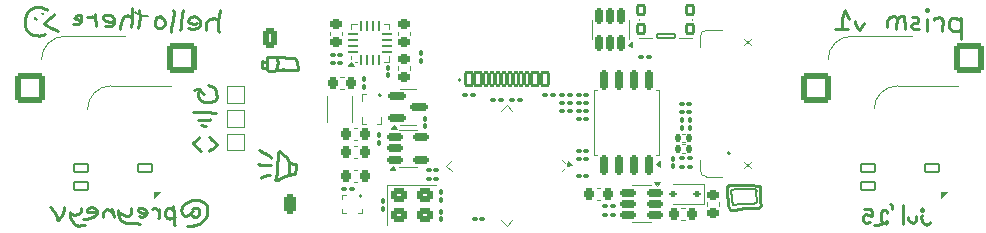
<source format=gbr>
%TF.GenerationSoftware,KiCad,Pcbnew,9.0.3*%
%TF.CreationDate,2025-07-19T05:00:43-04:00*%
%TF.ProjectId,board,626f6172-642e-46b6-9963-61645f706362,rev?*%
%TF.SameCoordinates,Original*%
%TF.FileFunction,Legend,Bot*%
%TF.FilePolarity,Positive*%
%FSLAX46Y46*%
G04 Gerber Fmt 4.6, Leading zero omitted, Abs format (unit mm)*
G04 Created by KiCad (PCBNEW 9.0.3) date 2025-07-19 05:00:43*
%MOMM*%
%LPD*%
G01*
G04 APERTURE LIST*
G04 Aperture macros list*
%AMRoundRect*
0 Rectangle with rounded corners*
0 $1 Rounding radius*
0 $2 $3 $4 $5 $6 $7 $8 $9 X,Y pos of 4 corners*
0 Add a 4 corners polygon primitive as box body*
4,1,4,$2,$3,$4,$5,$6,$7,$8,$9,$2,$3,0*
0 Add four circle primitives for the rounded corners*
1,1,$1+$1,$2,$3*
1,1,$1+$1,$4,$5*
1,1,$1+$1,$6,$7*
1,1,$1+$1,$8,$9*
0 Add four rect primitives between the rounded corners*
20,1,$1+$1,$2,$3,$4,$5,0*
20,1,$1+$1,$4,$5,$6,$7,0*
20,1,$1+$1,$6,$7,$8,$9,0*
20,1,$1+$1,$8,$9,$2,$3,0*%
%AMRotRect*
0 Rectangle, with rotation*
0 The origin of the aperture is its center*
0 $1 length*
0 $2 width*
0 $3 Rotation angle, in degrees counterclockwise*
0 Add horizontal line*
21,1,$1,$2,0,0,$3*%
%AMFreePoly0*
4,1,18,-0.410000,0.593000,-0.403758,0.624380,-0.385983,0.650983,-0.359380,0.668758,-0.328000,0.675000,0.328000,0.675000,0.359380,0.668758,0.385983,0.650983,0.403758,0.624380,0.410000,0.593000,0.410000,-0.593000,0.403758,-0.624380,0.385983,-0.650983,0.359380,-0.668758,0.328000,-0.675000,0.000000,-0.675000,-0.410000,-0.265000,-0.410000,0.593000,-0.410000,0.593000,$1*%
G04 Aperture macros list end*
%ADD10C,0.249999*%
%ADD11C,0.209059*%
%ADD12C,0.219835*%
%ADD13C,0.000000*%
%ADD14C,0.208942*%
%ADD15C,0.120000*%
%ADD16C,0.200000*%
%ADD17C,0.100000*%
%ADD18C,0.191421*%
%ADD19R,1.000000X1.000000*%
%ADD20RoundRect,0.250000X-0.350000X-0.625000X0.350000X-0.625000X0.350000X0.625000X-0.350000X0.625000X0*%
%ADD21O,1.200000X1.750000*%
%ADD22RoundRect,0.250000X0.265000X0.615000X-0.265000X0.615000X-0.265000X-0.615000X0.265000X-0.615000X0*%
%ADD23O,1.030000X1.730000*%
%ADD24RoundRect,0.250000X-1.025000X-1.000000X1.025000X-1.000000X1.025000X1.000000X-1.025000X1.000000X0*%
%ADD25C,1.750000*%
%ADD26C,4.000000*%
%ADD27C,3.600000*%
%ADD28RoundRect,0.100000X0.100000X-0.130000X0.100000X0.130000X-0.100000X0.130000X-0.100000X-0.130000X0*%
%ADD29RoundRect,0.140000X0.140000X0.170000X-0.140000X0.170000X-0.140000X-0.170000X0.140000X-0.170000X0*%
%ADD30RoundRect,0.100000X-0.130000X-0.100000X0.130000X-0.100000X0.130000X0.100000X-0.130000X0.100000X0*%
%ADD31RoundRect,0.100000X-0.162635X0.021213X0.021213X-0.162635X0.162635X-0.021213X-0.021213X0.162635X0*%
%ADD32RoundRect,0.100000X0.162635X-0.021213X-0.021213X0.162635X-0.162635X0.021213X0.021213X-0.162635X0*%
%ADD33RoundRect,0.100000X0.130000X0.100000X-0.130000X0.100000X-0.130000X-0.100000X0.130000X-0.100000X0*%
%ADD34RoundRect,0.050000X0.309359X-0.238649X-0.238649X0.309359X-0.309359X0.238649X0.238649X-0.309359X0*%
%ADD35RoundRect,0.050000X0.309359X0.238649X0.238649X0.309359X-0.309359X-0.238649X-0.238649X-0.309359X0*%
%ADD36RotRect,3.200000X3.200000X135.000000*%
%ADD37RoundRect,0.225000X0.250000X-0.225000X0.250000X0.225000X-0.250000X0.225000X-0.250000X-0.225000X0*%
%ADD38RoundRect,0.218750X0.218750X0.256250X-0.218750X0.256250X-0.218750X-0.256250X0.218750X-0.256250X0*%
%ADD39RoundRect,0.225000X-0.225000X-0.250000X0.225000X-0.250000X0.225000X0.250000X-0.225000X0.250000X0*%
%ADD40RoundRect,0.162500X0.162500X-0.650000X0.162500X0.650000X-0.162500X0.650000X-0.162500X-0.650000X0*%
%ADD41RoundRect,0.225000X-0.250000X0.225000X-0.250000X-0.225000X0.250000X-0.225000X0.250000X0.225000X0*%
%ADD42RoundRect,0.100000X-0.100000X0.130000X-0.100000X-0.130000X0.100000X-0.130000X0.100000X0.130000X0*%
%ADD43C,0.270000*%
%ADD44RoundRect,0.225000X0.225000X0.250000X-0.225000X0.250000X-0.225000X-0.250000X0.225000X-0.250000X0*%
%ADD45RoundRect,0.062500X-0.375000X-0.062500X0.375000X-0.062500X0.375000X0.062500X-0.375000X0.062500X0*%
%ADD46RoundRect,0.062500X-0.062500X-0.375000X0.062500X-0.375000X0.062500X0.375000X-0.062500X0.375000X0*%
%ADD47R,1.600000X1.600000*%
%ADD48C,0.900000*%
%ADD49RoundRect,0.135000X-0.315000X-0.365000X0.315000X-0.365000X0.315000X0.365000X-0.315000X0.365000X0*%
%ADD50RoundRect,0.082500X-0.767500X-0.192500X0.767500X-0.192500X0.767500X0.192500X-0.767500X0.192500X0*%
%ADD51RoundRect,0.250000X-0.450000X-0.350000X0.450000X-0.350000X0.450000X0.350000X-0.450000X0.350000X0*%
%ADD52RoundRect,0.150000X-0.512500X-0.150000X0.512500X-0.150000X0.512500X0.150000X-0.512500X0.150000X0*%
%ADD53RoundRect,0.100000X-0.021213X-0.162635X0.162635X0.021213X0.021213X0.162635X-0.162635X-0.021213X0*%
%ADD54RoundRect,0.102000X-0.300000X-0.550000X0.300000X-0.550000X0.300000X0.550000X-0.300000X0.550000X0*%
%ADD55RoundRect,0.102000X-0.150000X-0.550000X0.150000X-0.550000X0.150000X0.550000X-0.150000X0.550000X0*%
%ADD56O,1.204000X2.004000*%
%ADD57O,1.204000X2.204000*%
%ADD58R,2.000000X0.350000*%
%ADD59RoundRect,0.150000X-0.587500X-0.150000X0.587500X-0.150000X0.587500X0.150000X-0.587500X0.150000X0*%
%ADD60R,1.700000X0.800000*%
%ADD61RoundRect,0.150000X0.150000X-0.512500X0.150000X0.512500X-0.150000X0.512500X-0.150000X-0.512500X0*%
%ADD62RoundRect,0.150000X0.512500X0.150000X-0.512500X0.150000X-0.512500X-0.150000X0.512500X-0.150000X0*%
%ADD63C,0.210000*%
%ADD64RoundRect,0.112500X0.187500X0.112500X-0.187500X0.112500X-0.187500X-0.112500X0.187500X-0.112500X0*%
%ADD65RoundRect,0.100000X0.021213X0.162635X-0.162635X-0.021213X-0.021213X-0.162635X0.162635X0.021213X0*%
%ADD66RoundRect,0.082000X0.593000X-0.328000X0.593000X0.328000X-0.593000X0.328000X-0.593000X-0.328000X0*%
%ADD67FreePoly0,90.000000*%
G04 APERTURE END LIST*
D10*
X98613510Y-20480419D02*
X98621149Y-20480814D01*
X98628776Y-20481540D01*
X98636384Y-20482613D01*
X98643969Y-20484047D01*
X98651526Y-20485857D01*
X98659049Y-20488057D01*
X98666535Y-20490663D01*
X98673977Y-20493689D01*
X98681370Y-20497149D01*
X98685001Y-20499134D01*
X98688305Y-20501285D01*
X98691292Y-20503594D01*
X98693969Y-20506050D01*
X98696344Y-20508642D01*
X98698427Y-20511361D01*
X98700226Y-20514195D01*
X98701748Y-20517136D01*
X98703003Y-20520173D01*
X98703999Y-20523295D01*
X98704744Y-20526492D01*
X98705246Y-20529755D01*
X98705515Y-20533073D01*
X98705558Y-20536435D01*
X98705383Y-20539832D01*
X98705000Y-20543254D01*
X98704416Y-20546690D01*
X98703640Y-20550129D01*
X98702681Y-20553563D01*
X98701546Y-20556980D01*
X98700244Y-20560370D01*
X98698784Y-20563724D01*
X98697174Y-20567030D01*
X98695422Y-20570280D01*
X98693536Y-20573462D01*
X98691526Y-20576566D01*
X98689399Y-20579583D01*
X98687164Y-20582501D01*
X98684829Y-20585312D01*
X98682403Y-20588004D01*
X98679894Y-20590567D01*
X98677311Y-20592991D01*
X98670959Y-20598552D01*
X98664317Y-20604056D01*
X98657407Y-20609439D01*
X98650251Y-20614639D01*
X98642871Y-20619591D01*
X98635288Y-20624233D01*
X98627524Y-20628501D01*
X98619602Y-20632332D01*
X98611543Y-20635662D01*
X98603368Y-20638429D01*
X98599245Y-20639580D01*
X98595101Y-20640568D01*
X98590939Y-20641382D01*
X98586761Y-20642016D01*
X98582572Y-20642461D01*
X98578373Y-20642710D01*
X98574166Y-20642754D01*
X98569956Y-20642586D01*
X98565744Y-20642198D01*
X98561533Y-20641582D01*
X98557327Y-20640730D01*
X98553127Y-20639634D01*
X98549089Y-20638287D01*
X98545358Y-20636695D01*
X98541924Y-20634871D01*
X98538776Y-20632826D01*
X98535907Y-20630573D01*
X98533306Y-20628124D01*
X98530963Y-20625490D01*
X98528869Y-20622684D01*
X98527013Y-20619718D01*
X98525388Y-20616604D01*
X98523982Y-20613354D01*
X98522787Y-20609980D01*
X98521792Y-20606494D01*
X98520988Y-20602909D01*
X98520365Y-20599236D01*
X98519915Y-20595487D01*
X98519626Y-20591675D01*
X98519490Y-20587811D01*
X98519636Y-20579979D01*
X98520277Y-20572085D01*
X98521335Y-20564228D01*
X98522733Y-20556504D01*
X98524395Y-20549010D01*
X98526242Y-20541841D01*
X98528199Y-20535096D01*
X98530106Y-20529064D01*
X98532125Y-20523070D01*
X98534249Y-20517112D01*
X98536469Y-20511190D01*
X98538779Y-20505301D01*
X98541172Y-20499445D01*
X98543638Y-20493620D01*
X98546172Y-20487826D01*
X98546169Y-20487825D01*
X98547981Y-20487111D01*
X98550455Y-20486338D01*
X98556812Y-20484733D01*
X98564082Y-20483241D01*
X98571109Y-20482091D01*
X98574169Y-20481716D01*
X98576735Y-20481513D01*
X98578662Y-20481510D01*
X98579340Y-20481592D01*
X98579804Y-20481735D01*
X98580036Y-20481943D01*
X98580018Y-20482218D01*
X98579976Y-20482269D01*
X98582921Y-20481866D01*
X98590563Y-20481080D01*
X98598211Y-20480567D01*
X98605862Y-20480342D01*
X98613510Y-20480419D01*
X95164287Y-21996734D02*
X95164469Y-22033984D01*
X95251987Y-21437221D02*
X95248768Y-21442959D01*
X95245612Y-21448748D01*
X95242518Y-21454589D01*
X95239486Y-21460483D01*
X95236516Y-21466433D01*
X95233607Y-21472438D01*
X95230758Y-21478500D01*
X95227970Y-21484621D01*
X95225243Y-21490803D01*
X95222575Y-21497045D01*
X95219967Y-21503351D01*
X95217418Y-21509722D01*
X95214928Y-21516160D01*
X95212497Y-21522665D01*
X95210126Y-21529241D01*
X95207813Y-21535889D01*
X95205558Y-21542611D01*
X95203362Y-21549410D01*
X95201224Y-21556287D01*
X95199144Y-21563246D01*
X95197122Y-21570288D01*
X95195158Y-21577416D01*
X95193253Y-21584634D01*
X95191405Y-21591944D01*
X95189615Y-21599349D01*
X95187884Y-21606853D01*
X95186210Y-21614459D01*
X95184594Y-21622172D01*
X95183037Y-21629996D01*
X95181537Y-21637934D01*
X95180096Y-21645993D01*
X95178713Y-21654177D01*
X95177389Y-21662492D01*
X95176123Y-21670944D01*
X95174916Y-21679540D01*
X95173768Y-21688288D01*
X95172679Y-21697196D01*
X95171649Y-21706273D01*
X95170678Y-21715530D01*
X95169767Y-21724978D01*
X95168917Y-21734631D01*
X95168126Y-21744503D01*
X95167395Y-21754611D01*
X95166726Y-21764977D01*
X95166117Y-21775622D01*
X95165570Y-21786576D01*
X95165084Y-21797872D01*
X95164661Y-21809551D01*
X95164301Y-21821663D01*
X95164004Y-21834276D01*
X95163771Y-21847474D01*
X95163604Y-21861376D01*
X95163504Y-21876149D01*
X95163473Y-21892049D01*
X95163515Y-21909500D01*
X95163636Y-21929323D01*
X95163855Y-21953566D01*
X95164007Y-21968456D01*
X95164287Y-21996734D01*
X95500425Y-21154604D02*
X95496255Y-21155856D01*
X95492122Y-21157181D01*
X95488023Y-21158578D01*
X95483958Y-21160048D01*
X95479926Y-21161591D01*
X95475925Y-21163207D01*
X95471953Y-21164896D01*
X95468011Y-21166660D01*
X95464097Y-21168499D01*
X95460209Y-21170413D01*
X95456347Y-21172403D01*
X95452508Y-21174471D01*
X95448693Y-21176616D01*
X95444900Y-21178840D01*
X95441128Y-21181145D01*
X95437375Y-21183531D01*
X95433641Y-21185999D01*
X95429925Y-21188551D01*
X95426224Y-21191189D01*
X95422538Y-21193914D01*
X95418866Y-21196727D01*
X95415207Y-21199632D01*
X95411558Y-21202629D01*
X95407920Y-21205721D01*
X95404289Y-21208910D01*
X95400666Y-21212199D01*
X95397049Y-21215591D01*
X95393435Y-21219088D01*
X95389824Y-21222693D01*
X95386213Y-21226409D01*
X95382601Y-21230242D01*
X95378986Y-21234193D01*
X95375365Y-21238269D01*
X95371735Y-21242473D01*
X95368096Y-21246811D01*
X95364442Y-21251288D01*
X95360772Y-21255912D01*
X95357081Y-21260689D01*
X95353366Y-21265628D01*
X95349621Y-21270737D01*
X95345841Y-21276028D01*
X95342020Y-21281513D01*
X95338149Y-21287207D01*
X95334220Y-21293126D01*
X95330222Y-21299292D01*
X95326141Y-21305731D01*
X95321959Y-21312475D01*
X95317655Y-21319566D01*
X95313197Y-21327060D01*
X95308543Y-21335034D01*
X95303632Y-21343603D01*
X95298364Y-21352948D01*
X95292563Y-21363391D01*
X95285852Y-21375621D01*
X95277284Y-21391363D01*
X95270944Y-21403021D01*
X95264627Y-21414570D01*
X95261472Y-21420295D01*
X95258315Y-21425981D01*
X95255154Y-21431624D01*
X95251987Y-21437221D01*
X95879181Y-21131863D02*
X95873453Y-21130312D01*
X95867681Y-21128832D01*
X95861866Y-21127422D01*
X95856005Y-21126084D01*
X95850099Y-21124817D01*
X95844146Y-21123622D01*
X95838145Y-21122498D01*
X95832095Y-21121446D01*
X95825995Y-21120467D01*
X95819844Y-21119560D01*
X95813641Y-21118725D01*
X95807385Y-21117964D01*
X95801074Y-21117277D01*
X95794709Y-21116664D01*
X95788286Y-21116125D01*
X95781805Y-21115662D01*
X95775265Y-21115274D01*
X95768665Y-21114962D01*
X95762002Y-21114727D01*
X95755276Y-21114570D01*
X95748485Y-21114491D01*
X95741627Y-21114490D01*
X95734701Y-21114569D01*
X95727705Y-21114729D01*
X95720637Y-21114970D01*
X95713496Y-21115293D01*
X95706279Y-21115699D01*
X95698985Y-21116189D01*
X95691610Y-21116764D01*
X95684154Y-21117426D01*
X95676613Y-21118175D01*
X95668985Y-21119012D01*
X95661267Y-21119939D01*
X95653457Y-21120958D01*
X95645550Y-21122069D01*
X95637544Y-21123274D01*
X95629435Y-21124575D01*
X95621219Y-21125973D01*
X95612891Y-21127472D01*
X95604447Y-21129071D01*
X95595881Y-21130775D01*
X95587188Y-21132584D01*
X95578362Y-21134503D01*
X95569394Y-21136533D01*
X95560277Y-21138678D01*
X95551001Y-21140941D01*
X95541557Y-21143327D01*
X95531931Y-21145841D01*
X95522109Y-21148487D01*
X95512075Y-21151272D01*
X95501808Y-21154203D01*
X95500425Y-21154604D01*
X96057433Y-21389062D02*
X96057139Y-21386199D01*
X96056824Y-21383331D01*
X96056490Y-21380467D01*
X96056135Y-21377600D01*
X96055761Y-21374740D01*
X96055366Y-21371876D01*
X96054951Y-21369021D01*
X96054517Y-21366163D01*
X96054063Y-21363316D01*
X96053589Y-21360468D01*
X96053097Y-21357631D01*
X96052584Y-21354794D01*
X96052053Y-21351971D01*
X96051502Y-21349148D01*
X96050933Y-21346340D01*
X96050344Y-21343533D01*
X96049738Y-21340742D01*
X96049112Y-21337954D01*
X96048469Y-21335183D01*
X96047806Y-21332415D01*
X96047127Y-21329667D01*
X96046429Y-21326921D01*
X96045714Y-21324196D01*
X96044980Y-21321475D01*
X96044231Y-21318776D01*
X96043463Y-21316081D01*
X96042679Y-21313409D01*
X96041877Y-21310741D01*
X96041060Y-21308098D01*
X96040225Y-21305460D01*
X96039376Y-21302846D01*
X96038507Y-21300239D01*
X96037626Y-21297656D01*
X96036726Y-21295081D01*
X96035814Y-21292531D01*
X96034883Y-21289989D01*
X96033940Y-21287473D01*
X96032979Y-21284965D01*
X96032006Y-21282484D01*
X96031015Y-21280011D01*
X96030014Y-21277565D01*
X96028994Y-21275128D01*
X96027964Y-21272719D01*
X96026916Y-21270319D01*
X96025858Y-21267946D01*
X96024783Y-21265584D01*
X96023698Y-21263249D01*
X96022595Y-21260925D01*
X96021484Y-21258629D01*
X96020356Y-21256343D01*
X96019219Y-21254086D01*
X96018065Y-21251840D01*
X96016903Y-21249622D01*
X96015725Y-21247415D01*
X96014538Y-21245236D01*
X96013335Y-21243069D01*
X96012125Y-21240931D01*
X96010898Y-21238804D01*
X96009665Y-21236706D01*
X96008415Y-21234619D01*
X96007158Y-21232562D01*
X96005886Y-21230516D01*
X96004608Y-21228498D01*
X96003313Y-21226493D01*
X96002013Y-21224516D01*
X96000697Y-21222552D01*
X95999375Y-21220615D01*
X95998038Y-21218692D01*
X95996696Y-21216796D01*
X95995338Y-21214913D01*
X95993976Y-21213058D01*
X95992598Y-21211216D01*
X95991216Y-21209402D01*
X95989818Y-21207600D01*
X95988416Y-21205826D01*
X95986999Y-21204066D01*
X95985578Y-21202332D01*
X95984142Y-21200611D01*
X95982702Y-21198918D01*
X95981247Y-21197238D01*
X95979788Y-21195584D01*
X95978315Y-21193945D01*
X95976839Y-21192331D01*
X95975347Y-21190731D01*
X95973853Y-21189157D01*
X95972344Y-21187598D01*
X95970831Y-21186063D01*
X95969305Y-21184543D01*
X95967775Y-21183048D01*
X95966231Y-21181567D01*
X95964683Y-21180111D01*
X95963122Y-21178670D01*
X95961558Y-21177252D01*
X95959980Y-21175850D01*
X95958398Y-21174472D01*
X95956803Y-21173108D01*
X95955205Y-21171768D01*
X95953593Y-21170443D01*
X95951978Y-21169141D01*
X95950350Y-21167854D01*
X95948718Y-21166590D01*
X95947073Y-21165342D01*
X95945425Y-21164116D01*
X95943764Y-21162905D01*
X95942099Y-21161717D01*
X95940421Y-21160544D01*
X95938739Y-21159393D01*
X95937045Y-21158258D01*
X95935347Y-21157144D01*
X95933636Y-21156046D01*
X95931922Y-21154970D01*
X95930194Y-21153909D01*
X95928463Y-21152869D01*
X95926719Y-21151845D01*
X95924971Y-21150842D01*
X95923211Y-21149856D01*
X95921446Y-21148889D01*
X95919669Y-21147939D01*
X95917888Y-21147009D01*
X95916094Y-21146096D01*
X95914295Y-21145202D01*
X95912485Y-21144325D01*
X95910669Y-21143468D01*
X95908841Y-21142628D01*
X95907008Y-21141807D01*
X95905163Y-21141002D01*
X95903313Y-21140218D01*
X95901451Y-21139450D01*
X95899583Y-21138701D01*
X95897703Y-21137969D01*
X95895818Y-21137257D01*
X95893920Y-21136561D01*
X95892017Y-21135885D01*
X95890101Y-21135226D01*
X95888179Y-21134586D01*
X95886246Y-21133963D01*
X95884306Y-21133359D01*
X95882354Y-21132772D01*
X95879181Y-21131863D01*
X96000000Y-21668929D02*
X95998562Y-21679921D01*
X95997184Y-21691061D01*
X95995868Y-21702358D01*
X95994612Y-21713821D01*
X95993416Y-21725460D01*
X95992281Y-21737285D01*
X95991207Y-21749308D01*
X95990193Y-21761545D01*
X95989240Y-21774008D01*
X95988348Y-21786717D01*
X95987517Y-21799691D01*
X95986746Y-21812952D01*
X95986037Y-21826527D01*
X95985388Y-21840446D01*
X95984801Y-21854747D01*
X95984275Y-21869472D01*
X95983811Y-21884676D01*
X95983409Y-21900425D01*
X95983069Y-21916803D01*
X95982792Y-21933922D01*
X95982578Y-21951931D01*
X95982429Y-21971042D01*
X95982346Y-21991573D01*
X95982331Y-22014046D01*
X95982388Y-22039434D01*
X95982529Y-22070041D01*
X95982674Y-22095421D01*
X95982801Y-22117280D01*
X95982911Y-22139132D01*
X95982989Y-22160977D01*
X95983020Y-22182813D01*
X96283876Y-21120157D02*
X96278663Y-21123647D01*
X96273494Y-21127204D01*
X96268369Y-21130827D01*
X96263287Y-21134517D01*
X96258249Y-21138275D01*
X96253254Y-21142100D01*
X96248301Y-21145992D01*
X96243390Y-21149953D01*
X96238522Y-21153983D01*
X96233695Y-21158082D01*
X96228910Y-21162249D01*
X96224167Y-21166487D01*
X96219464Y-21170795D01*
X96214802Y-21175174D01*
X96210182Y-21179623D01*
X96205601Y-21184144D01*
X96201062Y-21188738D01*
X96196563Y-21193404D01*
X96192104Y-21198143D01*
X96187685Y-21202956D01*
X96183306Y-21207843D01*
X96178968Y-21212805D01*
X96174669Y-21217843D01*
X96170410Y-21222956D01*
X96166192Y-21228146D01*
X96162013Y-21233414D01*
X96157875Y-21238759D01*
X96153776Y-21244183D01*
X96149718Y-21249686D01*
X96145700Y-21255269D01*
X96141722Y-21260932D01*
X96137784Y-21266677D01*
X96133887Y-21272504D01*
X96130031Y-21278413D01*
X96126216Y-21284406D01*
X96122441Y-21290482D01*
X96118708Y-21296644D01*
X96115016Y-21302891D01*
X96111366Y-21309225D01*
X96107758Y-21315646D01*
X96104192Y-21322154D01*
X96100668Y-21328751D01*
X96097187Y-21335437D01*
X96093749Y-21342214D01*
X96090354Y-21349081D01*
X96087003Y-21356040D01*
X96083695Y-21363092D01*
X96080433Y-21370237D01*
X96077214Y-21377475D01*
X96074041Y-21384809D01*
X96070914Y-21392238D01*
X96067832Y-21399763D01*
X96064797Y-21407386D01*
X96061808Y-21415106D01*
X96058867Y-21422925D01*
X96055974Y-21430843D01*
X96053129Y-21438861D01*
X96050332Y-21446980D01*
X96047585Y-21455201D01*
X96044888Y-21463524D01*
X96042241Y-21471950D01*
X96039644Y-21480480D01*
X96037100Y-21489114D01*
X96034607Y-21497853D01*
X96032167Y-21506698D01*
X96029780Y-21515649D01*
X96027447Y-21524707D01*
X96025169Y-21533873D01*
X96022945Y-21543147D01*
X96020777Y-21552530D01*
X96018666Y-21562022D01*
X96016612Y-21571623D01*
X96014615Y-21581335D01*
X96012677Y-21591158D01*
X96010798Y-21601091D01*
X96008979Y-21611136D01*
X96007220Y-21621293D01*
X96005522Y-21631562D01*
X96003886Y-21641943D01*
X96002313Y-21652437D01*
X96000804Y-21663044D01*
X96000000Y-21668929D01*
X96485768Y-21118908D02*
X96478445Y-21116505D01*
X96471075Y-21114127D01*
X96466646Y-21112724D01*
X96462202Y-21111342D01*
X96458416Y-21110188D01*
X96454621Y-21109053D01*
X96451202Y-21108054D01*
X96447776Y-21107074D01*
X96444609Y-21106191D01*
X96441436Y-21105328D01*
X96438458Y-21104539D01*
X96435475Y-21103772D01*
X96432647Y-21103065D01*
X96429815Y-21102378D01*
X96427111Y-21101744D01*
X96424403Y-21101131D01*
X96421804Y-21100562D01*
X96419202Y-21100015D01*
X96416693Y-21099508D01*
X96414182Y-21099022D01*
X96411753Y-21098572D01*
X96409322Y-21098143D01*
X96406964Y-21097747D01*
X96404605Y-21097372D01*
X96402310Y-21097028D01*
X96400015Y-21096704D01*
X96397778Y-21096409D01*
X96395541Y-21096135D01*
X96393357Y-21095888D01*
X96391172Y-21095661D01*
X96389037Y-21095460D01*
X96386901Y-21095279D01*
X96384810Y-21095122D01*
X96382719Y-21094986D01*
X96380670Y-21094872D01*
X96378621Y-21094779D01*
X96376610Y-21094708D01*
X96374599Y-21094658D01*
X96372625Y-21094628D01*
X96370650Y-21094619D01*
X96368709Y-21094630D01*
X96366768Y-21094662D01*
X96364858Y-21094713D01*
X96362949Y-21094784D01*
X96361068Y-21094875D01*
X96359189Y-21094986D01*
X96357336Y-21095115D01*
X96355484Y-21095265D01*
X96353658Y-21095433D01*
X96351832Y-21095621D01*
X96350030Y-21095827D01*
X96348229Y-21096053D01*
X96346450Y-21096296D01*
X96344672Y-21096560D01*
X96342915Y-21096842D01*
X96341159Y-21097143D01*
X96339423Y-21097462D01*
X96337688Y-21097801D01*
X96335971Y-21098157D01*
X96334255Y-21098533D01*
X96332556Y-21098926D01*
X96330858Y-21099340D01*
X96329177Y-21099771D01*
X96327496Y-21100222D01*
X96325831Y-21100689D01*
X96324167Y-21101178D01*
X96322517Y-21101683D01*
X96320868Y-21102209D01*
X96319233Y-21102752D01*
X96317599Y-21103315D01*
X96315977Y-21103896D01*
X96314356Y-21104498D01*
X96312747Y-21105116D01*
X96311139Y-21105756D01*
X96309542Y-21106414D01*
X96307946Y-21107092D01*
X96306360Y-21107788D01*
X96304776Y-21108506D01*
X96303201Y-21109241D01*
X96301627Y-21109998D01*
X96300062Y-21110773D01*
X96298498Y-21111570D01*
X96296942Y-21112386D01*
X96295387Y-21113223D01*
X96293840Y-21114079D01*
X96292294Y-21114958D01*
X96290755Y-21115855D01*
X96289218Y-21116776D01*
X96287686Y-21117716D01*
X96286156Y-21118678D01*
X96283876Y-21120157D01*
X96677550Y-21281575D02*
X96676909Y-21278199D01*
X96676192Y-21274856D01*
X96675401Y-21271543D01*
X96674535Y-21268261D01*
X96673595Y-21265007D01*
X96672580Y-21261782D01*
X96671490Y-21258584D01*
X96670325Y-21255412D01*
X96669085Y-21252265D01*
X96667768Y-21249143D01*
X96666376Y-21246045D01*
X96664906Y-21242970D01*
X96663359Y-21239917D01*
X96661733Y-21236886D01*
X96660028Y-21233876D01*
X96658244Y-21230885D01*
X96656378Y-21227915D01*
X96654430Y-21224964D01*
X96652400Y-21222031D01*
X96650285Y-21219116D01*
X96648084Y-21216219D01*
X96645796Y-21213339D01*
X96643420Y-21210476D01*
X96640954Y-21207630D01*
X96638397Y-21204799D01*
X96635747Y-21201984D01*
X96633002Y-21199185D01*
X96630161Y-21196401D01*
X96627222Y-21193633D01*
X96624183Y-21190879D01*
X96621041Y-21188140D01*
X96617795Y-21185416D01*
X96614444Y-21182707D01*
X96610984Y-21180012D01*
X96607413Y-21177332D01*
X96603729Y-21174667D01*
X96599930Y-21172016D01*
X96596013Y-21169379D01*
X96591975Y-21166757D01*
X96587814Y-21164150D01*
X96583527Y-21161557D01*
X96579111Y-21158978D01*
X96574562Y-21156414D01*
X96569877Y-21153865D01*
X96565053Y-21151329D01*
X96560086Y-21148808D01*
X96554971Y-21146301D01*
X96549704Y-21143806D01*
X96544280Y-21141325D01*
X96538693Y-21138856D01*
X96532936Y-21136398D01*
X96527002Y-21133949D01*
X96520882Y-21131509D01*
X96514566Y-21129075D01*
X96508039Y-21126644D01*
X96501286Y-21124211D01*
X96494284Y-21121771D01*
X96487003Y-21119317D01*
X96485768Y-21118908D01*
X96722099Y-22051560D02*
X96722269Y-22054435D01*
X96722693Y-22061556D01*
X96723141Y-22068701D01*
X96723632Y-22075859D01*
X96724189Y-22083022D01*
X96724498Y-22086604D01*
X96724832Y-22090183D01*
X96725193Y-22093759D01*
X96725583Y-22097331D01*
X96726006Y-22100899D01*
X96726463Y-22104460D01*
X96726958Y-22108013D01*
X96727494Y-22111559D01*
X96728071Y-22115095D01*
X96728695Y-22118620D01*
X96729366Y-22122134D01*
X96730089Y-22125636D01*
X96730864Y-22129123D01*
X96731696Y-22132596D01*
X96732587Y-22136053D01*
X96733538Y-22139493D01*
X96734554Y-22142915D01*
X96735637Y-22146318D01*
X96736788Y-22149701D01*
X96738012Y-22153063D01*
X96739310Y-22156402D01*
X96739988Y-22158063D01*
X96740686Y-22159718D01*
X96741403Y-22161367D01*
X96742141Y-22163010D01*
X96742900Y-22164646D01*
X96743679Y-22166276D01*
X96636210Y-21083138D02*
X96636730Y-21099376D01*
X96637338Y-21115856D01*
X96638034Y-21132595D01*
X96638821Y-21149610D01*
X96639702Y-21166922D01*
X96640678Y-21184554D01*
X96641752Y-21202532D01*
X96642928Y-21220884D01*
X96644210Y-21239646D01*
X96645601Y-21258858D01*
X96647108Y-21278567D01*
X96648736Y-21298829D01*
X96650493Y-21319714D01*
X96652388Y-21341306D01*
X96654434Y-21363712D01*
X96656645Y-21387070D01*
X96659042Y-21411564D01*
X96661653Y-21437450D01*
X96664521Y-21465104D01*
X96667709Y-21495117D01*
X96671335Y-21528534D01*
X96675644Y-21567569D01*
X96681510Y-21620104D01*
X96687524Y-21673973D01*
X96690502Y-21700908D01*
X96693448Y-21727846D01*
X96696348Y-21754786D01*
X96699193Y-21781730D01*
X96701970Y-21808679D01*
X96703330Y-21822156D01*
X96704669Y-21835633D01*
X96705986Y-21849113D01*
X96707278Y-21862594D01*
X96708546Y-21876077D01*
X96709787Y-21889561D01*
X96711000Y-21903048D01*
X96712184Y-21916536D01*
X96713337Y-21930027D01*
X96714458Y-21943520D01*
X96715545Y-21957016D01*
X96716598Y-21970514D01*
X96717614Y-21984015D01*
X96718592Y-21997518D01*
X96719531Y-22011024D01*
X96720429Y-22024533D01*
X96721286Y-22038045D01*
X96722099Y-22051560D01*
X97485534Y-22172657D02*
X97494026Y-22174672D01*
X97502612Y-22176627D01*
X97511296Y-22178523D01*
X97520081Y-22180359D01*
X97528972Y-22182136D01*
X97537971Y-22183854D01*
X97547084Y-22185513D01*
X97556316Y-22187112D01*
X97565671Y-22188652D01*
X97575155Y-22190133D01*
X97584775Y-22191554D01*
X97594536Y-22192916D01*
X97604447Y-22194219D01*
X97614514Y-22195462D01*
X97624747Y-22196646D01*
X97635155Y-22197770D01*
X97645749Y-22198834D01*
X97656541Y-22199838D01*
X97667544Y-22200783D01*
X97678774Y-22201667D01*
X97690248Y-22202492D01*
X97701986Y-22203256D01*
X97714012Y-22203959D01*
X97726353Y-22204602D01*
X97739040Y-22205184D01*
X97752115Y-22205705D01*
X97765624Y-22206164D01*
X97779627Y-22206562D01*
X97794202Y-22206897D01*
X97809449Y-22207170D01*
X97825506Y-22207380D01*
X97842569Y-22207525D01*
X97860940Y-22207605D01*
X97868176Y-22207617D01*
X97258850Y-21990908D02*
X97259090Y-21992712D01*
X97259348Y-21994504D01*
X97259626Y-21996289D01*
X97259922Y-21998063D01*
X97260570Y-22001586D01*
X97261292Y-22005074D01*
X97262089Y-22008528D01*
X97262960Y-22011948D01*
X97263905Y-22015336D01*
X97264923Y-22018692D01*
X97266016Y-22022017D01*
X97267182Y-22025313D01*
X97268423Y-22028580D01*
X97269738Y-22031818D01*
X97271127Y-22035029D01*
X97272592Y-22038213D01*
X97274133Y-22041371D01*
X97275749Y-22044504D01*
X97277443Y-22047611D01*
X97279214Y-22050694D01*
X97281063Y-22053754D01*
X97282991Y-22056790D01*
X97284999Y-22059803D01*
X97287088Y-22062794D01*
X97289258Y-22065763D01*
X97291512Y-22068710D01*
X97293849Y-22071636D01*
X97296271Y-22074541D01*
X97298780Y-22077424D01*
X97301376Y-22080288D01*
X97304061Y-22083130D01*
X97306837Y-22085952D01*
X97309703Y-22088754D01*
X97312663Y-22091535D01*
X97315718Y-22094296D01*
X97318869Y-22097036D01*
X97322117Y-22099756D01*
X97325464Y-22102455D01*
X97328912Y-22105132D01*
X97332463Y-22107789D01*
X97336117Y-22110424D01*
X97339877Y-22113037D01*
X97343745Y-22115628D01*
X97347722Y-22118197D01*
X97351810Y-22120742D01*
X97356010Y-22123264D01*
X97360325Y-22125762D01*
X97364756Y-22128235D01*
X97369304Y-22130683D01*
X97373972Y-22133105D01*
X97378762Y-22135501D01*
X97383674Y-22137869D01*
X97388711Y-22140209D01*
X97393874Y-22142521D01*
X97399166Y-22144803D01*
X97404586Y-22147055D01*
X97410138Y-22149275D01*
X97415822Y-22151463D01*
X97421641Y-22153618D01*
X97427594Y-22155739D01*
X97433685Y-22157825D01*
X97439914Y-22159875D01*
X97446282Y-22161887D01*
X97452790Y-22163862D01*
X97459441Y-22165797D01*
X97466234Y-22167692D01*
X97473171Y-22169546D01*
X97480253Y-22171357D01*
X97485534Y-22172657D01*
X97362889Y-21749123D02*
X97359402Y-21751897D01*
X97355946Y-21754749D01*
X97352521Y-21757678D01*
X97349130Y-21760683D01*
X97345775Y-21763764D01*
X97342456Y-21766919D01*
X97339176Y-21770148D01*
X97335937Y-21773449D01*
X97332740Y-21776820D01*
X97329587Y-21780262D01*
X97326480Y-21783772D01*
X97323420Y-21787348D01*
X97320411Y-21790989D01*
X97317453Y-21794693D01*
X97314548Y-21798459D01*
X97311698Y-21802284D01*
X97308905Y-21806167D01*
X97306171Y-21810105D01*
X97303497Y-21814096D01*
X97300886Y-21818137D01*
X97298338Y-21822228D01*
X97295856Y-21826365D01*
X97293441Y-21830545D01*
X97291094Y-21834766D01*
X97288817Y-21839027D01*
X97287706Y-21841170D01*
X97286612Y-21843323D01*
X97285537Y-21845483D01*
X97284480Y-21847652D01*
X97283442Y-21849828D01*
X97282421Y-21852013D01*
X97281421Y-21854203D01*
X97280438Y-21856401D01*
X97279476Y-21858604D01*
X97278532Y-21860815D01*
X97277607Y-21863030D01*
X97276702Y-21865251D01*
X97275817Y-21867476D01*
X97274951Y-21869708D01*
X97274105Y-21871942D01*
X97273279Y-21874182D01*
X97272473Y-21876423D01*
X97271687Y-21878670D01*
X97270922Y-21880918D01*
X97270176Y-21883170D01*
X97269451Y-21885423D01*
X97268746Y-21887680D01*
X97268062Y-21889936D01*
X97267397Y-21892197D01*
X97266755Y-21894455D01*
X97266132Y-21896718D01*
X97265530Y-21898977D01*
X97264948Y-21901240D01*
X97264388Y-21903500D01*
X97263848Y-21905762D01*
X97263329Y-21908021D01*
X97262831Y-21910281D01*
X97262354Y-21912537D01*
X97261897Y-21914795D01*
X97261461Y-21917047D01*
X97261046Y-21919301D01*
X97260652Y-21921549D01*
X97260279Y-21923798D01*
X97259927Y-21926040D01*
X97259595Y-21928283D01*
X97259284Y-21930518D01*
X97258994Y-21932753D01*
X97258725Y-21934981D01*
X97258476Y-21937209D01*
X97258248Y-21939427D01*
X97258041Y-21941646D01*
X97257854Y-21943855D01*
X97257688Y-21946064D01*
X97257542Y-21948263D01*
X97257417Y-21950461D01*
X97257312Y-21952649D01*
X97257228Y-21954836D01*
X97257164Y-21957011D01*
X97257120Y-21959186D01*
X97257096Y-21961349D01*
X97257093Y-21963511D01*
X97257109Y-21965660D01*
X97257146Y-21967808D01*
X97257202Y-21969944D01*
X97257279Y-21972077D01*
X97257375Y-21974198D01*
X97257491Y-21976317D01*
X97257627Y-21978423D01*
X97257782Y-21980526D01*
X97257957Y-21982617D01*
X97258151Y-21984704D01*
X97258365Y-21986778D01*
X97258598Y-21988849D01*
X97258850Y-21990908D01*
X97751430Y-21658906D02*
X97747493Y-21660733D01*
X97743489Y-21662503D01*
X97739415Y-21664218D01*
X97735269Y-21665877D01*
X97731045Y-21667481D01*
X97726741Y-21669030D01*
X97722351Y-21670527D01*
X97717871Y-21671970D01*
X97713295Y-21673361D01*
X97708618Y-21674699D01*
X97703832Y-21675987D01*
X97698930Y-21677223D01*
X97693903Y-21678410D01*
X97688741Y-21679546D01*
X97683434Y-21680634D01*
X97677967Y-21681674D01*
X97672326Y-21682667D01*
X97666492Y-21683614D01*
X97660441Y-21684516D01*
X97654145Y-21685375D01*
X97647568Y-21686193D01*
X97640664Y-21686974D01*
X97633367Y-21687720D01*
X97625587Y-21688438D01*
X97617185Y-21689136D01*
X97607931Y-21689829D01*
X97597384Y-21690544D01*
X97584450Y-21691351D01*
X97576192Y-21691847D01*
X97561958Y-21692708D01*
X97554850Y-21693159D01*
X97547751Y-21693634D01*
X97540665Y-21694140D01*
X97533592Y-21694686D01*
X97526537Y-21695281D01*
X97519501Y-21695931D01*
X97512487Y-21696645D01*
X97505497Y-21697431D01*
X97502012Y-21697854D01*
X97498534Y-21698297D01*
X97495063Y-21698763D01*
X97491600Y-21699251D01*
X97488145Y-21699763D01*
X97484698Y-21700301D01*
X97481260Y-21700864D01*
X97477831Y-21701455D01*
X97474410Y-21702073D01*
X97471000Y-21702720D01*
X97467599Y-21703398D01*
X97464208Y-21704106D01*
X97460827Y-21704846D01*
X97457458Y-21705620D01*
X97454099Y-21706427D01*
X97450751Y-21707269D01*
X97447416Y-21708148D01*
X97444092Y-21709063D01*
X97440781Y-21710016D01*
X97437482Y-21711009D01*
X97434196Y-21712041D01*
X97430923Y-21713114D01*
X97427664Y-21714229D01*
X97424418Y-21715388D01*
X97421187Y-21716590D01*
X97417970Y-21717837D01*
X97414768Y-21719130D01*
X97411581Y-21720471D01*
X97408409Y-21721859D01*
X97405253Y-21723296D01*
X97402113Y-21724783D01*
X97398989Y-21726322D01*
X97395882Y-21727912D01*
X97392792Y-21729555D01*
X97389719Y-21731252D01*
X97386664Y-21733005D01*
X97383626Y-21734813D01*
X97380607Y-21736678D01*
X97377606Y-21738602D01*
X97374624Y-21740584D01*
X97371661Y-21742626D01*
X97368717Y-21744729D01*
X97365793Y-21746895D01*
X97362889Y-21749123D01*
X97822610Y-21411544D02*
X97823864Y-21416356D01*
X97824467Y-21418788D01*
X97825053Y-21421235D01*
X97825622Y-21423698D01*
X97826174Y-21426174D01*
X97826708Y-21428663D01*
X97827224Y-21431164D01*
X97827721Y-21433675D01*
X97828201Y-21436198D01*
X97828661Y-21438727D01*
X97829103Y-21441267D01*
X97829525Y-21443810D01*
X97829928Y-21446363D01*
X97830311Y-21448916D01*
X97830675Y-21451478D01*
X97831019Y-21454038D01*
X97831343Y-21456606D01*
X97831646Y-21459168D01*
X97831930Y-21461738D01*
X97832193Y-21464299D01*
X97832436Y-21466866D01*
X97832658Y-21469424D01*
X97832861Y-21471985D01*
X97833042Y-21474535D01*
X97833203Y-21477088D01*
X97833343Y-21479627D01*
X97833463Y-21482168D01*
X97833563Y-21484693D01*
X97833642Y-21487219D01*
X97833700Y-21489727D01*
X97833739Y-21492236D01*
X97833757Y-21494725D01*
X97833754Y-21497214D01*
X97833732Y-21499681D01*
X97833690Y-21502147D01*
X97833628Y-21504591D01*
X97833545Y-21507032D01*
X97833444Y-21509449D01*
X97833322Y-21511864D01*
X97833182Y-21514253D01*
X97833021Y-21516639D01*
X97832842Y-21518999D01*
X97832644Y-21521355D01*
X97832427Y-21523683D01*
X97832191Y-21526007D01*
X97831937Y-21528303D01*
X97831663Y-21530594D01*
X97831373Y-21532856D01*
X97831063Y-21535113D01*
X97830737Y-21537340D01*
X97830391Y-21539561D01*
X97830029Y-21541752D01*
X97829648Y-21543937D01*
X97829252Y-21546092D01*
X97828837Y-21548239D01*
X97828407Y-21550357D01*
X97827958Y-21552467D01*
X97827495Y-21554546D01*
X97827014Y-21556618D01*
X97826518Y-21558659D01*
X97826004Y-21560692D01*
X97825477Y-21562694D01*
X97824931Y-21564688D01*
X97824372Y-21566651D01*
X97823796Y-21568605D01*
X97823207Y-21570530D01*
X97822600Y-21572444D01*
X97821981Y-21574329D01*
X97821344Y-21576204D01*
X97820697Y-21578050D01*
X97820031Y-21579885D01*
X97819354Y-21581691D01*
X97818660Y-21583487D01*
X97817956Y-21585254D01*
X97817234Y-21587010D01*
X97816502Y-21588737D01*
X97815753Y-21590454D01*
X97814994Y-21592143D01*
X97814218Y-21593820D01*
X97813432Y-21595470D01*
X97812630Y-21597109D01*
X97811819Y-21598720D01*
X97810991Y-21600320D01*
X97810154Y-21601893D01*
X97809300Y-21603454D01*
X97808438Y-21604989D01*
X97807560Y-21606512D01*
X97806673Y-21608010D01*
X97805770Y-21609495D01*
X97804858Y-21610955D01*
X97803931Y-21612403D01*
X97802996Y-21613826D01*
X97802044Y-21615237D01*
X97801085Y-21616624D01*
X97800110Y-21617998D01*
X97799127Y-21619348D01*
X97798128Y-21620686D01*
X97797122Y-21622000D01*
X97796100Y-21623302D01*
X97795070Y-21624581D01*
X97794025Y-21625847D01*
X97792972Y-21627091D01*
X97791904Y-21628322D01*
X97790828Y-21629531D01*
X97789737Y-21630727D01*
X97788638Y-21631901D01*
X97787524Y-21633063D01*
X97786402Y-21634203D01*
X97785265Y-21635330D01*
X97784120Y-21636437D01*
X97782960Y-21637530D01*
X97781792Y-21638603D01*
X97780609Y-21639663D01*
X97779418Y-21640703D01*
X97778212Y-21641729D01*
X97776998Y-21642736D01*
X97775769Y-21643729D01*
X97774532Y-21644703D01*
X97773279Y-21645664D01*
X97772018Y-21646605D01*
X97770742Y-21647533D01*
X97769457Y-21648442D01*
X97768158Y-21649337D01*
X97766849Y-21650214D01*
X97765525Y-21651077D01*
X97764192Y-21651922D01*
X97762844Y-21652753D01*
X97761487Y-21653566D01*
X97760114Y-21654364D01*
X97758732Y-21655145D01*
X97757334Y-21655911D01*
X97755927Y-21656660D01*
X97754504Y-21657395D01*
X97753071Y-21658112D01*
X97751623Y-21658814D01*
X97751430Y-21658906D01*
X97720658Y-21189979D02*
X97722145Y-21190847D01*
X97723613Y-21191726D01*
X97726503Y-21193527D01*
X97729329Y-21195382D01*
X97732093Y-21197291D01*
X97734798Y-21199255D01*
X97737443Y-21201275D01*
X97740032Y-21203352D01*
X97742566Y-21205487D01*
X97745046Y-21207680D01*
X97747474Y-21209933D01*
X97749851Y-21212247D01*
X97752179Y-21214624D01*
X97754458Y-21217066D01*
X97756691Y-21219574D01*
X97758878Y-21222150D01*
X97761021Y-21224797D01*
X97763120Y-21227516D01*
X97765178Y-21230311D01*
X97767194Y-21233185D01*
X97769170Y-21236139D01*
X97771108Y-21239179D01*
X97773008Y-21242307D01*
X97774870Y-21245527D01*
X97776698Y-21248844D01*
X97778490Y-21252263D01*
X97780250Y-21255790D01*
X97781977Y-21259430D01*
X97783674Y-21263190D01*
X97785342Y-21267078D01*
X97786983Y-21271104D01*
X97788598Y-21275277D01*
X97790190Y-21279610D01*
X97791762Y-21284117D01*
X97793318Y-21288815D01*
X97794861Y-21293725D01*
X97796396Y-21298875D01*
X97797932Y-21304298D01*
X97799477Y-21310040D01*
X97801044Y-21316164D01*
X97802653Y-21322764D01*
X97804334Y-21329985D01*
X97806145Y-21338089D01*
X97808203Y-21347637D01*
X97810754Y-21359751D01*
X97813522Y-21372885D01*
X97814930Y-21379424D01*
X97816366Y-21385933D01*
X97817842Y-21392407D01*
X97819368Y-21398839D01*
X97820954Y-21405220D01*
X97821773Y-21408390D01*
X97822610Y-21411544D01*
X97339008Y-21207161D02*
X97343193Y-21205406D01*
X97347400Y-21203664D01*
X97351521Y-21201979D01*
X97355663Y-21200309D01*
X97359724Y-21198692D01*
X97363803Y-21197091D01*
X97367807Y-21195541D01*
X97371827Y-21194007D01*
X97375775Y-21192521D01*
X97379737Y-21191052D01*
X97383632Y-21189630D01*
X97387540Y-21188225D01*
X97391382Y-21186865D01*
X97395237Y-21185522D01*
X97399029Y-21184222D01*
X97402832Y-21182940D01*
X97406575Y-21181699D01*
X97410329Y-21180477D01*
X97414024Y-21179295D01*
X97417728Y-21178131D01*
X97421377Y-21177006D01*
X97425034Y-21175900D01*
X97428637Y-21174831D01*
X97432247Y-21173781D01*
X97435806Y-21172767D01*
X97439371Y-21171773D01*
X97442885Y-21170813D01*
X97446406Y-21169873D01*
X97449877Y-21168967D01*
X97453354Y-21168080D01*
X97456784Y-21167226D01*
X97460218Y-21166392D01*
X97463607Y-21165590D01*
X97466999Y-21164808D01*
X97470347Y-21164057D01*
X97473698Y-21163326D01*
X97477006Y-21162625D01*
X97480316Y-21161943D01*
X97483585Y-21161292D01*
X97486856Y-21160660D01*
X97490086Y-21160057D01*
X97493318Y-21159474D01*
X97496510Y-21158918D01*
X97499704Y-21158383D01*
X97502859Y-21157875D01*
X97506015Y-21157387D01*
X97509134Y-21156926D01*
X97512253Y-21156484D01*
X97515335Y-21156069D01*
X97518418Y-21155673D01*
X97521464Y-21155303D01*
X97524511Y-21154953D01*
X97527523Y-21154627D01*
X97530534Y-21154321D01*
X97533512Y-21154039D01*
X97536489Y-21153778D01*
X97539432Y-21153540D01*
X97542375Y-21153322D01*
X97545286Y-21153126D01*
X97548195Y-21152951D01*
X97551073Y-21152798D01*
X97553949Y-21152665D01*
X97556795Y-21152554D01*
X97559639Y-21152463D01*
X97562453Y-21152393D01*
X97565265Y-21152343D01*
X97568047Y-21152314D01*
X97570828Y-21152305D01*
X97573580Y-21152317D01*
X97576331Y-21152348D01*
X97579053Y-21152400D01*
X97581772Y-21152471D01*
X97584465Y-21152562D01*
X97587155Y-21152673D01*
X97589818Y-21152803D01*
X97592479Y-21152953D01*
X97595113Y-21153121D01*
X97597745Y-21153310D01*
X97600352Y-21153517D01*
X97602956Y-21153744D01*
X97605535Y-21153989D01*
X97608111Y-21154254D01*
X97610662Y-21154537D01*
X97613211Y-21154839D01*
X97615736Y-21155160D01*
X97618258Y-21155500D01*
X97620756Y-21155857D01*
X97623252Y-21156234D01*
X97625725Y-21156628D01*
X97628194Y-21157041D01*
X97630642Y-21157472D01*
X97633086Y-21157922D01*
X97635509Y-21158389D01*
X97637928Y-21158875D01*
X97640326Y-21159378D01*
X97642721Y-21159901D01*
X97645095Y-21160440D01*
X97647466Y-21160998D01*
X97649816Y-21161573D01*
X97652163Y-21162167D01*
X97654491Y-21162777D01*
X97656814Y-21163407D01*
X97659119Y-21164053D01*
X97661420Y-21164718D01*
X97663702Y-21165399D01*
X97665980Y-21166100D01*
X97668241Y-21166816D01*
X97670497Y-21167552D01*
X97672736Y-21168304D01*
X97674970Y-21169075D01*
X97677188Y-21169862D01*
X97679401Y-21170668D01*
X97681598Y-21171490D01*
X97683790Y-21172331D01*
X97685967Y-21173188D01*
X97688138Y-21174065D01*
X97690295Y-21174957D01*
X97692446Y-21175869D01*
X97694583Y-21176797D01*
X97696714Y-21177744D01*
X97698831Y-21178706D01*
X97700944Y-21179689D01*
X97703041Y-21180687D01*
X97705134Y-21181705D01*
X97707214Y-21182738D01*
X97709288Y-21183792D01*
X97711348Y-21184861D01*
X97713404Y-21185950D01*
X97715446Y-21187055D01*
X97717483Y-21188180D01*
X97720658Y-21189979D01*
D11*
X82945731Y-35713950D02*
X83081175Y-35715328D01*
X83215880Y-35715065D01*
X83323595Y-35715199D01*
X83431180Y-35718209D01*
X83538647Y-35723741D01*
X83646006Y-35731441D01*
X83753268Y-35740952D01*
X83860443Y-35751921D01*
X84074576Y-35776811D01*
X84080350Y-35777610D01*
X84086087Y-35778608D01*
X84091751Y-35779824D01*
X84097306Y-35781276D01*
X84102715Y-35782983D01*
X84107942Y-35784964D01*
X84112949Y-35787235D01*
X84117701Y-35789816D01*
X84122160Y-35792726D01*
X84124268Y-35794310D01*
X84126290Y-35795983D01*
X84128220Y-35797747D01*
X84130054Y-35799604D01*
X84131788Y-35801558D01*
X84133416Y-35803610D01*
X84134935Y-35805762D01*
X84136339Y-35808017D01*
X84137625Y-35810377D01*
X84138786Y-35812844D01*
X84139820Y-35815422D01*
X84140722Y-35818111D01*
X84141486Y-35820914D01*
X84142108Y-35823834D01*
X84142118Y-35823834D01*
X84144718Y-35838186D01*
X84146661Y-35852529D01*
X84148746Y-35881188D01*
X84148720Y-35909810D01*
X84146930Y-35938393D01*
X84143724Y-35966938D01*
X84139449Y-35995442D01*
X84129080Y-36052324D01*
X84118600Y-36109032D01*
X84114187Y-36137318D01*
X84110788Y-36165557D01*
X84108750Y-36193748D01*
X84108421Y-36221890D01*
X84110148Y-36249982D01*
X84111891Y-36264009D01*
X84114278Y-36278023D01*
X84187378Y-36573923D01*
X84193589Y-36610922D01*
X84197816Y-36647566D01*
X84199660Y-36683748D01*
X84198720Y-36719362D01*
X84197081Y-36736922D01*
X84194596Y-36754299D01*
X84191216Y-36771481D01*
X84186890Y-36788453D01*
X84181568Y-36805203D01*
X84175200Y-36821717D01*
X84167737Y-36837981D01*
X84159127Y-36853983D01*
X84151874Y-36865493D01*
X84143930Y-36876246D01*
X84135329Y-36886267D01*
X84126106Y-36895582D01*
X84116293Y-36904215D01*
X84105925Y-36912192D01*
X84095036Y-36919537D01*
X84083659Y-36926277D01*
X84071828Y-36932436D01*
X84059577Y-36938038D01*
X84046940Y-36943110D01*
X84033951Y-36947677D01*
X84007050Y-36955394D01*
X83979145Y-36961390D01*
X83950507Y-36965866D01*
X83921405Y-36969024D01*
X83892111Y-36971064D01*
X83862894Y-36972187D01*
X83805776Y-36972488D01*
X83752214Y-36971535D01*
X83662918Y-36971490D01*
X83573780Y-36974395D01*
X83484745Y-36979323D01*
X83395757Y-36985343D01*
X83217704Y-36996946D01*
X83128528Y-37000670D01*
X83039180Y-37001770D01*
X82953970Y-37001486D01*
X82868198Y-37002364D01*
X82782457Y-37005520D01*
X82739784Y-37008299D01*
X82697340Y-37012066D01*
X82655200Y-37016958D01*
X82613439Y-37023116D01*
X82572130Y-37030679D01*
X82531347Y-37039785D01*
X82491165Y-37050575D01*
X82451657Y-37063187D01*
X82412897Y-37077760D01*
X82374961Y-37094435D01*
X82358797Y-37101587D01*
X82343331Y-37107420D01*
X82328548Y-37111976D01*
X82314429Y-37115302D01*
X82300959Y-37117443D01*
X82288121Y-37118442D01*
X82275897Y-37118345D01*
X82264272Y-37117197D01*
X82253229Y-37115042D01*
X82242750Y-37111926D01*
X82232820Y-37107893D01*
X82223421Y-37102989D01*
X82214536Y-37097258D01*
X82206150Y-37090745D01*
X82198245Y-37083494D01*
X82190804Y-37075552D01*
X82183811Y-37066961D01*
X82177250Y-37057769D01*
X82171102Y-37048019D01*
X82165353Y-37037756D01*
X82159984Y-37027025D01*
X82154980Y-37015871D01*
X82145997Y-36992474D01*
X82138270Y-36967923D01*
X82131666Y-36942577D01*
X82126051Y-36916796D01*
X82121291Y-36890938D01*
X82114320Y-36846547D01*
X82108351Y-36802087D01*
X82098703Y-36713010D01*
X82083570Y-36534538D01*
X82075228Y-36445325D01*
X82064464Y-36356246D01*
X82057727Y-36311787D01*
X82049849Y-36267395D01*
X82040652Y-36223082D01*
X82029956Y-36178860D01*
X82016503Y-36125320D01*
X82010228Y-36097118D01*
X82004764Y-36068354D01*
X82000492Y-36039324D01*
X81997795Y-36010324D01*
X81997055Y-35981649D01*
X81998653Y-35953594D01*
X82000449Y-35939892D01*
X82002973Y-35926455D01*
X82006272Y-35913322D01*
X82010395Y-35900528D01*
X82015389Y-35888111D01*
X82021302Y-35876108D01*
X82028182Y-35864555D01*
X82036076Y-35853489D01*
X82045033Y-35842948D01*
X82055099Y-35832969D01*
X82066324Y-35823587D01*
X82078754Y-35814841D01*
X82092437Y-35806768D01*
X82107421Y-35799403D01*
X82123755Y-35792784D01*
X82141484Y-35786948D01*
X82206679Y-35769389D01*
X82272384Y-35754776D01*
X82338546Y-35742854D01*
X82405111Y-35733362D01*
X82472026Y-35726043D01*
X82539237Y-35720638D01*
X82674334Y-35714539D01*
X82809974Y-35712998D01*
X82945731Y-35713950D01*
D10*
X98587511Y-21372526D02*
X98587954Y-21391141D01*
X98588330Y-21410280D01*
X98588640Y-21430004D01*
X98588880Y-21450393D01*
X98589052Y-21471544D01*
X98589152Y-21493581D01*
X98589179Y-21516672D01*
X98589130Y-21541044D01*
X98589000Y-21567031D01*
X98588783Y-21595148D01*
X98588468Y-21626283D01*
X98588030Y-21662243D01*
X98587404Y-21708113D01*
X98587242Y-21719606D01*
X98586708Y-21757912D01*
X98586211Y-21796216D01*
X98585988Y-21815367D01*
X98585789Y-21834517D01*
X98585618Y-21853667D01*
X98585479Y-21872815D01*
X98585377Y-21891961D01*
X98585318Y-21911107D01*
X98585305Y-21930251D01*
X98585343Y-21949393D01*
X98585437Y-21968533D01*
X98585592Y-21987671D01*
X98585812Y-22006807D01*
X98586102Y-22025940D01*
X98586466Y-22045071D01*
X98586678Y-22054636D01*
X98586910Y-22064200D01*
X98587163Y-22073763D01*
X98587437Y-22083326D01*
X98587734Y-22092887D01*
X98588053Y-22102448D01*
X98588396Y-22112009D01*
X98588763Y-22121568D01*
X98589154Y-22131127D01*
X98589570Y-22140685D01*
X98590011Y-22150242D01*
X98590479Y-22159798D01*
X98590974Y-22169353D01*
X98591496Y-22178907D01*
X98592046Y-22188461D01*
X98592625Y-22198013D01*
X98593232Y-22207565D01*
X98593870Y-22217116D01*
X98594537Y-22226665D01*
X98595236Y-22236214D01*
X98595966Y-22245761D01*
X98596728Y-22255308D01*
X98597522Y-22264853D01*
X98598350Y-22274398D01*
X98599212Y-22283941D01*
X98600108Y-22293483D01*
X98601039Y-22303024D01*
X98602005Y-22312564D01*
X98603008Y-22322103D01*
X98604047Y-22331640D01*
X99166490Y-21380660D02*
X99166287Y-21389062D01*
X99188021Y-21303080D02*
X99187375Y-21305584D01*
X99186779Y-21308210D01*
X99186228Y-21310986D01*
X99185718Y-21313948D01*
X99185244Y-21317159D01*
X99184793Y-21320722D01*
X99184343Y-21324859D01*
X99183776Y-21330744D01*
X99183458Y-21334111D01*
X99183124Y-21337461D01*
X99182754Y-21340790D01*
X99182331Y-21344093D01*
X99182094Y-21345735D01*
X99181837Y-21347370D01*
X99181557Y-21348996D01*
X99181253Y-21350615D01*
X99180922Y-21352225D01*
X99180562Y-21353826D01*
X99180170Y-21355418D01*
X99179744Y-21357000D01*
X99179283Y-21358572D01*
X99178783Y-21360133D01*
X99178242Y-21361683D01*
X99177659Y-21363223D01*
X99177030Y-21364750D01*
X99176355Y-21366265D01*
X99175629Y-21367768D01*
X99174852Y-21369257D01*
X99174020Y-21370734D01*
X99173132Y-21372196D01*
X99172185Y-21373644D01*
X99171177Y-21375078D01*
X99170106Y-21376497D01*
X99168969Y-21377901D01*
X99167765Y-21379288D01*
X99166490Y-21380660D01*
X99362562Y-21243853D02*
X99358879Y-21244510D01*
X99354903Y-21245140D01*
X99350588Y-21245744D01*
X99345873Y-21246325D01*
X99340666Y-21246888D01*
X99334823Y-21247443D01*
X99328079Y-21248009D01*
X99319836Y-21248628D01*
X99311639Y-21249204D01*
X99301626Y-21249912D01*
X99296601Y-21250288D01*
X99291577Y-21250689D01*
X99286562Y-21251122D01*
X99281565Y-21251595D01*
X99276596Y-21252117D01*
X99271664Y-21252693D01*
X99266778Y-21253333D01*
X99264355Y-21253679D01*
X99261947Y-21254044D01*
X99259555Y-21254428D01*
X99257180Y-21254833D01*
X99254823Y-21255259D01*
X99252486Y-21255708D01*
X99250169Y-21256180D01*
X99247874Y-21256677D01*
X99245602Y-21257199D01*
X99243354Y-21257747D01*
X99241131Y-21258323D01*
X99238934Y-21258927D01*
X99236765Y-21259560D01*
X99234624Y-21260223D01*
X99232513Y-21260917D01*
X99230433Y-21261643D01*
X99228385Y-21262402D01*
X99226370Y-21263196D01*
X99224389Y-21264024D01*
X99222443Y-21264888D01*
X99220535Y-21265789D01*
X99218663Y-21266727D01*
X99216831Y-21267705D01*
X99215039Y-21268722D01*
X99213287Y-21269780D01*
X99211578Y-21270879D01*
X99209912Y-21272021D01*
X99208291Y-21273206D01*
X99206716Y-21274436D01*
X99205187Y-21275712D01*
X99203706Y-21277034D01*
X99202274Y-21278403D01*
X99200893Y-21279820D01*
X99199563Y-21281287D01*
X99198285Y-21282804D01*
X99197061Y-21284372D01*
X99195892Y-21285993D01*
X99194778Y-21287666D01*
X99193722Y-21289393D01*
X99192724Y-21291176D01*
X99191785Y-21293014D01*
X99190907Y-21294910D01*
X99190491Y-21295879D01*
X99190090Y-21296863D01*
X99189705Y-21297862D01*
X99189336Y-21298875D01*
X99188983Y-21299904D01*
X99188646Y-21300947D01*
X99188325Y-21302006D01*
X99188021Y-21303080D01*
X99646407Y-21209127D02*
X99640288Y-21208756D01*
X99634102Y-21208460D01*
X99627847Y-21208240D01*
X99621516Y-21208098D01*
X99615105Y-21208032D01*
X99608607Y-21208046D01*
X99602017Y-21208139D01*
X99595327Y-21208312D01*
X99588530Y-21208568D01*
X99581616Y-21208907D01*
X99574577Y-21209332D01*
X99567401Y-21209844D01*
X99560074Y-21210447D01*
X99552582Y-21211142D01*
X99544908Y-21211934D01*
X99537031Y-21212826D01*
X99528926Y-21213823D01*
X99520564Y-21214931D01*
X99511905Y-21216157D01*
X99502902Y-21217511D01*
X99493493Y-21219006D01*
X99483591Y-21220657D01*
X99473075Y-21222490D01*
X99461758Y-21224540D01*
X99449333Y-21226868D01*
X99435208Y-21229590D01*
X99417911Y-21232994D01*
X99407015Y-21235158D01*
X99384789Y-21239559D01*
X99373676Y-21241726D01*
X99362562Y-21243853D01*
X99767570Y-21291361D02*
X99766414Y-21289499D01*
X99765241Y-21287648D01*
X99764063Y-21285826D01*
X99762868Y-21284015D01*
X99761668Y-21282234D01*
X99760452Y-21280465D01*
X99759232Y-21278725D01*
X99757996Y-21276998D01*
X99756757Y-21275302D01*
X99755502Y-21273617D01*
X99754245Y-21271964D01*
X99752973Y-21270324D01*
X99751699Y-21268714D01*
X99750409Y-21267118D01*
X99749119Y-21265552D01*
X99747814Y-21264001D01*
X99746508Y-21262479D01*
X99745188Y-21260973D01*
X99743868Y-21259496D01*
X99742534Y-21258034D01*
X99741200Y-21256602D01*
X99739852Y-21255185D01*
X99738505Y-21253798D01*
X99737145Y-21252426D01*
X99735785Y-21251084D01*
X99734413Y-21249757D01*
X99733041Y-21248460D01*
X99731657Y-21247178D01*
X99730275Y-21245925D01*
X99728879Y-21244687D01*
X99727486Y-21243478D01*
X99726080Y-21242286D01*
X99724677Y-21241121D01*
X99723261Y-21239972D01*
X99721847Y-21238851D01*
X99720422Y-21237747D01*
X99718998Y-21236669D01*
X99717563Y-21235609D01*
X99716131Y-21234574D01*
X99714687Y-21233557D01*
X99713245Y-21232566D01*
X99711793Y-21231591D01*
X99710342Y-21230643D01*
X99708881Y-21229711D01*
X99707422Y-21228805D01*
X99705952Y-21227915D01*
X99704485Y-21227051D01*
X99703007Y-21226204D01*
X99701531Y-21225381D01*
X99700045Y-21224576D01*
X99698561Y-21223794D01*
X99697067Y-21223030D01*
X99695574Y-21222290D01*
X99694072Y-21221567D01*
X99692572Y-21220867D01*
X99691061Y-21220185D01*
X99689553Y-21219526D01*
X99688034Y-21218884D01*
X99686517Y-21218265D01*
X99684991Y-21217663D01*
X99683466Y-21217084D01*
X99681931Y-21216523D01*
X99680397Y-21215983D01*
X99678854Y-21215462D01*
X99677312Y-21214962D01*
X99675760Y-21214480D01*
X99674209Y-21214019D01*
X99672649Y-21213577D01*
X99671089Y-21213156D01*
X99669520Y-21212753D01*
X99667951Y-21212370D01*
X99666373Y-21212007D01*
X99664794Y-21211663D01*
X99663207Y-21211339D01*
X99661619Y-21211035D01*
X99660023Y-21210749D01*
X99658425Y-21210484D01*
X99656818Y-21210238D01*
X99655211Y-21210012D01*
X99653594Y-21209805D01*
X99651976Y-21209618D01*
X99650350Y-21209450D01*
X99648721Y-21209302D01*
X99647084Y-21209174D01*
X99646407Y-21209127D01*
X99844282Y-21521354D02*
X99845188Y-21518026D01*
X99846013Y-21514694D01*
X99846757Y-21511356D01*
X99847422Y-21508011D01*
X99848007Y-21504657D01*
X99848514Y-21501293D01*
X99848941Y-21497917D01*
X99849290Y-21494528D01*
X99849561Y-21491125D01*
X99849753Y-21487706D01*
X99849867Y-21484268D01*
X99849901Y-21480811D01*
X99849857Y-21477332D01*
X99849732Y-21473831D01*
X99849527Y-21470304D01*
X99849241Y-21466750D01*
X99848872Y-21463166D01*
X99848421Y-21459551D01*
X99847885Y-21455903D01*
X99847264Y-21452218D01*
X99846555Y-21448494D01*
X99845758Y-21444729D01*
X99844869Y-21440920D01*
X99843889Y-21437063D01*
X99842813Y-21433155D01*
X99841640Y-21429192D01*
X99840367Y-21425170D01*
X99838991Y-21421086D01*
X99837508Y-21416933D01*
X99835915Y-21412707D01*
X99834207Y-21408400D01*
X99832379Y-21404007D01*
X99830426Y-21399518D01*
X99828341Y-21394925D01*
X99826117Y-21390215D01*
X99823744Y-21385376D01*
X99821213Y-21380390D01*
X99818507Y-21375236D01*
X99815612Y-21369889D01*
X99812504Y-21364312D01*
X99809152Y-21358459D01*
X99805513Y-21352258D01*
X99801519Y-21345604D01*
X99797055Y-21338316D01*
X99791898Y-21330035D01*
X99785454Y-21319817D01*
X99782595Y-21315305D01*
X99774970Y-21303247D01*
X99771235Y-21297282D01*
X99767570Y-21291361D01*
X99877354Y-21273307D02*
X99879343Y-21283150D01*
X99881264Y-21293062D01*
X99883118Y-21303044D01*
X99884904Y-21313100D01*
X99886624Y-21323232D01*
X99888275Y-21333443D01*
X99889859Y-21343736D01*
X99891376Y-21354113D01*
X99892825Y-21364577D01*
X99894206Y-21375133D01*
X99895519Y-21385784D01*
X99896764Y-21396533D01*
X99897941Y-21407384D01*
X99899050Y-21418343D01*
X99900089Y-21429412D01*
X99901060Y-21440597D01*
X99901961Y-21451904D01*
X99902793Y-21463337D01*
X99903554Y-21474904D01*
X99904245Y-21486609D01*
X99904865Y-21498461D01*
X99905414Y-21510466D01*
X99905890Y-21522634D01*
X99906293Y-21534973D01*
X99906623Y-21547493D01*
X99906879Y-21560205D01*
X99907059Y-21573121D01*
X99907163Y-21586254D01*
X99907190Y-21599621D01*
X99907137Y-21613237D01*
X99907005Y-21627122D01*
X99906790Y-21641298D01*
X99906492Y-21655790D01*
X99906108Y-21670628D01*
X99905634Y-21685846D01*
X99905069Y-21701485D01*
X99904407Y-21717594D01*
X99903645Y-21734234D01*
X99902777Y-21751480D01*
X99901795Y-21769427D01*
X99900690Y-21788202D01*
X99899447Y-21807977D01*
X99898049Y-21828997D01*
X99896466Y-21851634D01*
X99894651Y-21876508D01*
X99892511Y-21904811D01*
X99889817Y-21939512D01*
X99888124Y-21961083D01*
X99884578Y-22006437D01*
X99882840Y-22029110D01*
X99881144Y-22051781D01*
X99879503Y-22074448D01*
X99877932Y-22097110D01*
X99877176Y-22108440D01*
X99876444Y-22119768D01*
X99875735Y-22131095D01*
X99875053Y-22142420D01*
X99874398Y-22153744D01*
X99873773Y-22165066D01*
X99873178Y-22176387D01*
X99872617Y-22187706D01*
X99872091Y-22199023D01*
X99871601Y-22210338D01*
X99871149Y-22221652D01*
X99870737Y-22232963D01*
X99870366Y-22244272D01*
X99870039Y-22255579D01*
X99869757Y-22266884D01*
X99869522Y-22278187D01*
X99869335Y-22289487D01*
X99869199Y-22300784D01*
X99869115Y-22312079D01*
X99869084Y-22323372D01*
X100962332Y-22357001D02*
X100971613Y-22356730D01*
X100998321Y-22355936D01*
X101011747Y-22355504D01*
X101025212Y-22355032D01*
X101038709Y-22354508D01*
X101052232Y-22353918D01*
X101059001Y-22353594D01*
X101065774Y-22353249D01*
X101072549Y-22352882D01*
X101079327Y-22352490D01*
X101086106Y-22352072D01*
X101092885Y-22351626D01*
X101099664Y-22351152D01*
X101106442Y-22350647D01*
X101113217Y-22350109D01*
X101119990Y-22349537D01*
X101126758Y-22348930D01*
X101133522Y-22348286D01*
X101140281Y-22347603D01*
X101147033Y-22346880D01*
X101153777Y-22346115D01*
X101160514Y-22345306D01*
X101167242Y-22344452D01*
X101173959Y-22343552D01*
X101180666Y-22342603D01*
X101187362Y-22341604D01*
X101194045Y-22340554D01*
X101200715Y-22339451D01*
X101207371Y-22338293D01*
X101214012Y-22337079D01*
X101220637Y-22335807D01*
X101227246Y-22334476D01*
X101233837Y-22333083D01*
X101240410Y-22331628D01*
X101246963Y-22330109D01*
X101253497Y-22328523D01*
X101260010Y-22326871D01*
X101266501Y-22325149D01*
X101272969Y-22323357D01*
X101279414Y-22321492D01*
X101285834Y-22319554D01*
X101289035Y-22318557D01*
X101292230Y-22317540D01*
X101295418Y-22316504D01*
X101298599Y-22315449D01*
X101301774Y-22314375D01*
X101304942Y-22313280D01*
X101308103Y-22312165D01*
X101311257Y-22311030D01*
X101314403Y-22309875D01*
X101317543Y-22308699D01*
X101320675Y-22307502D01*
X101323800Y-22306284D01*
X101326917Y-22305045D01*
X101330026Y-22303785D01*
X101333128Y-22302503D01*
X101336222Y-22301198D01*
X101339308Y-22299872D01*
X101342385Y-22298524D01*
X101345455Y-22297153D01*
X101348516Y-22295760D01*
X101351569Y-22294344D01*
X101354613Y-22292904D01*
X101357649Y-22291442D01*
X101360676Y-22289956D01*
X101363694Y-22288446D01*
X101366703Y-22286913D01*
X101369703Y-22285355D01*
X101372694Y-22283773D01*
X101375676Y-22282167D01*
X101378648Y-22280537D01*
X101381611Y-22278881D01*
X101384564Y-22277200D01*
X101387507Y-22275494D01*
X101390441Y-22273763D01*
X100556593Y-22200174D02*
X100559670Y-22204281D01*
X100562805Y-22208335D01*
X100566001Y-22212335D01*
X100569257Y-22216283D01*
X100572572Y-22220178D01*
X100575948Y-22224021D01*
X100579385Y-22227813D01*
X100582882Y-22231553D01*
X100586441Y-22235241D01*
X100590061Y-22238879D01*
X100593743Y-22242466D01*
X100597488Y-22246002D01*
X100601295Y-22249487D01*
X100605166Y-22252923D01*
X100609100Y-22256308D01*
X100613098Y-22259643D01*
X100617160Y-22262928D01*
X100621288Y-22266163D01*
X100625481Y-22269348D01*
X100629740Y-22272483D01*
X100634065Y-22275568D01*
X100638457Y-22278602D01*
X100642917Y-22281587D01*
X100647445Y-22284520D01*
X100652041Y-22287404D01*
X100656707Y-22290236D01*
X100661442Y-22293017D01*
X100666247Y-22295747D01*
X100671123Y-22298426D01*
X100676071Y-22301053D01*
X100681090Y-22303627D01*
X100686181Y-22306149D01*
X100691345Y-22308618D01*
X100696583Y-22311034D01*
X100701895Y-22313396D01*
X100707281Y-22315704D01*
X100712742Y-22317957D01*
X100718278Y-22320155D01*
X100723890Y-22322298D01*
X100729579Y-22324384D01*
X100735344Y-22326413D01*
X100741186Y-22328385D01*
X100747105Y-22330299D01*
X100753102Y-22332154D01*
X100759177Y-22333950D01*
X100765330Y-22335686D01*
X100771562Y-22337361D01*
X100777872Y-22338975D01*
X100784260Y-22340526D01*
X100790728Y-22342015D01*
X100797274Y-22343440D01*
X100803899Y-22344800D01*
X100810602Y-22346096D01*
X100817383Y-22347325D01*
X100824242Y-22348487D01*
X100831179Y-22349582D01*
X100838193Y-22350608D01*
X100845284Y-22351565D01*
X100852450Y-22352452D01*
X100859692Y-22353268D01*
X100867007Y-22354013D01*
X100874396Y-22354684D01*
X100881857Y-22355282D01*
X100889389Y-22355806D01*
X100896990Y-22356256D01*
X100904659Y-22356629D01*
X100912393Y-22356926D01*
X100920192Y-22357146D01*
X100928052Y-22357287D01*
X100935972Y-22357351D01*
X100943948Y-22357335D01*
X100951978Y-22357240D01*
X100960059Y-22357065D01*
X100962332Y-22357001D01*
X100484739Y-21546409D02*
X100483441Y-21551005D01*
X100482160Y-21555614D01*
X100480902Y-21560214D01*
X100479662Y-21564825D01*
X100478445Y-21569426D01*
X100477247Y-21574039D01*
X100476072Y-21578640D01*
X100474915Y-21583252D01*
X100473781Y-21587852D01*
X100472666Y-21592462D01*
X100471575Y-21597058D01*
X100470502Y-21601664D01*
X100469453Y-21606256D01*
X100468423Y-21610857D01*
X100467417Y-21615443D01*
X100466429Y-21620037D01*
X100465465Y-21624615D01*
X100464520Y-21629201D01*
X100463600Y-21633771D01*
X100462698Y-21638348D01*
X100461820Y-21642907D01*
X100460961Y-21647473D01*
X100460126Y-21652021D01*
X100459310Y-21656575D01*
X100458518Y-21661110D01*
X100457746Y-21665652D01*
X100456997Y-21670173D01*
X100456268Y-21674700D01*
X100455562Y-21679207D01*
X100454876Y-21683719D01*
X100454213Y-21688210D01*
X100453570Y-21692706D01*
X100452950Y-21697181D01*
X100452350Y-21701659D01*
X100451773Y-21706116D01*
X100451216Y-21710576D01*
X100450682Y-21715015D01*
X100450168Y-21719456D01*
X100449676Y-21723875D01*
X100449205Y-21728297D01*
X100448756Y-21732696D01*
X100448327Y-21737097D01*
X100447921Y-21741476D01*
X100447534Y-21745856D01*
X100447170Y-21750212D01*
X100446826Y-21754570D01*
X100446504Y-21758905D01*
X100446201Y-21763240D01*
X100445921Y-21767552D01*
X100445661Y-21771864D01*
X100445422Y-21776152D01*
X100445204Y-21780441D01*
X100445007Y-21784705D01*
X100444829Y-21788970D01*
X100444673Y-21793209D01*
X100444538Y-21797449D01*
X100444423Y-21801664D01*
X100444328Y-21805878D01*
X100444254Y-21810068D01*
X100444199Y-21814257D01*
X100444166Y-21818420D01*
X100444152Y-21822583D01*
X100444159Y-21826721D01*
X100444185Y-21830857D01*
X100444232Y-21834968D01*
X100444299Y-21839078D01*
X100444385Y-21843162D01*
X100444491Y-21847244D01*
X100444617Y-21851301D01*
X100444763Y-21855357D01*
X100444928Y-21859386D01*
X100445113Y-21863414D01*
X100445317Y-21867416D01*
X100445541Y-21871416D01*
X100445783Y-21875390D01*
X100446046Y-21879362D01*
X100446327Y-21883308D01*
X100446628Y-21887252D01*
X100446947Y-21891170D01*
X100447286Y-21895085D01*
X100447643Y-21898975D01*
X100448020Y-21902861D01*
X100448415Y-21906722D01*
X100448830Y-21910580D01*
X100449262Y-21914413D01*
X100449713Y-21918242D01*
X100450182Y-21922046D01*
X100450671Y-21925846D01*
X100451177Y-21929621D01*
X100451703Y-21933392D01*
X100452245Y-21937139D01*
X100452807Y-21940881D01*
X100453386Y-21944599D01*
X100453984Y-21948312D01*
X100454599Y-21952000D01*
X100455233Y-21955684D01*
X100455883Y-21959344D01*
X100456553Y-21962999D01*
X100457239Y-21966630D01*
X100457945Y-21970256D01*
X100458666Y-21973857D01*
X100459407Y-21977454D01*
X100460163Y-21981027D01*
X100460939Y-21984595D01*
X100461730Y-21988139D01*
X100462541Y-21991678D01*
X100463366Y-21995193D01*
X100464212Y-21998703D01*
X100465072Y-22002189D01*
X100465951Y-22005670D01*
X100466845Y-22009128D01*
X100467759Y-22012580D01*
X100468687Y-22016009D01*
X100469634Y-22019432D01*
X100470596Y-22022832D01*
X100471577Y-22026227D01*
X100472573Y-22029599D01*
X100473588Y-22032965D01*
X100474616Y-22036308D01*
X100475664Y-22039646D01*
X100476726Y-22042961D01*
X100477808Y-22046270D01*
X100478903Y-22049557D01*
X100480017Y-22052837D01*
X100481145Y-22056096D01*
X100482292Y-22059349D01*
X100483452Y-22062580D01*
X100484632Y-22065804D01*
X100485825Y-22069007D01*
X100487037Y-22072203D01*
X100488262Y-22075379D01*
X100489507Y-22078547D01*
X100490765Y-22081695D01*
X100492041Y-22084835D01*
X100493331Y-22087956D01*
X100494640Y-22091069D01*
X100495962Y-22094161D01*
X100497303Y-22097247D01*
X100498657Y-22100313D01*
X100500029Y-22103371D01*
X100501415Y-22106409D01*
X100502819Y-22109441D01*
X100504237Y-22112452D01*
X100505673Y-22115456D01*
X100507122Y-22118441D01*
X100508590Y-22121418D01*
X100510070Y-22124376D01*
X100511570Y-22127326D01*
X100513082Y-22130258D01*
X100514613Y-22133181D01*
X100516156Y-22136086D01*
X100517718Y-22138983D01*
X100519293Y-22141862D01*
X100520887Y-22144733D01*
X100522493Y-22147585D01*
X100524118Y-22150430D01*
X100525756Y-22153257D01*
X100527412Y-22156075D01*
X100529081Y-22158876D01*
X100530768Y-22161668D01*
X100532469Y-22164443D01*
X100534187Y-22167210D01*
X100535919Y-22169959D01*
X100537669Y-22172700D01*
X100539432Y-22175424D01*
X100541213Y-22178139D01*
X100543007Y-22180838D01*
X100544820Y-22183528D01*
X100546646Y-22186201D01*
X100548490Y-22188866D01*
X100550346Y-22191514D01*
X100552222Y-22194153D01*
X100554110Y-22196776D01*
X100556017Y-22199391D01*
X100556593Y-22200174D01*
X100629763Y-21289844D02*
X100626165Y-21292697D01*
X100622597Y-21295629D01*
X100619058Y-21298639D01*
X100615548Y-21301730D01*
X100612066Y-21304902D01*
X100608611Y-21308156D01*
X100605185Y-21311494D01*
X100601786Y-21314916D01*
X100598413Y-21318425D01*
X100595067Y-21322020D01*
X100591748Y-21325705D01*
X100588454Y-21329479D01*
X100585186Y-21333345D01*
X100581944Y-21337304D01*
X100578727Y-21341358D01*
X100575535Y-21345508D01*
X100572368Y-21349757D01*
X100569226Y-21354106D01*
X100566108Y-21358557D01*
X100563014Y-21363111D01*
X100559945Y-21367772D01*
X100556899Y-21372541D01*
X100553877Y-21377421D01*
X100550879Y-21382414D01*
X100547904Y-21387522D01*
X100544952Y-21392749D01*
X100542023Y-21398097D01*
X100539116Y-21403569D01*
X100536232Y-21409169D01*
X100533370Y-21414899D01*
X100530529Y-21420764D01*
X100527709Y-21426768D01*
X100524909Y-21432915D01*
X100522129Y-21439209D01*
X100519368Y-21445657D01*
X100516626Y-21452263D01*
X100513900Y-21459035D01*
X100511190Y-21465979D01*
X100508495Y-21473104D01*
X100505812Y-21480419D01*
X100503139Y-21487936D01*
X100500473Y-21495667D01*
X100497812Y-21503627D01*
X100495150Y-21511835D01*
X100492483Y-21520314D01*
X100489804Y-21529093D01*
X100487103Y-21538210D01*
X100484739Y-21546409D01*
X101195315Y-21329352D02*
X101188582Y-21328285D01*
X101181641Y-21327105D01*
X101174477Y-21325807D01*
X101167068Y-21324384D01*
X101159392Y-21322829D01*
X101151420Y-21321133D01*
X101143117Y-21319287D01*
X101134440Y-21317277D01*
X101125332Y-21315086D01*
X101115720Y-21312694D01*
X101105501Y-21310071D01*
X101094527Y-21307174D01*
X101082566Y-21303937D01*
X101069218Y-21300246D01*
X101053657Y-21295867D01*
X101030016Y-21289131D01*
X101016508Y-21285275D01*
X101002983Y-21281434D01*
X100989450Y-21277634D01*
X100975916Y-21273897D01*
X100969151Y-21272059D01*
X100962390Y-21270246D01*
X100955632Y-21268460D01*
X100948880Y-21266705D01*
X100942133Y-21264983D01*
X100935393Y-21263297D01*
X100928662Y-21261651D01*
X100921939Y-21260046D01*
X100915226Y-21258487D01*
X100908525Y-21256975D01*
X100901835Y-21255514D01*
X100895159Y-21254108D01*
X100888497Y-21252757D01*
X100881850Y-21251467D01*
X100875219Y-21250239D01*
X100868605Y-21249077D01*
X100862009Y-21247983D01*
X100855433Y-21246960D01*
X100848876Y-21246011D01*
X100842341Y-21245140D01*
X100835828Y-21244349D01*
X100832581Y-21243984D01*
X100829339Y-21243641D01*
X100826103Y-21243319D01*
X100822873Y-21243019D01*
X100819650Y-21242741D01*
X100816433Y-21242485D01*
X100813223Y-21242253D01*
X100810019Y-21242044D01*
X100806823Y-21241858D01*
X100803633Y-21241697D01*
X100800450Y-21241560D01*
X100797275Y-21241448D01*
X100794106Y-21241361D01*
X100790946Y-21241299D01*
X100787793Y-21241264D01*
X100784647Y-21241254D01*
X100781510Y-21241271D01*
X100778380Y-21241316D01*
X100775258Y-21241387D01*
X100772145Y-21241486D01*
X100769040Y-21241613D01*
X100765944Y-21241769D01*
X100762856Y-21241954D01*
X100759777Y-21242167D01*
X100756706Y-21242411D01*
X100753645Y-21242684D01*
X100750593Y-21242987D01*
X100747550Y-21243321D01*
X100744516Y-21243686D01*
X100741492Y-21244082D01*
X100738477Y-21244510D01*
X100735473Y-21244970D01*
X100732478Y-21245463D01*
X100729493Y-21245988D01*
X100726518Y-21246547D01*
X100723553Y-21247139D01*
X100720599Y-21247765D01*
X100717656Y-21248426D01*
X100714723Y-21249121D01*
X100711800Y-21249851D01*
X100708889Y-21250616D01*
X100705989Y-21251417D01*
X100703099Y-21252254D01*
X100700221Y-21253128D01*
X100697355Y-21254038D01*
X100694500Y-21254986D01*
X100691656Y-21255972D01*
X100688825Y-21256995D01*
X100686005Y-21258056D01*
X100683197Y-21259157D01*
X100680401Y-21260296D01*
X100677618Y-21261474D01*
X100674847Y-21262693D01*
X100672089Y-21263951D01*
X100669343Y-21265250D01*
X100666610Y-21266590D01*
X100663890Y-21267971D01*
X100661183Y-21269394D01*
X100658490Y-21270859D01*
X100655809Y-21272366D01*
X100653142Y-21273916D01*
X100650488Y-21275508D01*
X100647849Y-21277144D01*
X100645222Y-21278824D01*
X100642610Y-21280549D01*
X100640012Y-21282317D01*
X100637428Y-21284131D01*
X100634859Y-21285989D01*
X100632304Y-21287894D01*
X100629763Y-21289844D01*
X101415245Y-21480013D02*
X101414866Y-21478304D01*
X101414469Y-21476607D01*
X101413621Y-21473242D01*
X101412701Y-21469916D01*
X101411709Y-21466630D01*
X101410646Y-21463381D01*
X101409511Y-21460170D01*
X101408304Y-21456994D01*
X101407025Y-21453855D01*
X101405675Y-21450750D01*
X101404253Y-21447678D01*
X101402758Y-21444640D01*
X101401191Y-21441635D01*
X101399550Y-21438661D01*
X101397836Y-21435718D01*
X101396047Y-21432807D01*
X101394184Y-21429925D01*
X101392245Y-21427073D01*
X101390229Y-21424250D01*
X101388137Y-21421457D01*
X101385966Y-21418692D01*
X101383716Y-21415955D01*
X101381386Y-21413246D01*
X101378975Y-21410565D01*
X101376482Y-21407912D01*
X101373906Y-21405287D01*
X101371245Y-21402689D01*
X101368499Y-21400119D01*
X101365665Y-21397576D01*
X101362744Y-21395062D01*
X101359733Y-21392576D01*
X101356631Y-21390117D01*
X101353437Y-21387688D01*
X101350149Y-21385287D01*
X101346767Y-21382916D01*
X101343289Y-21380574D01*
X101339712Y-21378263D01*
X101336037Y-21375982D01*
X101332262Y-21373733D01*
X101328385Y-21371515D01*
X101324405Y-21369331D01*
X101320320Y-21367180D01*
X101316131Y-21365063D01*
X101311834Y-21362982D01*
X101307430Y-21360936D01*
X101302918Y-21358928D01*
X101298295Y-21356958D01*
X101293562Y-21355027D01*
X101288718Y-21353136D01*
X101283762Y-21351287D01*
X101278694Y-21349481D01*
X101273514Y-21347719D01*
X101268221Y-21346002D01*
X101262816Y-21344332D01*
X101257299Y-21342711D01*
X101251671Y-21341139D01*
X101245933Y-21339619D01*
X101240088Y-21338151D01*
X101234136Y-21336739D01*
X101228080Y-21335383D01*
X101221925Y-21334086D01*
X101215673Y-21332848D01*
X101209329Y-21331673D01*
X101202899Y-21330562D01*
X101196391Y-21329517D01*
X101195315Y-21329352D01*
X101453748Y-22428682D02*
X101453442Y-22466265D01*
X101453220Y-22497158D01*
X101452961Y-22532880D01*
X101452665Y-22568609D01*
X101452491Y-22586476D01*
X101452294Y-22604343D01*
X101452068Y-22622210D01*
X101451809Y-22640077D01*
X101451513Y-22657942D01*
X101451174Y-22675807D01*
X101450789Y-22693669D01*
X101450351Y-22711529D01*
X101449858Y-22729387D01*
X101449303Y-22747241D01*
X101448682Y-22765091D01*
X101447991Y-22782937D01*
X101447225Y-22800778D01*
X101446812Y-22809697D01*
X101446379Y-22818615D01*
X101445924Y-22827531D01*
X101445448Y-22836445D01*
X101444950Y-22845358D01*
X101444428Y-22854269D01*
X101443883Y-22863179D01*
X101443314Y-22872087D01*
X101442720Y-22880994D01*
X101442101Y-22889898D01*
X101441457Y-22898801D01*
X101440785Y-22907701D01*
X101440087Y-22916600D01*
X101439361Y-22925497D01*
X101438607Y-22934391D01*
X101437824Y-22943283D01*
X101437012Y-22952173D01*
X101436170Y-22961061D01*
X101435297Y-22969946D01*
X101434393Y-22978829D01*
X101433458Y-22987710D01*
X101432490Y-22996588D01*
X101431489Y-23005463D01*
X101430455Y-23014336D01*
X101429386Y-23023206D01*
X101428283Y-23032073D01*
X101427145Y-23040937D01*
X101425971Y-23049799D01*
X101424760Y-23058657D01*
X101423513Y-23067513D01*
X101398709Y-21223698D02*
X101401884Y-21233176D01*
X101404993Y-21242708D01*
X101408036Y-21252295D01*
X101411014Y-21261940D01*
X101413926Y-21271643D01*
X101416773Y-21281406D01*
X101419554Y-21291230D01*
X101422271Y-21301118D01*
X101424923Y-21311070D01*
X101427510Y-21321090D01*
X101430033Y-21331178D01*
X101432491Y-21341336D01*
X101434885Y-21351567D01*
X101437214Y-21361872D01*
X101439479Y-21372254D01*
X101441679Y-21382715D01*
X101443815Y-21393257D01*
X101445887Y-21403883D01*
X101447894Y-21414595D01*
X101449837Y-21425396D01*
X101451716Y-21436290D01*
X101453530Y-21447278D01*
X101455279Y-21458364D01*
X101456964Y-21469552D01*
X101458585Y-21480845D01*
X101460140Y-21492247D01*
X101461630Y-21503761D01*
X101463055Y-21515392D01*
X101464415Y-21527144D01*
X101465710Y-21539022D01*
X101466938Y-21551031D01*
X101468101Y-21563177D01*
X101469197Y-21575465D01*
X101470226Y-21587902D01*
X101471189Y-21600495D01*
X101472084Y-21613250D01*
X101472912Y-21626176D01*
X101473671Y-21639281D01*
X101474362Y-21652574D01*
X101474984Y-21666067D01*
X101475536Y-21679771D01*
X101476017Y-21693697D01*
X101476427Y-21707861D01*
X101476765Y-21722277D01*
X101477030Y-21736964D01*
X101477221Y-21751941D01*
X101477337Y-21767230D01*
X101477377Y-21782858D01*
X101477338Y-21798855D01*
X101477219Y-21815255D01*
X101477018Y-21832100D01*
X101476732Y-21849440D01*
X101476359Y-21867334D01*
X101475893Y-21885858D01*
X101475331Y-21905106D01*
X101474666Y-21925199D01*
X101473890Y-21946303D01*
X101472990Y-21968645D01*
X101471949Y-21992566D01*
X101470740Y-22018605D01*
X101469313Y-22047735D01*
X101467557Y-22082087D01*
X101465452Y-22122257D01*
X101463436Y-22160709D01*
X101462444Y-22179926D01*
X101461473Y-22199134D01*
X101460528Y-22218333D01*
X101459616Y-22237523D01*
X101458744Y-22256702D01*
X101457917Y-22275869D01*
X101457143Y-22295024D01*
X101456429Y-22314165D01*
X101455779Y-22333292D01*
X101455203Y-22352404D01*
X101454943Y-22361954D01*
X101454705Y-22371500D01*
X101454487Y-22381042D01*
X101454292Y-22390579D01*
X101454119Y-22400112D01*
X101453971Y-22409640D01*
X101453847Y-22419163D01*
X101453748Y-22428682D01*
X34535157Y-38235292D02*
X34541115Y-38233993D01*
X34547108Y-38232604D01*
X34553139Y-38231125D01*
X34559212Y-38229554D01*
X34565330Y-38227889D01*
X34571497Y-38226129D01*
X34577718Y-38224270D01*
X34583997Y-38222312D01*
X34590339Y-38220250D01*
X34596750Y-38218083D01*
X34603236Y-38215806D01*
X34609804Y-38213417D01*
X34616461Y-38210911D01*
X34623216Y-38208283D01*
X34630079Y-38205529D01*
X34637060Y-38202641D01*
X34644172Y-38199614D01*
X34651431Y-38196439D01*
X34658853Y-38193106D01*
X34666459Y-38189604D01*
X34674274Y-38185919D01*
X34682329Y-38182034D01*
X34690662Y-38177927D01*
X34699325Y-38173571D01*
X34708382Y-38168929D01*
X34717927Y-38163950D01*
X34728095Y-38158559D01*
X34739099Y-38152638D01*
X34751310Y-38145982D01*
X34765516Y-38138156D01*
X34785218Y-38127222D01*
X34796075Y-38121189D01*
X34806932Y-38115175D01*
X34817791Y-38109194D01*
X34828659Y-38103259D01*
X34839541Y-38097386D01*
X34844988Y-38094477D01*
X34850441Y-38091589D01*
X34855899Y-38088724D01*
X34861364Y-38085883D01*
X34866836Y-38083069D01*
X34872315Y-38080282D01*
X34169587Y-38131750D02*
X34174097Y-38135586D01*
X34178676Y-38139375D01*
X34183323Y-38143116D01*
X34188035Y-38146808D01*
X34192811Y-38150448D01*
X34197650Y-38154036D01*
X34202551Y-38157569D01*
X34207511Y-38161047D01*
X34212529Y-38164468D01*
X34217604Y-38167831D01*
X34222733Y-38171134D01*
X34227915Y-38174376D01*
X34233148Y-38177555D01*
X34238429Y-38180670D01*
X34243757Y-38183720D01*
X34249131Y-38186704D01*
X34254547Y-38189619D01*
X34260003Y-38192466D01*
X34265499Y-38195243D01*
X34268260Y-38196605D01*
X34271030Y-38197949D01*
X34273809Y-38199274D01*
X34276596Y-38200582D01*
X34279391Y-38201871D01*
X34282195Y-38203142D01*
X34285005Y-38204394D01*
X34287823Y-38205627D01*
X34290647Y-38206842D01*
X34293478Y-38208038D01*
X34296315Y-38209214D01*
X34299160Y-38210372D01*
X34302008Y-38211510D01*
X34304864Y-38212629D01*
X34307724Y-38213729D01*
X34310590Y-38214809D01*
X34313459Y-38215869D01*
X34316334Y-38216910D01*
X34319211Y-38217931D01*
X34322095Y-38218932D01*
X34324980Y-38219913D01*
X34327870Y-38220874D01*
X34330761Y-38221815D01*
X34333658Y-38222736D01*
X34336554Y-38223636D01*
X34339455Y-38224517D01*
X34342356Y-38225377D01*
X34345261Y-38226217D01*
X34348164Y-38227035D01*
X34351072Y-38227835D01*
X34353978Y-38228612D01*
X34356887Y-38229370D01*
X34359794Y-38230107D01*
X34362704Y-38230824D01*
X34365611Y-38231519D01*
X34368520Y-38232195D01*
X34371426Y-38232849D01*
X34374335Y-38233483D01*
X34377238Y-38234096D01*
X34380145Y-38234688D01*
X34383045Y-38235260D01*
X34385948Y-38235811D01*
X34388845Y-38236340D01*
X34391744Y-38236850D01*
X34394636Y-38237338D01*
X34397530Y-38237806D01*
X34400417Y-38238252D01*
X34403305Y-38238679D01*
X34406185Y-38239084D01*
X34409066Y-38239469D01*
X34411939Y-38239832D01*
X34414813Y-38240176D01*
X34417677Y-38240498D01*
X34420543Y-38240800D01*
X34423398Y-38241081D01*
X34426255Y-38241342D01*
X34429101Y-38241582D01*
X34431947Y-38241801D01*
X34434783Y-38242000D01*
X34437618Y-38242179D01*
X34440443Y-38242337D01*
X34443267Y-38242475D01*
X34446081Y-38242592D01*
X34448893Y-38242689D01*
X34451694Y-38242765D01*
X34454493Y-38242822D01*
X34457281Y-38242858D01*
X34460067Y-38242874D01*
X34462842Y-38242870D01*
X34465614Y-38242846D01*
X34468374Y-38242802D01*
X34471133Y-38242738D01*
X34473878Y-38242655D01*
X34476622Y-38242551D01*
X34479352Y-38242428D01*
X34482080Y-38242284D01*
X34484795Y-38242122D01*
X34487507Y-38241939D01*
X34490205Y-38241737D01*
X34492901Y-38241516D01*
X34495583Y-38241275D01*
X34498262Y-38241014D01*
X34500927Y-38240735D01*
X34503589Y-38240436D01*
X34506237Y-38240118D01*
X34508881Y-38239780D01*
X34511511Y-38239425D01*
X34514138Y-38239049D01*
X34516750Y-38238655D01*
X34519358Y-38238241D01*
X34521952Y-38237810D01*
X34524542Y-38237358D01*
X34527117Y-38236889D01*
X34529688Y-38236400D01*
X34532244Y-38235894D01*
X34534796Y-38235368D01*
X34535157Y-38235292D01*
X34076188Y-37817385D02*
X34076977Y-37828349D01*
X34077869Y-37841749D01*
X34078640Y-37853835D01*
X34079851Y-37872639D01*
X34080495Y-37882119D01*
X34081181Y-37891637D01*
X34081923Y-37901183D01*
X34082733Y-37910747D01*
X34083168Y-37915532D01*
X34083625Y-37920317D01*
X34084105Y-37925102D01*
X34084610Y-37929885D01*
X34085141Y-37934664D01*
X34085701Y-37939439D01*
X34086291Y-37944208D01*
X34086912Y-37948970D01*
X34087566Y-37953723D01*
X34088255Y-37958466D01*
X34088980Y-37963198D01*
X34089743Y-37967918D01*
X34090545Y-37972624D01*
X34091388Y-37977315D01*
X34092274Y-37981990D01*
X34093204Y-37986648D01*
X34094180Y-37991286D01*
X34095203Y-37995905D01*
X34096275Y-38000502D01*
X34097398Y-38005076D01*
X34098573Y-38009626D01*
X34099802Y-38014152D01*
X34101086Y-38018650D01*
X34102427Y-38023121D01*
X34103827Y-38027562D01*
X34105287Y-38031973D01*
X34106808Y-38036353D01*
X34108393Y-38040699D01*
X34110043Y-38045011D01*
X34111759Y-38049287D01*
X34113544Y-38053527D01*
X34114462Y-38055632D01*
X34115398Y-38057728D01*
X34116352Y-38059814D01*
X34117324Y-38061890D01*
X34118314Y-38063956D01*
X34119322Y-38066011D01*
X34120349Y-38068056D01*
X34121395Y-38070090D01*
X34122460Y-38072113D01*
X34123545Y-38074126D01*
X34124648Y-38076127D01*
X34125771Y-38078117D01*
X34126915Y-38080095D01*
X34128078Y-38082062D01*
X34129261Y-38084017D01*
X34130465Y-38085960D01*
X34131689Y-38087891D01*
X34132934Y-38089809D01*
X34134201Y-38091715D01*
X34135488Y-38093609D01*
X34136797Y-38095490D01*
X34138128Y-38097357D01*
X34139480Y-38099212D01*
X34140854Y-38101054D01*
X34142251Y-38102882D01*
X34143670Y-38104696D01*
X34145112Y-38106497D01*
X34146576Y-38108284D01*
X34148064Y-38110057D01*
X34149574Y-38111815D01*
X34151109Y-38113559D01*
X34152666Y-38115289D01*
X34154248Y-38117004D01*
X34155854Y-38118704D01*
X34157483Y-38120389D01*
X34159138Y-38122059D01*
X34160816Y-38123713D01*
X34162520Y-38125352D01*
X34164249Y-38126976D01*
X34166003Y-38128583D01*
X34167782Y-38130175D01*
X34169587Y-38131750D01*
X34179078Y-37432678D02*
X34175305Y-37438113D01*
X34171594Y-37443599D01*
X34167944Y-37449137D01*
X34164356Y-37454726D01*
X34160831Y-37460364D01*
X34157370Y-37466053D01*
X34153972Y-37471790D01*
X34150638Y-37477576D01*
X34147369Y-37483410D01*
X34144164Y-37489291D01*
X34141026Y-37495218D01*
X34137954Y-37501192D01*
X34134948Y-37507211D01*
X34132009Y-37513274D01*
X34129138Y-37519381D01*
X34126335Y-37525530D01*
X34123601Y-37531722D01*
X34120936Y-37537956D01*
X34118340Y-37544230D01*
X34115815Y-37550544D01*
X34113360Y-37556896D01*
X34110976Y-37563287D01*
X34108663Y-37569714D01*
X34106423Y-37576178D01*
X34104255Y-37582677D01*
X34102159Y-37589210D01*
X34100137Y-37595776D01*
X34098189Y-37602374D01*
X34096315Y-37609004D01*
X34094516Y-37615664D01*
X34092791Y-37622352D01*
X34091142Y-37629069D01*
X34089569Y-37635812D01*
X34088071Y-37642581D01*
X34086651Y-37649375D01*
X34085307Y-37656192D01*
X34084040Y-37663031D01*
X34082850Y-37669891D01*
X34081739Y-37676771D01*
X34080705Y-37683669D01*
X34079750Y-37690585D01*
X34078873Y-37697517D01*
X34078075Y-37704464D01*
X34077356Y-37711424D01*
X34076716Y-37718397D01*
X34076155Y-37725381D01*
X34075674Y-37732374D01*
X34075272Y-37739376D01*
X34074950Y-37746385D01*
X34074708Y-37753400D01*
X34074617Y-37756909D01*
X34074546Y-37760419D01*
X34074495Y-37763930D01*
X34074464Y-37767442D01*
X34074453Y-37770954D01*
X34074462Y-37774466D01*
X34074491Y-37777979D01*
X34074540Y-37781491D01*
X34074608Y-37785003D01*
X34074697Y-37788516D01*
X34074806Y-37792027D01*
X34074935Y-37795538D01*
X34075084Y-37799048D01*
X34075253Y-37802557D01*
X34075442Y-37806065D01*
X34075651Y-37809572D01*
X34075879Y-37813076D01*
X34076128Y-37816580D01*
X34076188Y-37817385D01*
X34433663Y-37320341D02*
X34429914Y-37319306D01*
X34426157Y-37318351D01*
X34422393Y-37317477D01*
X34418620Y-37316682D01*
X34414839Y-37315967D01*
X34411049Y-37315332D01*
X34407251Y-37314776D01*
X34403444Y-37314299D01*
X34399628Y-37313901D01*
X34395804Y-37313583D01*
X34391970Y-37313344D01*
X34388128Y-37313184D01*
X34384277Y-37313104D01*
X34380417Y-37313103D01*
X34376548Y-37313182D01*
X34372670Y-37313341D01*
X34368783Y-37313580D01*
X34364887Y-37313899D01*
X34360983Y-37314300D01*
X34357071Y-37314781D01*
X34353151Y-37315343D01*
X34349222Y-37315988D01*
X34345287Y-37316714D01*
X34341344Y-37317523D01*
X34337394Y-37318415D01*
X34333438Y-37319389D01*
X34329477Y-37320448D01*
X34325510Y-37321590D01*
X34321539Y-37322817D01*
X34317564Y-37324128D01*
X34313586Y-37325524D01*
X34309606Y-37327006D01*
X34305624Y-37328573D01*
X34301643Y-37330227D01*
X34297662Y-37331966D01*
X34293682Y-37333792D01*
X34289706Y-37335704D01*
X34285735Y-37337702D01*
X34281768Y-37339787D01*
X34277809Y-37341959D01*
X34273859Y-37344217D01*
X34269918Y-37346561D01*
X34265990Y-37348991D01*
X34262075Y-37351506D01*
X34258175Y-37354107D01*
X34254292Y-37356792D01*
X34250429Y-37359560D01*
X34246587Y-37362412D01*
X34242767Y-37365346D01*
X34238974Y-37368362D01*
X34235208Y-37371457D01*
X34231471Y-37374631D01*
X34227767Y-37377883D01*
X34224097Y-37381211D01*
X34220465Y-37384613D01*
X34216871Y-37388087D01*
X34213320Y-37391632D01*
X34209812Y-37395246D01*
X34206352Y-37398927D01*
X34202941Y-37402672D01*
X34199581Y-37406478D01*
X34196276Y-37410344D01*
X34193027Y-37414266D01*
X34189837Y-37418243D01*
X34186709Y-37422270D01*
X34183645Y-37426346D01*
X34180647Y-37430466D01*
X34179078Y-37432678D01*
X34802163Y-37612560D02*
X34798842Y-37608092D01*
X34795500Y-37603629D01*
X34792211Y-37599272D01*
X34788902Y-37594920D01*
X34785642Y-37590668D01*
X34782362Y-37586423D01*
X34779128Y-37582271D01*
X34775875Y-37578127D01*
X34772665Y-37574071D01*
X34769436Y-37570023D01*
X34766248Y-37566060D01*
X34763042Y-37562105D01*
X34759874Y-37558231D01*
X34756688Y-37554366D01*
X34753538Y-37550578D01*
X34750371Y-37546800D01*
X34747239Y-37543095D01*
X34744089Y-37539401D01*
X34740972Y-37535777D01*
X34737839Y-37532164D01*
X34734737Y-37528619D01*
X34731619Y-37525085D01*
X34728530Y-37521616D01*
X34725426Y-37518160D01*
X34722350Y-37514766D01*
X34719259Y-37511384D01*
X34716196Y-37508063D01*
X34713117Y-37504755D01*
X34710064Y-37501505D01*
X34706997Y-37498269D01*
X34703955Y-37495089D01*
X34700898Y-37491923D01*
X34697866Y-37488811D01*
X34694819Y-37485713D01*
X34691797Y-37482668D01*
X34688760Y-37479638D01*
X34685745Y-37476659D01*
X34682717Y-37473695D01*
X34679711Y-37470780D01*
X34676692Y-37467880D01*
X34673693Y-37465029D01*
X34670682Y-37462193D01*
X34667691Y-37459404D01*
X34664686Y-37456630D01*
X34661702Y-37453902D01*
X34658705Y-37451190D01*
X34655727Y-37448522D01*
X34652737Y-37445870D01*
X34649765Y-37443262D01*
X34646781Y-37440669D01*
X34643815Y-37438119D01*
X34640836Y-37435585D01*
X34637875Y-37433092D01*
X34634902Y-37430616D01*
X34631947Y-37428180D01*
X34628979Y-37425760D01*
X34626028Y-37423380D01*
X34623065Y-37421016D01*
X34620118Y-37418691D01*
X34617160Y-37416382D01*
X34614217Y-37414111D01*
X34611263Y-37411857D01*
X34608324Y-37409639D01*
X34605374Y-37407438D01*
X34602438Y-37405274D01*
X34599491Y-37403126D01*
X34596559Y-37401013D01*
X34593616Y-37398918D01*
X34590686Y-37396857D01*
X34587746Y-37394813D01*
X34584819Y-37392802D01*
X34581882Y-37390809D01*
X34578958Y-37388849D01*
X34576023Y-37386907D01*
X34573101Y-37384996D01*
X34570168Y-37383103D01*
X34567248Y-37381242D01*
X34564317Y-37379398D01*
X34561398Y-37377586D01*
X34558469Y-37375791D01*
X34555552Y-37374026D01*
X34552624Y-37372279D01*
X34549708Y-37370562D01*
X34546782Y-37368862D01*
X34543866Y-37367192D01*
X34540941Y-37365539D01*
X34538026Y-37363916D01*
X34535102Y-37362310D01*
X34532187Y-37360732D01*
X34529263Y-37359173D01*
X34526349Y-37357641D01*
X34523425Y-37356127D01*
X34520510Y-37354640D01*
X34517586Y-37353171D01*
X34514672Y-37351729D01*
X34511747Y-37350305D01*
X34508832Y-37348907D01*
X34505907Y-37347528D01*
X34502990Y-37346174D01*
X34500065Y-37344839D01*
X34497147Y-37343529D01*
X34494220Y-37342237D01*
X34491302Y-37340970D01*
X34488373Y-37339722D01*
X34485453Y-37338498D01*
X34482523Y-37337293D01*
X34479601Y-37336112D01*
X34476669Y-37334949D01*
X34473744Y-37333810D01*
X34470811Y-37332690D01*
X34467884Y-37331593D01*
X34464948Y-37330515D01*
X34462018Y-37329460D01*
X34459079Y-37328423D01*
X34456146Y-37327410D01*
X34453205Y-37326415D01*
X34450269Y-37325443D01*
X34447324Y-37324490D01*
X34444385Y-37323559D01*
X34441437Y-37322646D01*
X34438493Y-37321756D01*
X34435542Y-37320885D01*
X34433663Y-37320341D01*
X34769120Y-37275763D02*
X34761239Y-37209150D01*
X34821763Y-37798328D02*
X34819693Y-37786098D01*
X34817665Y-37773646D01*
X34815680Y-37760957D01*
X34813734Y-37748011D01*
X34811826Y-37734788D01*
X34809955Y-37721263D01*
X34808118Y-37707408D01*
X34806313Y-37693190D01*
X34804536Y-37678568D01*
X34802783Y-37663494D01*
X34801050Y-37647911D01*
X34799331Y-37631743D01*
X34797619Y-37614896D01*
X34795904Y-37597244D01*
X34794171Y-37578615D01*
X34792402Y-37558759D01*
X34790567Y-37537291D01*
X34788613Y-37513550D01*
X34786437Y-37486212D01*
X34783753Y-37451643D01*
X34782893Y-37440484D01*
X34779705Y-37399282D01*
X34778079Y-37378683D01*
X34776415Y-37358088D01*
X34774699Y-37337497D01*
X34772920Y-37316911D01*
X34772003Y-37306621D01*
X34771065Y-37296333D01*
X34770104Y-37286047D01*
X34769120Y-37275763D01*
X34872315Y-38781864D02*
X34870355Y-38772445D01*
X34868458Y-38762938D01*
X34866623Y-38753340D01*
X34864852Y-38743646D01*
X34863143Y-38733852D01*
X34861496Y-38723954D01*
X34859913Y-38713947D01*
X34858391Y-38703825D01*
X34856932Y-38693585D01*
X34855536Y-38683219D01*
X34854202Y-38672720D01*
X34852930Y-38662083D01*
X34851721Y-38651300D01*
X34850575Y-38640361D01*
X34849491Y-38629259D01*
X34848469Y-38617982D01*
X34847511Y-38606520D01*
X34846616Y-38594860D01*
X34845784Y-38582988D01*
X34845016Y-38570888D01*
X34844311Y-38558543D01*
X34843670Y-38545932D01*
X34843094Y-38533031D01*
X34842583Y-38519812D01*
X34842137Y-38506243D01*
X34841758Y-38492286D01*
X34841445Y-38477893D01*
X34841200Y-38463006D01*
X34841025Y-38447553D01*
X34840920Y-38431440D01*
X34840888Y-38414542D01*
X34840932Y-38396686D01*
X34841057Y-38377622D01*
X34841268Y-38356955D01*
X34841578Y-38334002D01*
X34842011Y-38307340D01*
X34842727Y-38268051D01*
X34843270Y-38238598D01*
X34843769Y-38209146D01*
X34843988Y-38194420D01*
X34844181Y-38179696D01*
X34844340Y-38164973D01*
X34844462Y-38150252D01*
X34844539Y-38135533D01*
X34844568Y-38120816D01*
X34844542Y-38106102D01*
X34844457Y-38091391D01*
X34844306Y-38076683D01*
X34844084Y-38061979D01*
X34843786Y-38047279D01*
X34843606Y-38039931D01*
X34843406Y-38032584D01*
X34843183Y-38025238D01*
X34842939Y-38017893D01*
X34842671Y-38010550D01*
X34842379Y-38003208D01*
X34842063Y-37995867D01*
X34841721Y-37988527D01*
X34841354Y-37981189D01*
X34840960Y-37973853D01*
X34840539Y-37966518D01*
X34840089Y-37959184D01*
X34839612Y-37951852D01*
X34839105Y-37944522D01*
X34838568Y-37937194D01*
X34838000Y-37929867D01*
X34837401Y-37922542D01*
X34836770Y-37915219D01*
X34836106Y-37907897D01*
X34835409Y-37900578D01*
X34834678Y-37893260D01*
X34833912Y-37885945D01*
X34833111Y-37878631D01*
X34832273Y-37871320D01*
X34831399Y-37864010D01*
X34830487Y-37856703D01*
X34829537Y-37849398D01*
X34828549Y-37842095D01*
X34827520Y-37834795D01*
X34826452Y-37827497D01*
X34825343Y-37820201D01*
X34824192Y-37812908D01*
X34822999Y-37805617D01*
X34821763Y-37798328D01*
X33047120Y-37385447D02*
X33044977Y-37387161D01*
X33042790Y-37389012D01*
X33040540Y-37391017D01*
X33038203Y-37393203D01*
X33035741Y-37395612D01*
X33033094Y-37398309D01*
X33030148Y-37401416D01*
X33026638Y-37405222D01*
X33023786Y-37408356D01*
X33019769Y-37412762D01*
X33017747Y-37414950D01*
X33015708Y-37417118D01*
X33013648Y-37419260D01*
X33011559Y-37421371D01*
X33009438Y-37423443D01*
X33007279Y-37425470D01*
X33178498Y-37337042D02*
X33167768Y-37339434D01*
X33159920Y-37341179D01*
X33152030Y-37342962D01*
X33144114Y-37344807D01*
X33140153Y-37345760D01*
X33136192Y-37346738D01*
X33132234Y-37347743D01*
X33128281Y-37348779D01*
X33124335Y-37349848D01*
X33120398Y-37350955D01*
X33116474Y-37352101D01*
X33112563Y-37353289D01*
X33108669Y-37354524D01*
X33104793Y-37355807D01*
X33100938Y-37357142D01*
X33097105Y-37358532D01*
X33093298Y-37359980D01*
X33089519Y-37361489D01*
X33085769Y-37363061D01*
X33082051Y-37364701D01*
X33080204Y-37365547D01*
X33078367Y-37366411D01*
X33076538Y-37367293D01*
X33074719Y-37368193D01*
X33072910Y-37369113D01*
X33071111Y-37370052D01*
X33069321Y-37371011D01*
X33067543Y-37371990D01*
X33065775Y-37372989D01*
X33064018Y-37374010D01*
X33062273Y-37375052D01*
X33060539Y-37376115D01*
X33058817Y-37377200D01*
X33057107Y-37378308D01*
X33055410Y-37379439D01*
X33053725Y-37380593D01*
X33052054Y-37381770D01*
X33050395Y-37382971D01*
X33048751Y-37384197D01*
X33047120Y-37385447D01*
X33351960Y-37444696D02*
X33348932Y-37442544D01*
X33345802Y-37440223D01*
X33342556Y-37437717D01*
X33339173Y-37435007D01*
X33335631Y-37432069D01*
X33331898Y-37428870D01*
X33327926Y-37425364D01*
X33323647Y-37421486D01*
X33318949Y-37417123D01*
X33313618Y-37412071D01*
X33307147Y-37405841D01*
X33302086Y-37400932D01*
X33294958Y-37394025D01*
X33291383Y-37390587D01*
X33287801Y-37387171D01*
X33284208Y-37383788D01*
X33280604Y-37380444D01*
X33276988Y-37377150D01*
X33273357Y-37373914D01*
X33269711Y-37370746D01*
X33266049Y-37367654D01*
X33264211Y-37366139D01*
X33262368Y-37364647D01*
X33260521Y-37363178D01*
X33258668Y-37361734D01*
X33256811Y-37360316D01*
X33254948Y-37358924D01*
X33253079Y-37357561D01*
X33251205Y-37356227D01*
X33249324Y-37354923D01*
X33247438Y-37353650D01*
X33245546Y-37352410D01*
X33243647Y-37351203D01*
X33241742Y-37350032D01*
X33239829Y-37348896D01*
X33237910Y-37347797D01*
X33235984Y-37346736D01*
X33234051Y-37345714D01*
X33232110Y-37344733D01*
X33230162Y-37343793D01*
X33228206Y-37342896D01*
X33226242Y-37342042D01*
X33224270Y-37341233D01*
X33222290Y-37340470D01*
X33220301Y-37339755D01*
X33218304Y-37339087D01*
X33216298Y-37338469D01*
X33214283Y-37337901D01*
X33212259Y-37337384D01*
X33210226Y-37336920D01*
X33208183Y-37336510D01*
X33206131Y-37336155D01*
X33204068Y-37335856D01*
X33201996Y-37335614D01*
X33199914Y-37335430D01*
X33197822Y-37335306D01*
X33195719Y-37335242D01*
X33193605Y-37335240D01*
X33191481Y-37335300D01*
X33189345Y-37335424D01*
X33187199Y-37335613D01*
X33185041Y-37335869D01*
X33182872Y-37336191D01*
X33180691Y-37336582D01*
X33178498Y-37337042D01*
X33539308Y-37641792D02*
X33538411Y-37638085D01*
X33537440Y-37634407D01*
X33536393Y-37630756D01*
X33535270Y-37627131D01*
X33534073Y-37623529D01*
X33532798Y-37619951D01*
X33531447Y-37616394D01*
X33530019Y-37612857D01*
X33528512Y-37609338D01*
X33526926Y-37605837D01*
X33525259Y-37602351D01*
X33523511Y-37598879D01*
X33521681Y-37595420D01*
X33519766Y-37591972D01*
X33517766Y-37588534D01*
X33515679Y-37585104D01*
X33513502Y-37581680D01*
X33511234Y-37578261D01*
X33508873Y-37574844D01*
X33506416Y-37571429D01*
X33503860Y-37568013D01*
X33501203Y-37564595D01*
X33498441Y-37561171D01*
X33495572Y-37557740D01*
X33492591Y-37554300D01*
X33489494Y-37550846D01*
X33486277Y-37547378D01*
X33482934Y-37543891D01*
X33479460Y-37540381D01*
X33475849Y-37536845D01*
X33472092Y-37533278D01*
X33468182Y-37529674D01*
X33464110Y-37526028D01*
X33459862Y-37522331D01*
X33455428Y-37518576D01*
X33450789Y-37514752D01*
X33445927Y-37510845D01*
X33440817Y-37506840D01*
X33435428Y-37502715D01*
X33429716Y-37498441D01*
X33423625Y-37493981D01*
X33417070Y-37489277D01*
X33409918Y-37484238D01*
X33401938Y-37478709D01*
X33392651Y-37472361D01*
X33379101Y-37463193D01*
X33365404Y-37453925D01*
X33358644Y-37449309D01*
X33351960Y-37444696D01*
X33580239Y-37419624D02*
X33581251Y-37434081D01*
X33582184Y-37448555D01*
X33583038Y-37463047D01*
X33583812Y-37477555D01*
X33584508Y-37492080D01*
X33585124Y-37506621D01*
X33585661Y-37521176D01*
X33586118Y-37535747D01*
X33586496Y-37550331D01*
X33586794Y-37564929D01*
X33587013Y-37579541D01*
X33587151Y-37594164D01*
X33587210Y-37608800D01*
X33587189Y-37623447D01*
X33587088Y-37638105D01*
X33586907Y-37652774D01*
X33586646Y-37667452D01*
X33586304Y-37682139D01*
X33585883Y-37696834D01*
X33585381Y-37711538D01*
X33584799Y-37726249D01*
X33584137Y-37740967D01*
X33583394Y-37755691D01*
X33582571Y-37770421D01*
X33581667Y-37785156D01*
X33580684Y-37799895D01*
X33579619Y-37814638D01*
X33578475Y-37829384D01*
X33577250Y-37844133D01*
X33575944Y-37858884D01*
X33574558Y-37873636D01*
X33573092Y-37888388D01*
X33571545Y-37903141D01*
X33569918Y-37917893D01*
X33568211Y-37932644D01*
X33566423Y-37947393D01*
X33564555Y-37962139D01*
X33562607Y-37976883D01*
X33560579Y-37991622D01*
X33558470Y-38006357D01*
X33556282Y-38021087D01*
X33554014Y-38035811D01*
X33551665Y-38050529D01*
X33549237Y-38065239D01*
X33546729Y-38079942D01*
X33544141Y-38094636D01*
X33541474Y-38109322D01*
X33538727Y-38123997D01*
X33535900Y-38138662D01*
X33532995Y-38153316D01*
X33530010Y-38167959D01*
X33526946Y-38182588D01*
X33523803Y-38197205D01*
X33520581Y-38211808D01*
X33517281Y-38226397D01*
X33515924Y-38232290D01*
X24913972Y-38106308D02*
X24910911Y-38096788D01*
X24907765Y-38087263D01*
X24904533Y-38077731D01*
X24901214Y-38068191D01*
X24897807Y-38058643D01*
X24894313Y-38049086D01*
X24890729Y-38039518D01*
X24887056Y-38029938D01*
X24883293Y-38020346D01*
X24879439Y-38010741D01*
X24875494Y-38001121D01*
X24871455Y-37991485D01*
X24867323Y-37981832D01*
X24863096Y-37972162D01*
X24858774Y-37962472D01*
X24854356Y-37952761D01*
X24849839Y-37943028D01*
X24845225Y-37933273D01*
X24840510Y-37923492D01*
X24835694Y-37913686D01*
X24830776Y-37903852D01*
X24825755Y-37893989D01*
X24820628Y-37884096D01*
X24815395Y-37874170D01*
X24810053Y-37864210D01*
X24804603Y-37854215D01*
X24799040Y-37844181D01*
X24793365Y-37834108D01*
X24787574Y-37823994D01*
X24781667Y-37813835D01*
X24775641Y-37803630D01*
X24769493Y-37793377D01*
X24763222Y-37783072D01*
X24756825Y-37772714D01*
X24750299Y-37762299D01*
X24743642Y-37751824D01*
X24736851Y-37741287D01*
X24729923Y-37730683D01*
X24722854Y-37720010D01*
X24715640Y-37709264D01*
X24708279Y-37698439D01*
X24700766Y-37687533D01*
X24693096Y-37676539D01*
X24685265Y-37665454D01*
X24677268Y-37654270D01*
X24669098Y-37642984D01*
X24660751Y-37631587D01*
X24652220Y-37620072D01*
X24643496Y-37608432D01*
X24634573Y-37596658D01*
X24625442Y-37584740D01*
X24616092Y-37572668D01*
X24606513Y-37560429D01*
X24596692Y-37548010D01*
X24586615Y-37535396D01*
X24576268Y-37522569D01*
X24565630Y-37509509D01*
X24554683Y-37496193D01*
X24543400Y-37482593D01*
X24531752Y-37468678D01*
X24519705Y-37454409D01*
X24507217Y-37439738D01*
X24494233Y-37424607D01*
X24480689Y-37408943D01*
X24466495Y-37392647D01*
X24451537Y-37375592D01*
X24435648Y-37357595D01*
X24418587Y-37338385D01*
X24399959Y-37317526D01*
X24379054Y-37294229D01*
X24354275Y-37266724D01*
X24327612Y-37237193D01*
X24322007Y-37230988D01*
X24966920Y-38380272D02*
X24966814Y-38373987D01*
X24966625Y-38367576D01*
X24966354Y-38361036D01*
X24965997Y-38354366D01*
X24965553Y-38347563D01*
X24965020Y-38340626D01*
X24964398Y-38333551D01*
X24963683Y-38326338D01*
X24962874Y-38318984D01*
X24961969Y-38311487D01*
X24960966Y-38303845D01*
X24959864Y-38296055D01*
X24958661Y-38288116D01*
X24957354Y-38280025D01*
X24955942Y-38271781D01*
X24954422Y-38263380D01*
X24952793Y-38254820D01*
X24951053Y-38246100D01*
X24949199Y-38237216D01*
X24947229Y-38228167D01*
X24945142Y-38218950D01*
X24942935Y-38209562D01*
X24940606Y-38200000D01*
X24938152Y-38190263D01*
X24935572Y-38180345D01*
X24932863Y-38170245D01*
X24930021Y-38159959D01*
X24927046Y-38149482D01*
X24923933Y-38138810D01*
X24920679Y-38127939D01*
X24917282Y-38116861D01*
X24913972Y-38106308D01*
X25167451Y-38175474D02*
X25164194Y-38179297D01*
X25160605Y-38183634D01*
X25156643Y-38188546D01*
X25152260Y-38194107D01*
X25147390Y-38200413D01*
X25141946Y-38207590D01*
X25135800Y-38215821D01*
X25128746Y-38225398D01*
X25120399Y-38236857D01*
X25109836Y-38251479D01*
X25102286Y-38261967D01*
X25090363Y-38278522D01*
X25084365Y-38286818D01*
X25078361Y-38295082D01*
X25072367Y-38303283D01*
X25066397Y-38311387D01*
X25060465Y-38319361D01*
X25054586Y-38327172D01*
X25048774Y-38334787D01*
X25045898Y-38338511D01*
X25043044Y-38342174D01*
X25040214Y-38345771D01*
X25037410Y-38349299D01*
X25034633Y-38352753D01*
X25031886Y-38356130D01*
X25029170Y-38359425D01*
X25026487Y-38362634D01*
X25023840Y-38365753D01*
X25021228Y-38368777D01*
X25018656Y-38371704D01*
X25016123Y-38374528D01*
X25013633Y-38377245D01*
X25011187Y-38379852D01*
X25008786Y-38382344D01*
X25006433Y-38384718D01*
X25004130Y-38386968D01*
X25001877Y-38389092D01*
X24999677Y-38391084D01*
X24997533Y-38392941D01*
X24995445Y-38394659D01*
X24993415Y-38396233D01*
X24992422Y-38396965D01*
X24991445Y-38397659D01*
X24990483Y-38398316D01*
X24989538Y-38398934D01*
X24988608Y-38399513D01*
X24987694Y-38400053D01*
X24986796Y-38400553D01*
X24985916Y-38401012D01*
X24985052Y-38401430D01*
X24984205Y-38401807D01*
X24983375Y-38402142D01*
X24982563Y-38402434D01*
X24981769Y-38402683D01*
X24980993Y-38402888D01*
X24980235Y-38403050D01*
X24979496Y-38403166D01*
X24978775Y-38403238D01*
X24978073Y-38403264D01*
X24977390Y-38403244D01*
X24976726Y-38403177D01*
X24976082Y-38403063D01*
X24975458Y-38402901D01*
X24974854Y-38402691D01*
X24974270Y-38402433D01*
X24973707Y-38402125D01*
X24973164Y-38401767D01*
X24972642Y-38401359D01*
X24972142Y-38400901D01*
X24971662Y-38400391D01*
X24971205Y-38399829D01*
X24970769Y-38399215D01*
X24970355Y-38398548D01*
X24969964Y-38397828D01*
X24969595Y-38397053D01*
X24969249Y-38396225D01*
X24968926Y-38395342D01*
X24968625Y-38394403D01*
X24968349Y-38393408D01*
X24968096Y-38392357D01*
X24967867Y-38391249D01*
X24967662Y-38390083D01*
X24967481Y-38388860D01*
X24967325Y-38387578D01*
X24967193Y-38386236D01*
X24967087Y-38384836D01*
X24967006Y-38383375D01*
X24966950Y-38381854D01*
X24966920Y-38380272D01*
X25479554Y-37280598D02*
X25480736Y-37288645D01*
X25481839Y-37296709D01*
X25482864Y-37304790D01*
X25483811Y-37312890D01*
X25484680Y-37321007D01*
X25485470Y-37329143D01*
X25486182Y-37337297D01*
X25486815Y-37345468D01*
X25487370Y-37353659D01*
X25487846Y-37361867D01*
X25488243Y-37370094D01*
X25488561Y-37378340D01*
X25488800Y-37386605D01*
X25488959Y-37394888D01*
X25489039Y-37403191D01*
X25489039Y-37411512D01*
X25488960Y-37419852D01*
X25488800Y-37428211D01*
X25488560Y-37436590D01*
X25488240Y-37444988D01*
X25487839Y-37453404D01*
X25487357Y-37461840D01*
X25486794Y-37470296D01*
X25486150Y-37478770D01*
X25485424Y-37487264D01*
X25484617Y-37495777D01*
X25483727Y-37504309D01*
X25482755Y-37512860D01*
X25481701Y-37521430D01*
X25480564Y-37530019D01*
X25479343Y-37538628D01*
X25478040Y-37547255D01*
X25476653Y-37555901D01*
X25475182Y-37564565D01*
X25473626Y-37573249D01*
X25471987Y-37581950D01*
X25470262Y-37590670D01*
X25468453Y-37599408D01*
X25466559Y-37608164D01*
X25464578Y-37616937D01*
X25462513Y-37625728D01*
X25460361Y-37634537D01*
X25458122Y-37643362D01*
X25455797Y-37652204D01*
X25453385Y-37661063D01*
X25450886Y-37669938D01*
X25448300Y-37678829D01*
X25445625Y-37687735D01*
X25442863Y-37696657D01*
X25440013Y-37705593D01*
X25437074Y-37714544D01*
X25434047Y-37723509D01*
X25430930Y-37732487D01*
X25427725Y-37741478D01*
X25424431Y-37750482D01*
X25421047Y-37759499D01*
X25417573Y-37768526D01*
X25414009Y-37777565D01*
X25410356Y-37786614D01*
X25406612Y-37795673D01*
X25402779Y-37804741D01*
X25398855Y-37813818D01*
X25394840Y-37822903D01*
X25390736Y-37831994D01*
X25386540Y-37841093D01*
X25382254Y-37850196D01*
X25377878Y-37859305D01*
X25373411Y-37868418D01*
X25368854Y-37877533D01*
X25364206Y-37886651D01*
X25359468Y-37895771D01*
X25354640Y-37904890D01*
X25349722Y-37914010D01*
X25344714Y-37923127D01*
X25339616Y-37932242D01*
X25334429Y-37941353D01*
X25329152Y-37950460D01*
X25323787Y-37959560D01*
X25318334Y-37968653D01*
X25312792Y-37977738D01*
X25307163Y-37986814D01*
X25301447Y-37995878D01*
X25295643Y-38004930D01*
X25289754Y-38013969D01*
X25283779Y-38022993D01*
X25277720Y-38032000D01*
X25271576Y-38040990D01*
X25265348Y-38049960D01*
X25259038Y-38058910D01*
X25252646Y-38067837D01*
X25246172Y-38076740D01*
X25239619Y-38085618D01*
X25232987Y-38094469D01*
X25226276Y-38103291D01*
X25219488Y-38112082D01*
X25212625Y-38120840D01*
X25205687Y-38129565D01*
X25198675Y-38138254D01*
X25191591Y-38146905D01*
X25184437Y-38155516D01*
X25177213Y-38164086D01*
X25169922Y-38172612D01*
X25167451Y-38175474D01*
X27235505Y-38800644D02*
X27246735Y-38800859D01*
X27267962Y-38801258D01*
X27278577Y-38801442D01*
X27289191Y-38801607D01*
X27299806Y-38801747D01*
X27310421Y-38801856D01*
X27321036Y-38801927D01*
X27331651Y-38801954D01*
X26797792Y-38838303D02*
X26814075Y-38836533D01*
X26831679Y-38834542D01*
X26851162Y-38832263D01*
X26873666Y-38829556D01*
X26902429Y-38826029D01*
X26909038Y-38825215D01*
X26929312Y-38822718D01*
X26949586Y-38820245D01*
X26969865Y-38817817D01*
X26980006Y-38816627D01*
X26990150Y-38815457D01*
X27000297Y-38814310D01*
X27010448Y-38813188D01*
X27020601Y-38812094D01*
X27030760Y-38811032D01*
X27040922Y-38810003D01*
X27051090Y-38809011D01*
X27061263Y-38808058D01*
X27071443Y-38807148D01*
X27081629Y-38806283D01*
X27091822Y-38805466D01*
X27102022Y-38804700D01*
X27112230Y-38803988D01*
X27122446Y-38803332D01*
X27132671Y-38802735D01*
X27142906Y-38802200D01*
X27153150Y-38801730D01*
X27163404Y-38801328D01*
X27173669Y-38800996D01*
X27183944Y-38800738D01*
X27194232Y-38800555D01*
X27199380Y-38800494D01*
X27204531Y-38800452D01*
X27209685Y-38800431D01*
X27214843Y-38800430D01*
X27220003Y-38800451D01*
X27225167Y-38800494D01*
X27230334Y-38800558D01*
X27235505Y-38800644D01*
X26265176Y-38521833D02*
X26268019Y-38525823D01*
X26270886Y-38529811D01*
X26273750Y-38533760D01*
X26276637Y-38537707D01*
X26279520Y-38541614D01*
X26282425Y-38545518D01*
X26285325Y-38549381D01*
X26288248Y-38553239D01*
X26291164Y-38557057D01*
X26294102Y-38560869D01*
X26297033Y-38564640D01*
X26299985Y-38568404D01*
X26302929Y-38572127D01*
X26305894Y-38575843D01*
X26308851Y-38579516D01*
X26311828Y-38583182D01*
X26314795Y-38586804D01*
X26317783Y-38590419D01*
X26320760Y-38593991D01*
X26323757Y-38597554D01*
X26326744Y-38601074D01*
X26329749Y-38604584D01*
X26332744Y-38608052D01*
X26335757Y-38611509D01*
X26338759Y-38614923D01*
X26341778Y-38618326D01*
X26344786Y-38621686D01*
X26347811Y-38625036D01*
X26350824Y-38628342D01*
X26353855Y-38631636D01*
X26356872Y-38634888D01*
X26359907Y-38638127D01*
X26362928Y-38641324D01*
X26365966Y-38644508D01*
X26368991Y-38647650D01*
X26372031Y-38650779D01*
X26375059Y-38653865D01*
X26378101Y-38656938D01*
X26381131Y-38659969D01*
X26384175Y-38662987D01*
X26387205Y-38665962D01*
X26390250Y-38668924D01*
X26393282Y-38671844D01*
X26396327Y-38674750D01*
X26399359Y-38677615D01*
X26402404Y-38680465D01*
X26405435Y-38683274D01*
X26408480Y-38686068D01*
X26411510Y-38688822D01*
X26414554Y-38691561D01*
X26417583Y-38694260D01*
X26420626Y-38696943D01*
X26423654Y-38699587D01*
X26426694Y-38702215D01*
X26429720Y-38704804D01*
X26432758Y-38707377D01*
X26435782Y-38709911D01*
X26438818Y-38712429D01*
X26441839Y-38714909D01*
X26444872Y-38717373D01*
X26447890Y-38719799D01*
X26450920Y-38722208D01*
X26453935Y-38724579D01*
X26456961Y-38726934D01*
X26459973Y-38729253D01*
X26462996Y-38731554D01*
X26466004Y-38733819D01*
X26469023Y-38736066D01*
X26472027Y-38738278D01*
X26475042Y-38740472D01*
X26478042Y-38742632D01*
X26481053Y-38744773D01*
X26484049Y-38746880D01*
X26487055Y-38748969D01*
X26490047Y-38751024D01*
X26493048Y-38753061D01*
X26496036Y-38755064D01*
X26499033Y-38757049D01*
X26502015Y-38759001D01*
X26505007Y-38760934D01*
X26507985Y-38762835D01*
X26510972Y-38764718D01*
X26513945Y-38766568D01*
X26516927Y-38768400D01*
X26519895Y-38770200D01*
X26522872Y-38771982D01*
X26525835Y-38773732D01*
X26528807Y-38775463D01*
X26531765Y-38777164D01*
X26534732Y-38778846D01*
X26537685Y-38780498D01*
X26540646Y-38782131D01*
X26543594Y-38783733D01*
X26546550Y-38785318D01*
X26549493Y-38786872D01*
X26552444Y-38788408D01*
X26555382Y-38789914D01*
X26558327Y-38791402D01*
X26561260Y-38792861D01*
X26564200Y-38794301D01*
X26567127Y-38795712D01*
X26570062Y-38797105D01*
X26572985Y-38798470D01*
X26575914Y-38799815D01*
X26578832Y-38801133D01*
X26581756Y-38802433D01*
X26584669Y-38803704D01*
X26587588Y-38804957D01*
X26590496Y-38806183D01*
X26593410Y-38807390D01*
X26596313Y-38808571D01*
X26599222Y-38809733D01*
X26602120Y-38810868D01*
X26605025Y-38811984D01*
X26607918Y-38813075D01*
X26610817Y-38814146D01*
X26613706Y-38815192D01*
X26616601Y-38816219D01*
X26619485Y-38817221D01*
X26622375Y-38818203D01*
X26625255Y-38819161D01*
X26628141Y-38820100D01*
X26631016Y-38821014D01*
X26633898Y-38821909D01*
X26636769Y-38822780D01*
X26639646Y-38823631D01*
X26642513Y-38824459D01*
X26645386Y-38825267D01*
X26648250Y-38826052D01*
X26651119Y-38826818D01*
X26653978Y-38827560D01*
X26656843Y-38828283D01*
X26659699Y-38828983D01*
X26662561Y-38829664D01*
X26665413Y-38830322D01*
X26668271Y-38830961D01*
X26671121Y-38831577D01*
X26673975Y-38832173D01*
X26676821Y-38832748D01*
X26679673Y-38833303D01*
X26682516Y-38833836D01*
X26685364Y-38834349D01*
X26688204Y-38834841D01*
X26691050Y-38835313D01*
X26693888Y-38835763D01*
X26696730Y-38836194D01*
X26699566Y-38836604D01*
X26702406Y-38836994D01*
X26705239Y-38837363D01*
X26708077Y-38837712D01*
X26710908Y-38838040D01*
X26713744Y-38838348D01*
X26716573Y-38838636D01*
X26719407Y-38838904D01*
X26722234Y-38839151D01*
X26725066Y-38839378D01*
X26727892Y-38839585D01*
X26730723Y-38839772D01*
X26733548Y-38839938D01*
X26736377Y-38840085D01*
X26739200Y-38840211D01*
X26742028Y-38840317D01*
X26744851Y-38840404D01*
X26747678Y-38840470D01*
X26750501Y-38840516D01*
X26753327Y-38840542D01*
X26756149Y-38840547D01*
X26758975Y-38840533D01*
X26761796Y-38840499D01*
X26764622Y-38840445D01*
X26767444Y-38840370D01*
X26770269Y-38840276D01*
X26773091Y-38840161D01*
X26775917Y-38840026D01*
X26778739Y-38839872D01*
X26781565Y-38839697D01*
X26784387Y-38839502D01*
X26787214Y-38839287D01*
X26790038Y-38839052D01*
X26792865Y-38838796D01*
X26797792Y-38838303D01*
X25990968Y-37778942D02*
X25991088Y-37787638D01*
X25991289Y-37796352D01*
X25991570Y-37805084D01*
X25991931Y-37813835D01*
X25992373Y-37822605D01*
X25992895Y-37831394D01*
X25993499Y-37840202D01*
X25994185Y-37849030D01*
X25994951Y-37857877D01*
X25995800Y-37866745D01*
X25996731Y-37875633D01*
X25997744Y-37884541D01*
X25998840Y-37893471D01*
X26000019Y-37902421D01*
X26001282Y-37911392D01*
X26002627Y-37920385D01*
X26004057Y-37929399D01*
X26005572Y-37938436D01*
X26007170Y-37947494D01*
X26008854Y-37956575D01*
X26010623Y-37965678D01*
X26012478Y-37974803D01*
X26014419Y-37983952D01*
X26016447Y-37993123D01*
X26018561Y-38002318D01*
X26020762Y-38011536D01*
X26023052Y-38020777D01*
X26025429Y-38030042D01*
X26027895Y-38039330D01*
X26030449Y-38048643D01*
X26033093Y-38057979D01*
X26035827Y-38067340D01*
X26038651Y-38076725D01*
X26041566Y-38086134D01*
X26044572Y-38095567D01*
X26047669Y-38105025D01*
X26050859Y-38114507D01*
X26054140Y-38124014D01*
X26057515Y-38133546D01*
X26060983Y-38143102D01*
X26064545Y-38152683D01*
X26068202Y-38162289D01*
X26071953Y-38171920D01*
X26075799Y-38181575D01*
X26079741Y-38191254D01*
X26083779Y-38200959D01*
X26087914Y-38210688D01*
X26092146Y-38220441D01*
X26096476Y-38230219D01*
X26100904Y-38240022D01*
X26105430Y-38249848D01*
X26110055Y-38259699D01*
X26114779Y-38269574D01*
X26119604Y-38279472D01*
X26124528Y-38289394D01*
X26129553Y-38299340D01*
X26134680Y-38309309D01*
X26139907Y-38319301D01*
X26145237Y-38329315D01*
X26150669Y-38339352D01*
X26156204Y-38349411D01*
X26161841Y-38359492D01*
X26167582Y-38369594D01*
X26173427Y-38379718D01*
X26179376Y-38389862D01*
X26185429Y-38400027D01*
X26191586Y-38410211D01*
X26197849Y-38420415D01*
X26204217Y-38430637D01*
X26210689Y-38440878D01*
X26217268Y-38451136D01*
X26223952Y-38461412D01*
X26230741Y-38471704D01*
X26237637Y-38482012D01*
X26244639Y-38492335D01*
X26251746Y-38502672D01*
X26258960Y-38513023D01*
X26265176Y-38521833D01*
X25999169Y-37661386D02*
X25990968Y-37778942D01*
X26226731Y-37887947D02*
X26223278Y-37887000D01*
X26219813Y-37886028D01*
X26216417Y-37885055D01*
X26213012Y-37884058D01*
X26209676Y-37883060D01*
X26206332Y-37882038D01*
X26203055Y-37881015D01*
X26199773Y-37879970D01*
X26196557Y-37878924D01*
X26193337Y-37877855D01*
X26190182Y-37876787D01*
X26187026Y-37875696D01*
X26183932Y-37874606D01*
X26180838Y-37873494D01*
X26177806Y-37872383D01*
X26174775Y-37871251D01*
X26171804Y-37870119D01*
X26168836Y-37868967D01*
X26165927Y-37867816D01*
X26163022Y-37866644D01*
X26160174Y-37865474D01*
X26157332Y-37864284D01*
X26154545Y-37863096D01*
X26151764Y-37861888D01*
X26149039Y-37860681D01*
X26146320Y-37859456D01*
X26143654Y-37858232D01*
X26140997Y-37856990D01*
X26138391Y-37855750D01*
X26135794Y-37854492D01*
X26133248Y-37853235D01*
X26130712Y-37851961D01*
X26128225Y-37850689D01*
X26125747Y-37849399D01*
X26123319Y-37848112D01*
X26120901Y-37846807D01*
X26118530Y-37845505D01*
X26116170Y-37844186D01*
X26113856Y-37842870D01*
X26111554Y-37841536D01*
X26109296Y-37840206D01*
X26107051Y-37838859D01*
X26104849Y-37837515D01*
X26102660Y-37836154D01*
X26100514Y-37834797D01*
X26098380Y-37833423D01*
X26096288Y-37832053D01*
X26094209Y-37830667D01*
X26092171Y-37829284D01*
X26090146Y-37827885D01*
X26088161Y-37826489D01*
X26086190Y-37825078D01*
X26084257Y-37823670D01*
X26082338Y-37822247D01*
X26080456Y-37820828D01*
X26078589Y-37819393D01*
X26076759Y-37817961D01*
X26074943Y-37816515D01*
X26073163Y-37815071D01*
X26071397Y-37813614D01*
X26069666Y-37812159D01*
X26067950Y-37810690D01*
X26066268Y-37809224D01*
X26064601Y-37807743D01*
X26062967Y-37806266D01*
X26061348Y-37804775D01*
X26059762Y-37803286D01*
X26058190Y-37801784D01*
X26056651Y-37800284D01*
X26055126Y-37798771D01*
X26053632Y-37797260D01*
X26052154Y-37795736D01*
X26050706Y-37794214D01*
X26049273Y-37792679D01*
X26047870Y-37791146D01*
X26046482Y-37789601D01*
X26045123Y-37788057D01*
X26043779Y-37786500D01*
X26042464Y-37784945D01*
X26041164Y-37783377D01*
X26039892Y-37781811D01*
X26038635Y-37780233D01*
X26037405Y-37778655D01*
X26036192Y-37777065D01*
X26035004Y-37775477D01*
X26033832Y-37773876D01*
X26032685Y-37772276D01*
X26031555Y-37770663D01*
X26030450Y-37769052D01*
X26029361Y-37767428D01*
X26028296Y-37765804D01*
X26027248Y-37764169D01*
X26026223Y-37762534D01*
X26025215Y-37760886D01*
X26024230Y-37759239D01*
X26023261Y-37757580D01*
X26022316Y-37755920D01*
X26021387Y-37754249D01*
X26020481Y-37752576D01*
X26019591Y-37750892D01*
X26018723Y-37749207D01*
X26017872Y-37747511D01*
X26017043Y-37745813D01*
X26016230Y-37744103D01*
X26015439Y-37742391D01*
X26014664Y-37740668D01*
X26013911Y-37738943D01*
X26013175Y-37737207D01*
X26012459Y-37735468D01*
X26011761Y-37733718D01*
X26011083Y-37731964D01*
X26010422Y-37730200D01*
X26009781Y-37728432D01*
X26009158Y-37726653D01*
X26008555Y-37724870D01*
X26007969Y-37723076D01*
X26007403Y-37721278D01*
X26006854Y-37719469D01*
X26006325Y-37717655D01*
X26005814Y-37715830D01*
X26005322Y-37714000D01*
X26004848Y-37712159D01*
X26004393Y-37710313D01*
X26003957Y-37708456D01*
X26003539Y-37706593D01*
X26003140Y-37704718D01*
X26002760Y-37702838D01*
X26002398Y-37700946D01*
X26002055Y-37699048D01*
X26001731Y-37697139D01*
X26001426Y-37695223D01*
X26001139Y-37693296D01*
X26000872Y-37691361D01*
X26000623Y-37689415D01*
X26000394Y-37687461D01*
X26000183Y-37685496D01*
X25999992Y-37683522D01*
X25999820Y-37681538D01*
X25999667Y-37679545D01*
X25999534Y-37677540D01*
X25999420Y-37675526D01*
X25999325Y-37673501D01*
X25999250Y-37671466D01*
X25999195Y-37669420D01*
X25999160Y-37667364D01*
X25999144Y-37665297D01*
X25999169Y-37661386D01*
X26838250Y-37790575D02*
X26831422Y-37794713D01*
X26824538Y-37798792D01*
X26817599Y-37802810D01*
X26810605Y-37806768D01*
X26803559Y-37810663D01*
X26796462Y-37814496D01*
X26789314Y-37818264D01*
X26782117Y-37821968D01*
X26774873Y-37825607D01*
X26767582Y-37829179D01*
X26760247Y-37832684D01*
X26752868Y-37836122D01*
X26745447Y-37839490D01*
X26737985Y-37842790D01*
X26730484Y-37846019D01*
X26722946Y-37849177D01*
X26715371Y-37852264D01*
X26707762Y-37855278D01*
X26700119Y-37858220D01*
X26692445Y-37861088D01*
X26688596Y-37862494D01*
X26684740Y-37863881D01*
X26680878Y-37865250D01*
X26677008Y-37866600D01*
X26673131Y-37867932D01*
X26669248Y-37869244D01*
X26665359Y-37870538D01*
X26661463Y-37871812D01*
X26657561Y-37873067D01*
X26653654Y-37874303D01*
X26649741Y-37875520D01*
X26645822Y-37876718D01*
X26641899Y-37877896D01*
X26637970Y-37879055D01*
X26634037Y-37880194D01*
X26630099Y-37881315D01*
X26626157Y-37882415D01*
X26622210Y-37883496D01*
X26618261Y-37884557D01*
X26614306Y-37885598D01*
X26610349Y-37886620D01*
X26606387Y-37887622D01*
X26602423Y-37888604D01*
X26598455Y-37889566D01*
X26594486Y-37890508D01*
X26590512Y-37891431D01*
X26586538Y-37892333D01*
X26582559Y-37893215D01*
X26578581Y-37894077D01*
X26574598Y-37894920D01*
X26570617Y-37895742D01*
X26566631Y-37896544D01*
X26562646Y-37897325D01*
X26558658Y-37898087D01*
X26554672Y-37898828D01*
X26550682Y-37899550D01*
X26546695Y-37900250D01*
X26542704Y-37900931D01*
X26538716Y-37901591D01*
X26534725Y-37902232D01*
X26530738Y-37902851D01*
X26526747Y-37903451D01*
X26522761Y-37904030D01*
X26518772Y-37904589D01*
X26514787Y-37905127D01*
X26510800Y-37905645D01*
X26506817Y-37906143D01*
X26502833Y-37906620D01*
X26498854Y-37907077D01*
X26494873Y-37907514D01*
X26490898Y-37907930D01*
X26486921Y-37908326D01*
X26482950Y-37908701D01*
X26478978Y-37909056D01*
X26475012Y-37909391D01*
X26471046Y-37909706D01*
X26467086Y-37910000D01*
X26463125Y-37910274D01*
X26459172Y-37910527D01*
X26455218Y-37910761D01*
X26451272Y-37910973D01*
X26447326Y-37911166D01*
X26443387Y-37911339D01*
X26439449Y-37911491D01*
X26435518Y-37911623D01*
X26431588Y-37911735D01*
X26427667Y-37911827D01*
X26423746Y-37911898D01*
X26419835Y-37911950D01*
X26415924Y-37911981D01*
X26412022Y-37911992D01*
X26408121Y-37911983D01*
X26404230Y-37911955D01*
X26400340Y-37911906D01*
X26396460Y-37911837D01*
X26392582Y-37911748D01*
X26388714Y-37911640D01*
X26384847Y-37911511D01*
X26380991Y-37911363D01*
X26377137Y-37911195D01*
X26373293Y-37911007D01*
X26369452Y-37910799D01*
X26365622Y-37910572D01*
X26361794Y-37910325D01*
X26357977Y-37910058D01*
X26354163Y-37909772D01*
X26350361Y-37909466D01*
X26346561Y-37909141D01*
X26342773Y-37908796D01*
X26338988Y-37908432D01*
X26335215Y-37908048D01*
X26331445Y-37907645D01*
X26327687Y-37907223D01*
X26323933Y-37906781D01*
X26320191Y-37906320D01*
X26316453Y-37905840D01*
X26312727Y-37905341D01*
X26309005Y-37904822D01*
X26305296Y-37904285D01*
X26301591Y-37903729D01*
X26297899Y-37903154D01*
X26294211Y-37902559D01*
X26290536Y-37901946D01*
X26286865Y-37901313D01*
X26283208Y-37900663D01*
X26279555Y-37899993D01*
X26275916Y-37899305D01*
X26272281Y-37898597D01*
X26268660Y-37897872D01*
X26265043Y-37897127D01*
X26261441Y-37896365D01*
X26257843Y-37895583D01*
X26254259Y-37894784D01*
X26250680Y-37893965D01*
X26247116Y-37893129D01*
X26243556Y-37892273D01*
X26240011Y-37891401D01*
X26236471Y-37890509D01*
X26232945Y-37889600D01*
X26229425Y-37888671D01*
X26226731Y-37887947D01*
X26918222Y-37388083D02*
X26920846Y-37391779D01*
X26923404Y-37395522D01*
X26925898Y-37399311D01*
X26928325Y-37403145D01*
X26930687Y-37407023D01*
X26932982Y-37410947D01*
X26935211Y-37414914D01*
X26937372Y-37418924D01*
X26939466Y-37422977D01*
X26941492Y-37427072D01*
X26943449Y-37431208D01*
X26945337Y-37435386D01*
X26947155Y-37439603D01*
X26948904Y-37443859D01*
X26950582Y-37448154D01*
X26952189Y-37452487D01*
X26953724Y-37456856D01*
X26955188Y-37461261D01*
X26956578Y-37465700D01*
X26957896Y-37470174D01*
X26959140Y-37474680D01*
X26960310Y-37479218D01*
X26961406Y-37483786D01*
X26962426Y-37488383D01*
X26963371Y-37493009D01*
X26964239Y-37497661D01*
X26965031Y-37502338D01*
X26965747Y-37507039D01*
X26966384Y-37511763D01*
X26966944Y-37516508D01*
X26967426Y-37521272D01*
X26967829Y-37526054D01*
X26968154Y-37530852D01*
X26968399Y-37535665D01*
X26968565Y-37540491D01*
X26968652Y-37545327D01*
X26968658Y-37550173D01*
X26968585Y-37555027D01*
X26968432Y-37559886D01*
X26968198Y-37564748D01*
X26967885Y-37569613D01*
X26967491Y-37574477D01*
X26967017Y-37579340D01*
X26966464Y-37584198D01*
X26965830Y-37589050D01*
X26965117Y-37593894D01*
X26964325Y-37598728D01*
X26963454Y-37603550D01*
X26962503Y-37608358D01*
X26961999Y-37610756D01*
X26961475Y-37613150D01*
X26960931Y-37615539D01*
X26960369Y-37617923D01*
X26959786Y-37620303D01*
X26959185Y-37622677D01*
X26958564Y-37625045D01*
X26957924Y-37627408D01*
X26957265Y-37629765D01*
X26956587Y-37632116D01*
X26955890Y-37634460D01*
X26955173Y-37636797D01*
X26954439Y-37639127D01*
X26953685Y-37641451D01*
X26952913Y-37643766D01*
X26952122Y-37646075D01*
X26951314Y-37648374D01*
X26950486Y-37650667D01*
X26949641Y-37652950D01*
X26948776Y-37655226D01*
X26947895Y-37657491D01*
X26946994Y-37659749D01*
X26946077Y-37661996D01*
X26945141Y-37664236D01*
X26944188Y-37666464D01*
X26943217Y-37668684D01*
X26942229Y-37670892D01*
X26941223Y-37673091D01*
X26940201Y-37675278D01*
X26939161Y-37677457D01*
X26938104Y-37679622D01*
X26937030Y-37681779D01*
X26935940Y-37683922D01*
X26934832Y-37686056D01*
X26933709Y-37688176D01*
X26932568Y-37690287D01*
X26931412Y-37692383D01*
X26930239Y-37694470D01*
X26929051Y-37696542D01*
X26927845Y-37698604D01*
X26926626Y-37700650D01*
X26925389Y-37702687D01*
X26924138Y-37704708D01*
X26922870Y-37706718D01*
X26921588Y-37708713D01*
X26920289Y-37710697D01*
X26918977Y-37712664D01*
X26917648Y-37714621D01*
X26916307Y-37716561D01*
X26914948Y-37718490D01*
X26913577Y-37720402D01*
X26912190Y-37722303D01*
X26910790Y-37724186D01*
X26909373Y-37726058D01*
X26907945Y-37727913D01*
X26906501Y-37729755D01*
X26905045Y-37731580D01*
X26903573Y-37733393D01*
X26902089Y-37735189D01*
X26900590Y-37736972D01*
X26899080Y-37738737D01*
X26897554Y-37740489D01*
X26896017Y-37742223D01*
X26894464Y-37743945D01*
X26892901Y-37745648D01*
X26891323Y-37747339D01*
X26889735Y-37749011D01*
X26888131Y-37750670D01*
X26886517Y-37752310D01*
X26884889Y-37753937D01*
X26883250Y-37755545D01*
X26881597Y-37757140D01*
X26879934Y-37758716D01*
X26878257Y-37760279D01*
X26876570Y-37761822D01*
X26874869Y-37763352D01*
X26873159Y-37764863D01*
X26871434Y-37766360D01*
X26869701Y-37767838D01*
X26867953Y-37769302D01*
X26866197Y-37770746D01*
X26864426Y-37772177D01*
X26862647Y-37773588D01*
X26860855Y-37774985D01*
X26859054Y-37776363D01*
X26857239Y-37777726D01*
X26855416Y-37779070D01*
X26853580Y-37780399D01*
X26851736Y-37781709D01*
X26849878Y-37783004D01*
X26848013Y-37784280D01*
X26846134Y-37785541D01*
X26844247Y-37786783D01*
X26842348Y-37788010D01*
X26840440Y-37789217D01*
X26838520Y-37790409D01*
X26838250Y-37790575D01*
X27328324Y-38281412D02*
X27323259Y-38281942D01*
X27318190Y-38282452D01*
X27313252Y-38282928D01*
X27308312Y-38283384D01*
X27303490Y-38283808D01*
X27298666Y-38284213D01*
X27293951Y-38284587D01*
X27289234Y-38284942D01*
X27284617Y-38285268D01*
X27279999Y-38285575D01*
X27275473Y-38285855D01*
X27270947Y-38286114D01*
X27266506Y-38286348D01*
X27262065Y-38286562D01*
X27257704Y-38286752D01*
X27253342Y-38286922D01*
X27249056Y-38287068D01*
X27244770Y-38287194D01*
X27240554Y-38287298D01*
X27236339Y-38287381D01*
X27232190Y-38287443D01*
X27228042Y-38287485D01*
X27223957Y-38287506D01*
X27219872Y-38287506D01*
X27215847Y-38287487D01*
X27211822Y-38287447D01*
X27207854Y-38287388D01*
X27203887Y-38287308D01*
X27199975Y-38287209D01*
X27196063Y-38287090D01*
X27192202Y-38286952D01*
X27188343Y-38286795D01*
X27184533Y-38286619D01*
X27180724Y-38286423D01*
X27176962Y-38286209D01*
X27173201Y-38285975D01*
X27169486Y-38285723D01*
X27165772Y-38285452D01*
X27162101Y-38285163D01*
X27158431Y-38284854D01*
X27154803Y-38284529D01*
X27151177Y-38284183D01*
X27147590Y-38283821D01*
X27144005Y-38283439D01*
X27140458Y-38283040D01*
X27136913Y-38282622D01*
X27133405Y-38282188D01*
X27129899Y-38281733D01*
X27124932Y-38281054D01*
X27873803Y-38132273D02*
X27868036Y-38134818D01*
X27862259Y-38137346D01*
X27856482Y-38139852D01*
X27850696Y-38142340D01*
X27844909Y-38144806D01*
X27839114Y-38147255D01*
X27833319Y-38149681D01*
X27827515Y-38152090D01*
X27821711Y-38154477D01*
X27815899Y-38156845D01*
X27810088Y-38159192D01*
X27804268Y-38161520D01*
X27798450Y-38163826D01*
X27792624Y-38166114D01*
X27786799Y-38168380D01*
X27780967Y-38170627D01*
X27775136Y-38172852D01*
X27769298Y-38175059D01*
X27763462Y-38177243D01*
X27757619Y-38179409D01*
X27751779Y-38181552D01*
X27745931Y-38183676D01*
X27740086Y-38185779D01*
X27734235Y-38187862D01*
X27728387Y-38189923D01*
X27722532Y-38191965D01*
X27716681Y-38193984D01*
X27710823Y-38195985D01*
X27704969Y-38197963D01*
X27699109Y-38199922D01*
X27693253Y-38201859D01*
X27687391Y-38203776D01*
X27681535Y-38205671D01*
X27675671Y-38207547D01*
X27669813Y-38209400D01*
X27663950Y-38211234D01*
X27658091Y-38213045D01*
X27652227Y-38214837D01*
X27646369Y-38216606D01*
X27640505Y-38218356D01*
X27634647Y-38220083D01*
X27628784Y-38221791D01*
X27622928Y-38223476D01*
X27617066Y-38225142D01*
X27611211Y-38226785D01*
X27605351Y-38228409D01*
X27599498Y-38230010D01*
X27593640Y-38231592D01*
X27587790Y-38233151D01*
X27581934Y-38234690D01*
X27576087Y-38236207D01*
X27570235Y-38237704D01*
X27564390Y-38239178D01*
X27558542Y-38240633D01*
X27552702Y-38242065D01*
X27546857Y-38243478D01*
X27541021Y-38244868D01*
X27535180Y-38246238D01*
X27529349Y-38247586D01*
X27523513Y-38248914D01*
X27517687Y-38250219D01*
X27511857Y-38251505D01*
X27506036Y-38252768D01*
X27500211Y-38254012D01*
X27494396Y-38255233D01*
X27488577Y-38256434D01*
X27482769Y-38257613D01*
X27476956Y-38258772D01*
X27471154Y-38259908D01*
X27465349Y-38261025D01*
X27459553Y-38262119D01*
X27453755Y-38263194D01*
X27447967Y-38264246D01*
X27442176Y-38265279D01*
X27436396Y-38266289D01*
X27430613Y-38267280D01*
X27424840Y-38268248D01*
X27419065Y-38269196D01*
X27413302Y-38270123D01*
X27407535Y-38271029D01*
X27401780Y-38271913D01*
X27396022Y-38272778D01*
X27390276Y-38273620D01*
X27384528Y-38274443D01*
X27378791Y-38275243D01*
X27373052Y-38276024D01*
X27367324Y-38276783D01*
X27361595Y-38277522D01*
X27355878Y-38278239D01*
X27350158Y-38278936D01*
X27344451Y-38279612D01*
X27338742Y-38280268D01*
X27328324Y-38281412D01*
X28312333Y-37824118D02*
X28309453Y-37829151D01*
X28306502Y-37834148D01*
X28303480Y-37839109D01*
X28300386Y-37844035D01*
X28297219Y-37848926D01*
X28293979Y-37853785D01*
X28290664Y-37858611D01*
X28287274Y-37863406D01*
X28283809Y-37868170D01*
X28280267Y-37872904D01*
X28276647Y-37877609D01*
X28272948Y-37882286D01*
X28269169Y-37886936D01*
X28265310Y-37891558D01*
X28261368Y-37896155D01*
X28257342Y-37900727D01*
X28253231Y-37905275D01*
X28249034Y-37909800D01*
X28244750Y-37914302D01*
X28240375Y-37918783D01*
X28235910Y-37923243D01*
X28231351Y-37927684D01*
X28226698Y-37932105D01*
X28221948Y-37936509D01*
X28217099Y-37940897D01*
X28212148Y-37945268D01*
X28207094Y-37949625D01*
X28201934Y-37953968D01*
X28196665Y-37958298D01*
X28191284Y-37962618D01*
X28185788Y-37966928D01*
X28180175Y-37971229D01*
X28174439Y-37975523D01*
X28168579Y-37979811D01*
X28162588Y-37984096D01*
X28156464Y-37988379D01*
X28150202Y-37992662D01*
X28143795Y-37996947D01*
X28137239Y-38001237D01*
X28130527Y-38005533D01*
X28123652Y-38009840D01*
X28116606Y-38014160D01*
X28109381Y-38018497D01*
X28101968Y-38022854D01*
X28094355Y-38027237D01*
X28086530Y-38031651D01*
X28078479Y-38036101D01*
X28070186Y-38040596D01*
X28061630Y-38045142D01*
X28052789Y-38049751D01*
X28043635Y-38054434D01*
X28034135Y-38059205D01*
X28024246Y-38064085D01*
X28013914Y-38069095D01*
X28003068Y-38074268D01*
X27991610Y-38079647D01*
X27979400Y-38085293D01*
X27966226Y-38091301D01*
X27951729Y-38097829D01*
X27935210Y-38105186D01*
X27914881Y-38114164D01*
X27903965Y-38118969D01*
X27888833Y-38125631D01*
X27873803Y-38132273D01*
X28253938Y-37489655D02*
X28257259Y-37493623D01*
X28260544Y-37497672D01*
X28263791Y-37501802D01*
X28266996Y-37506008D01*
X28270159Y-37510290D01*
X28273275Y-37514643D01*
X28276342Y-37519067D01*
X28279358Y-37523557D01*
X28282321Y-37528111D01*
X28285228Y-37532726D01*
X28288077Y-37537399D01*
X28290866Y-37542126D01*
X28292236Y-37544510D01*
X28293591Y-37546905D01*
X28294930Y-37549312D01*
X28296252Y-37551731D01*
X28297557Y-37554161D01*
X28298846Y-37556603D01*
X28300117Y-37559053D01*
X28301371Y-37561515D01*
X28302607Y-37563984D01*
X28303825Y-37566464D01*
X28305025Y-37568952D01*
X28306207Y-37571448D01*
X28307370Y-37573951D01*
X28308515Y-37576463D01*
X28309640Y-37578979D01*
X28310747Y-37581504D01*
X28311833Y-37584033D01*
X28312902Y-37586569D01*
X28313949Y-37589108D01*
X28314978Y-37591655D01*
X28315986Y-37594202D01*
X28316975Y-37596757D01*
X28317942Y-37599311D01*
X28318891Y-37601872D01*
X28319817Y-37604432D01*
X28320725Y-37606997D01*
X28321610Y-37609561D01*
X28322476Y-37612130D01*
X28323320Y-37614695D01*
X28324145Y-37617265D01*
X28324946Y-37619831D01*
X28325728Y-37622401D01*
X28326488Y-37624966D01*
X28327228Y-37627535D01*
X28327945Y-37630097D01*
X28328642Y-37632663D01*
X28329316Y-37635221D01*
X28329971Y-37637782D01*
X28330602Y-37640335D01*
X28331214Y-37642891D01*
X28331802Y-37645437D01*
X28332371Y-37647985D01*
X28332917Y-37650523D01*
X28333442Y-37653063D01*
X28333945Y-37655592D01*
X28334428Y-37658123D01*
X28334888Y-37660642D01*
X28335328Y-37663162D01*
X28335745Y-37665669D01*
X28336142Y-37668177D01*
X28336517Y-37670671D01*
X28336871Y-37673167D01*
X28337203Y-37675648D01*
X28337515Y-37678129D01*
X28337805Y-37680596D01*
X28338074Y-37683063D01*
X28338322Y-37685514D01*
X28338549Y-37687965D01*
X28338755Y-37690400D01*
X28338941Y-37692835D01*
X28339105Y-37695253D01*
X28339249Y-37697670D01*
X28339372Y-37700071D01*
X28339475Y-37702471D01*
X28339557Y-37704853D01*
X28339619Y-37707234D01*
X28339660Y-37709598D01*
X28339681Y-37711959D01*
X28339682Y-37714303D01*
X28339663Y-37716645D01*
X28339624Y-37718969D01*
X28339565Y-37721291D01*
X28339486Y-37723594D01*
X28339387Y-37725895D01*
X28339269Y-37728178D01*
X28339131Y-37730457D01*
X28338974Y-37732719D01*
X28338797Y-37734977D01*
X28338601Y-37737217D01*
X28338386Y-37739453D01*
X28338152Y-37741671D01*
X28337898Y-37743884D01*
X28337626Y-37746080D01*
X28337334Y-37748272D01*
X28337025Y-37750445D01*
X28336696Y-37752614D01*
X28336349Y-37754764D01*
X28335983Y-37756910D01*
X28335600Y-37759038D01*
X28335197Y-37761160D01*
X28334777Y-37763265D01*
X28334337Y-37765365D01*
X28333881Y-37767446D01*
X28333405Y-37769522D01*
X28332913Y-37771581D01*
X28332402Y-37773634D01*
X28331874Y-37775669D01*
X28331327Y-37777698D01*
X28330764Y-37779710D01*
X28330182Y-37781716D01*
X28329584Y-37783704D01*
X28328966Y-37785686D01*
X28328333Y-37787652D01*
X28327681Y-37789610D01*
X28327014Y-37791552D01*
X28326328Y-37793487D01*
X28325626Y-37795406D01*
X28324905Y-37797317D01*
X28324169Y-37799212D01*
X28323414Y-37801100D01*
X28322645Y-37802972D01*
X28321856Y-37804837D01*
X28321052Y-37806685D01*
X28320230Y-37808527D01*
X28319393Y-37810352D01*
X28318537Y-37812170D01*
X28317666Y-37813972D01*
X28316776Y-37815767D01*
X28315872Y-37817547D01*
X28314949Y-37819318D01*
X28314012Y-37821074D01*
X28313056Y-37822823D01*
X28312333Y-37824118D01*
X27772210Y-37290642D02*
X27777751Y-37289593D01*
X27783306Y-37288622D01*
X27788873Y-37287730D01*
X27794453Y-37286917D01*
X27800047Y-37286182D01*
X27805653Y-37285526D01*
X27811273Y-37284949D01*
X27816905Y-37284451D01*
X27822551Y-37284032D01*
X27828210Y-37283691D01*
X27833883Y-37283430D01*
X27839568Y-37283249D01*
X27845266Y-37283146D01*
X27850978Y-37283124D01*
X27856702Y-37283180D01*
X27862440Y-37283317D01*
X27868190Y-37283534D01*
X27873952Y-37283832D01*
X27879728Y-37284210D01*
X27885515Y-37284668D01*
X27891315Y-37285208D01*
X27897127Y-37285829D01*
X27902950Y-37286532D01*
X27908785Y-37287316D01*
X27914631Y-37288182D01*
X27920488Y-37289131D01*
X27926356Y-37290162D01*
X27932233Y-37291276D01*
X27938121Y-37292474D01*
X27944018Y-37293754D01*
X27949924Y-37295118D01*
X27955838Y-37296566D01*
X27961760Y-37298098D01*
X27967690Y-37299715D01*
X27973627Y-37301416D01*
X27979569Y-37303202D01*
X27985518Y-37305073D01*
X27991471Y-37307029D01*
X27997428Y-37309071D01*
X28003388Y-37311198D01*
X28009351Y-37313411D01*
X28015316Y-37315709D01*
X28021282Y-37318094D01*
X28027247Y-37320564D01*
X28033211Y-37323120D01*
X28039174Y-37325763D01*
X28045133Y-37328491D01*
X28051087Y-37331305D01*
X28057036Y-37334204D01*
X28062979Y-37337190D01*
X28068914Y-37340260D01*
X28074839Y-37343416D01*
X28080754Y-37346657D01*
X28086658Y-37349982D01*
X28092547Y-37353392D01*
X28098423Y-37356885D01*
X28104281Y-37360461D01*
X28110123Y-37364120D01*
X28115944Y-37367861D01*
X28121745Y-37371684D01*
X28127523Y-37375587D01*
X28133277Y-37379570D01*
X28139004Y-37383633D01*
X28144704Y-37387773D01*
X28150374Y-37391990D01*
X28156012Y-37396284D01*
X28161617Y-37400652D01*
X28167187Y-37405094D01*
X28172719Y-37409609D01*
X28178212Y-37414194D01*
X28183664Y-37418849D01*
X28189073Y-37423572D01*
X28194437Y-37428362D01*
X28199753Y-37433217D01*
X28205020Y-37438135D01*
X28210236Y-37443115D01*
X28215398Y-37448154D01*
X28220506Y-37453250D01*
X28225556Y-37458402D01*
X28230546Y-37463608D01*
X28235476Y-37468866D01*
X28240342Y-37474172D01*
X28245143Y-37479526D01*
X28247519Y-37482221D01*
X28249877Y-37484925D01*
X28253938Y-37489655D01*
X27468354Y-37472267D02*
X27470764Y-37468214D01*
X27473245Y-37464197D01*
X27475799Y-37460215D01*
X27478424Y-37456268D01*
X27481123Y-37452356D01*
X27483894Y-37448478D01*
X27486739Y-37444635D01*
X27489658Y-37440825D01*
X27492652Y-37437049D01*
X27495721Y-37433306D01*
X27498866Y-37429596D01*
X27502087Y-37425920D01*
X27505386Y-37422276D01*
X27508762Y-37418666D01*
X27512216Y-37415089D01*
X27515749Y-37411544D01*
X27519362Y-37408032D01*
X27523056Y-37404554D01*
X27526831Y-37401108D01*
X27530688Y-37397695D01*
X27534627Y-37394316D01*
X27538650Y-37390970D01*
X27542757Y-37387658D01*
X27546950Y-37384379D01*
X27551228Y-37381135D01*
X27555592Y-37377924D01*
X27560045Y-37374749D01*
X27564585Y-37371608D01*
X27569214Y-37368503D01*
X27573933Y-37365433D01*
X27578743Y-37362400D01*
X27583644Y-37359403D01*
X27588637Y-37356444D01*
X27593722Y-37353522D01*
X27598901Y-37350638D01*
X27604174Y-37347793D01*
X27609541Y-37344988D01*
X27615004Y-37342222D01*
X27620562Y-37339498D01*
X27626217Y-37336814D01*
X27631968Y-37334173D01*
X27637816Y-37331576D01*
X27643762Y-37329022D01*
X27649806Y-37326512D01*
X27655947Y-37324048D01*
X27662186Y-37321631D01*
X27668522Y-37319261D01*
X27674957Y-37316939D01*
X27681489Y-37314666D01*
X27688118Y-37312444D01*
X27694844Y-37310274D01*
X27701666Y-37308156D01*
X27708582Y-37306091D01*
X27715593Y-37304082D01*
X27722697Y-37302128D01*
X27729892Y-37300231D01*
X27737177Y-37298393D01*
X27744550Y-37296615D01*
X27752009Y-37294897D01*
X27759550Y-37293242D01*
X27767171Y-37291650D01*
X27772210Y-37290642D01*
X27559976Y-37667656D02*
X27557987Y-37667341D01*
X27556010Y-37667008D01*
X27554048Y-37666658D01*
X27552097Y-37666289D01*
X27550163Y-37665903D01*
X27548240Y-37665498D01*
X27546334Y-37665077D01*
X27544440Y-37664638D01*
X27542562Y-37664183D01*
X27540698Y-37663709D01*
X27538850Y-37663220D01*
X27537015Y-37662713D01*
X27535198Y-37662191D01*
X27533394Y-37661651D01*
X27531608Y-37661096D01*
X27529836Y-37660524D01*
X27528081Y-37659937D01*
X27526341Y-37659334D01*
X27524619Y-37658716D01*
X27522911Y-37658081D01*
X27521222Y-37657433D01*
X27519548Y-37656768D01*
X27517892Y-37656089D01*
X27516251Y-37655395D01*
X27514630Y-37654687D01*
X27513023Y-37653964D01*
X27511436Y-37653228D01*
X27509864Y-37652477D01*
X27508312Y-37651713D01*
X27506775Y-37650934D01*
X27505258Y-37650143D01*
X27503756Y-37649337D01*
X27502275Y-37648520D01*
X27500809Y-37647687D01*
X27499363Y-37646844D01*
X27497933Y-37645987D01*
X27496524Y-37645118D01*
X27495130Y-37644236D01*
X27493758Y-37643343D01*
X27492400Y-37642437D01*
X27491064Y-37641520D01*
X27489744Y-37640590D01*
X27488444Y-37639650D01*
X27487161Y-37638697D01*
X27485898Y-37637735D01*
X27484652Y-37636760D01*
X27483426Y-37635775D01*
X27482217Y-37634778D01*
X27481028Y-37633773D01*
X27479856Y-37632754D01*
X27478705Y-37631728D01*
X27477570Y-37630689D01*
X27476456Y-37629642D01*
X27475359Y-37628583D01*
X27474282Y-37627516D01*
X27473222Y-37626438D01*
X27472182Y-37625352D01*
X27471159Y-37624254D01*
X27470157Y-37623149D01*
X27469171Y-37622032D01*
X27468206Y-37620909D01*
X27467258Y-37619774D01*
X27466330Y-37618633D01*
X27465419Y-37617480D01*
X27464529Y-37616321D01*
X27463655Y-37615151D01*
X27462801Y-37613975D01*
X27461965Y-37612788D01*
X27461148Y-37611594D01*
X27460349Y-37610390D01*
X27459570Y-37609180D01*
X27458808Y-37607960D01*
X27458065Y-37606733D01*
X27457340Y-37605497D01*
X27456635Y-37604254D01*
X27455947Y-37603001D01*
X27455278Y-37601742D01*
X27454628Y-37600474D01*
X27453996Y-37599199D01*
X27453382Y-37597915D01*
X27452788Y-37596625D01*
X27452211Y-37595325D01*
X27451653Y-37594020D01*
X27451114Y-37592705D01*
X27450593Y-37591384D01*
X27450091Y-37590054D01*
X27449607Y-37588718D01*
X27449142Y-37587373D01*
X27448696Y-37586021D01*
X27448268Y-37584661D01*
X27447859Y-37583294D01*
X27447468Y-37581919D01*
X27447096Y-37580538D01*
X27446743Y-37579148D01*
X27446409Y-37577751D01*
X27446093Y-37576346D01*
X27445797Y-37574935D01*
X27445519Y-37573515D01*
X27445261Y-37572088D01*
X27445021Y-37570653D01*
X27444800Y-37569212D01*
X27444599Y-37567762D01*
X27444416Y-37566306D01*
X27444253Y-37564841D01*
X27444110Y-37563369D01*
X27443986Y-37561890D01*
X27443881Y-37560403D01*
X27443796Y-37558909D01*
X27443730Y-37557407D01*
X27443684Y-37555897D01*
X27443658Y-37554380D01*
X27443652Y-37552855D01*
X27443666Y-37551323D01*
X27443700Y-37549783D01*
X27443755Y-37548236D01*
X27443829Y-37546681D01*
X27443924Y-37545118D01*
X27444040Y-37543547D01*
X27444176Y-37541969D01*
X27444333Y-37540383D01*
X27444511Y-37538790D01*
X27444710Y-37537189D01*
X27444930Y-37535579D01*
X27445172Y-37533963D01*
X27445435Y-37532338D01*
X27445719Y-37530706D01*
X27446025Y-37529066D01*
X27446353Y-37527418D01*
X27446703Y-37525762D01*
X27447075Y-37524099D01*
X27447470Y-37522427D01*
X27447887Y-37520749D01*
X27448326Y-37519061D01*
X27448788Y-37517367D01*
X27449274Y-37515664D01*
X27449782Y-37513954D01*
X27450314Y-37512235D01*
X27450868Y-37510510D01*
X27451447Y-37508775D01*
X27452049Y-37507034D01*
X27452675Y-37505283D01*
X27453325Y-37503526D01*
X27454699Y-37499988D01*
X27456171Y-37496417D01*
X27457743Y-37492816D01*
X27459417Y-37489183D01*
X27461193Y-37485520D01*
X27463075Y-37481825D01*
X27465062Y-37478099D01*
X27467157Y-37474343D01*
X27468354Y-37472267D01*
X28174996Y-37636131D02*
X28167460Y-37637686D01*
X28159917Y-37639221D01*
X28152495Y-37640711D01*
X28145068Y-37642181D01*
X28137755Y-37643608D01*
X28130436Y-37645016D01*
X28123225Y-37646382D01*
X28116009Y-37647729D01*
X28108895Y-37649036D01*
X28101776Y-37650324D01*
X28094754Y-37651573D01*
X28087726Y-37652803D01*
X28080791Y-37653996D01*
X28073852Y-37655169D01*
X28067000Y-37656307D01*
X28060143Y-37657426D01*
X28053371Y-37658510D01*
X28046594Y-37659574D01*
X28039897Y-37660606D01*
X28033197Y-37661617D01*
X28026573Y-37662597D01*
X28019945Y-37663557D01*
X28013391Y-37664485D01*
X28006833Y-37665394D01*
X28000346Y-37666273D01*
X27993856Y-37667132D01*
X27987434Y-37667961D01*
X27981008Y-37668771D01*
X27974648Y-37669552D01*
X27968285Y-37670313D01*
X27961985Y-37671046D01*
X27955682Y-37671759D01*
X27949440Y-37672445D01*
X27943196Y-37673111D01*
X27937010Y-37673751D01*
X27930821Y-37674371D01*
X27924690Y-37674964D01*
X27918556Y-37675538D01*
X27912477Y-37676086D01*
X27906396Y-37676614D01*
X27900368Y-37677118D01*
X27894338Y-37677601D01*
X27888359Y-37678060D01*
X27882379Y-37678499D01*
X27876448Y-37678914D01*
X27870516Y-37679309D01*
X27864632Y-37679681D01*
X27858747Y-37680033D01*
X27852909Y-37680361D01*
X27847069Y-37680670D01*
X27841275Y-37680956D01*
X27835479Y-37681222D01*
X27829728Y-37681466D01*
X27823976Y-37681690D01*
X27818266Y-37681891D01*
X27812556Y-37682073D01*
X27806887Y-37682234D01*
X27801218Y-37682374D01*
X27795589Y-37682493D01*
X27789960Y-37682592D01*
X27784370Y-37682670D01*
X27778779Y-37682728D01*
X27773227Y-37682766D01*
X27767675Y-37682784D01*
X27762160Y-37682781D01*
X27756644Y-37682758D01*
X27751165Y-37682715D01*
X27745686Y-37682652D01*
X27740243Y-37682570D01*
X27734799Y-37682467D01*
X27729390Y-37682345D01*
X27723980Y-37682203D01*
X27718605Y-37682041D01*
X27713230Y-37681860D01*
X27707887Y-37681659D01*
X27702545Y-37681439D01*
X27697235Y-37681199D01*
X27691925Y-37680940D01*
X27686646Y-37680662D01*
X27681368Y-37680363D01*
X27676120Y-37680047D01*
X27670873Y-37679710D01*
X27665656Y-37679355D01*
X27660438Y-37678980D01*
X27655251Y-37678587D01*
X27650063Y-37678174D01*
X27644905Y-37677743D01*
X27639746Y-37677292D01*
X27634616Y-37676823D01*
X27629486Y-37676334D01*
X27624384Y-37675827D01*
X27619282Y-37675301D01*
X27614207Y-37674756D01*
X27609132Y-37674192D01*
X27604084Y-37673611D01*
X27599036Y-37673009D01*
X27594014Y-37672390D01*
X27588993Y-37671751D01*
X27583996Y-37671095D01*
X27579000Y-37670419D01*
X27574029Y-37669726D01*
X27569059Y-37669012D01*
X27559976Y-37667656D01*
X28805993Y-37873020D02*
X28804890Y-37879923D01*
X28803846Y-37886954D01*
X28802862Y-37894125D01*
X28801938Y-37901444D01*
X28801072Y-37908926D01*
X28800266Y-37916583D01*
X28799520Y-37924434D01*
X28798832Y-37932496D01*
X28798203Y-37940794D01*
X28797634Y-37949357D01*
X28797123Y-37958218D01*
X28796671Y-37967421D01*
X28796278Y-37977024D01*
X28795943Y-37987100D01*
X28795667Y-37997756D01*
X28795449Y-38009142D01*
X28795289Y-38021500D01*
X28795187Y-38035252D01*
X28795140Y-38051285D01*
X28795145Y-38073464D01*
X28795152Y-38082617D01*
X29026551Y-37505054D02*
X29019681Y-37512482D01*
X29012812Y-37519947D01*
X29007287Y-37525984D01*
X29001769Y-37532047D01*
X28996908Y-37537420D01*
X28992057Y-37542814D01*
X28987632Y-37547766D01*
X28983219Y-37552737D01*
X28979116Y-37557389D01*
X28975027Y-37562058D01*
X28971181Y-37566482D01*
X28967348Y-37570921D01*
X28963714Y-37575162D01*
X28960095Y-37579417D01*
X28956643Y-37583508D01*
X28953206Y-37587613D01*
X28949912Y-37591578D01*
X28946635Y-37595557D01*
X28943484Y-37599414D01*
X28940349Y-37603284D01*
X28937326Y-37607047D01*
X28934320Y-37610823D01*
X28931415Y-37614505D01*
X28928527Y-37618198D01*
X28925730Y-37621807D01*
X28922951Y-37625427D01*
X28920256Y-37628971D01*
X28917578Y-37632526D01*
X28914978Y-37636011D01*
X28912395Y-37639508D01*
X28909884Y-37642940D01*
X28907391Y-37646384D01*
X28904965Y-37649768D01*
X28902557Y-37653164D01*
X28900212Y-37656505D01*
X28897884Y-37659856D01*
X28895616Y-37663157D01*
X28893366Y-37666469D01*
X28891172Y-37669733D01*
X28888996Y-37673008D01*
X28886873Y-37676239D01*
X28884768Y-37679479D01*
X28882713Y-37682679D01*
X28880676Y-37685888D01*
X28878688Y-37689059D01*
X28876718Y-37692240D01*
X28874793Y-37695384D01*
X28872887Y-37698538D01*
X28871025Y-37701658D01*
X28869180Y-37704787D01*
X28867379Y-37707884D01*
X28865595Y-37710991D01*
X28863851Y-37714067D01*
X28862126Y-37717152D01*
X28860440Y-37720208D01*
X28858772Y-37723274D01*
X28857142Y-37726312D01*
X28855530Y-37729359D01*
X28853954Y-37732381D01*
X28852397Y-37735411D01*
X28850874Y-37738417D01*
X28849370Y-37741432D01*
X28847900Y-37744423D01*
X28846448Y-37747424D01*
X28845030Y-37750402D01*
X28843629Y-37753389D01*
X28842260Y-37756355D01*
X28840910Y-37759330D01*
X28839591Y-37762284D01*
X28838290Y-37765248D01*
X28837019Y-37768192D01*
X28835767Y-37771145D01*
X28834544Y-37774080D01*
X28833339Y-37777024D01*
X28832163Y-37779950D01*
X28831005Y-37782885D01*
X28829876Y-37785804D01*
X28828765Y-37788731D01*
X28827681Y-37791643D01*
X28826615Y-37794563D01*
X28825576Y-37797468D01*
X28824556Y-37800382D01*
X28823562Y-37803282D01*
X28822586Y-37806191D01*
X28821636Y-37809086D01*
X28820704Y-37811990D01*
X28819797Y-37814881D01*
X28818909Y-37817780D01*
X28818045Y-37820668D01*
X28817200Y-37823564D01*
X28816379Y-37826449D01*
X28815577Y-37829343D01*
X28814799Y-37832226D01*
X28814039Y-37835117D01*
X28813302Y-37837998D01*
X28812584Y-37840888D01*
X28811889Y-37843769D01*
X28811213Y-37846657D01*
X28810559Y-37849538D01*
X28809924Y-37852426D01*
X28809311Y-37855307D01*
X28808718Y-37858195D01*
X28808146Y-37861077D01*
X28807593Y-37863966D01*
X28807062Y-37866849D01*
X28806549Y-37869740D01*
X28805993Y-37873020D01*
X29292405Y-37500463D02*
X29289686Y-37499081D01*
X29286941Y-37497708D01*
X29284207Y-37496363D01*
X29281450Y-37495030D01*
X29278708Y-37493726D01*
X29275943Y-37492434D01*
X29273197Y-37491173D01*
X29270430Y-37489925D01*
X29267685Y-37488708D01*
X29264921Y-37487506D01*
X29262181Y-37486336D01*
X29259423Y-37485181D01*
X29256691Y-37484058D01*
X29253944Y-37482951D01*
X29251224Y-37481877D01*
X29248491Y-37480819D01*
X29245786Y-37479794D01*
X29243068Y-37478786D01*
X29240381Y-37477811D01*
X29237682Y-37476853D01*
X29235015Y-37475928D01*
X29232338Y-37475021D01*
X29229692Y-37474146D01*
X29227038Y-37473289D01*
X29224416Y-37472464D01*
X29221787Y-37471658D01*
X29219191Y-37470883D01*
X29216588Y-37470127D01*
X29214018Y-37469402D01*
X29211443Y-37468697D01*
X29208901Y-37468021D01*
X29206354Y-37467366D01*
X29203842Y-37466740D01*
X29201325Y-37466133D01*
X29198842Y-37465556D01*
X29196355Y-37464999D01*
X29193903Y-37464469D01*
X29191448Y-37463960D01*
X29189026Y-37463479D01*
X29186603Y-37463018D01*
X29184213Y-37462584D01*
X29181821Y-37462170D01*
X29179463Y-37461782D01*
X29177104Y-37461415D01*
X29174778Y-37461073D01*
X29172452Y-37460752D01*
X29170158Y-37460455D01*
X29167865Y-37460179D01*
X29165603Y-37459927D01*
X29163343Y-37459696D01*
X29161113Y-37459488D01*
X29158886Y-37459300D01*
X29156689Y-37459135D01*
X29154494Y-37458991D01*
X29152330Y-37458869D01*
X29150167Y-37458767D01*
X29148035Y-37458687D01*
X29145905Y-37458627D01*
X29143805Y-37458588D01*
X29141707Y-37458570D01*
X29139639Y-37458572D01*
X29137573Y-37458594D01*
X29135536Y-37458635D01*
X29133502Y-37458697D01*
X29131496Y-37458779D01*
X29129494Y-37458880D01*
X29127518Y-37459000D01*
X29125547Y-37459140D01*
X29123602Y-37459299D01*
X29121662Y-37459477D01*
X29119747Y-37459673D01*
X29117837Y-37459889D01*
X29115952Y-37460122D01*
X29114071Y-37460375D01*
X29112215Y-37460646D01*
X29110365Y-37460935D01*
X29108538Y-37461242D01*
X29106716Y-37461568D01*
X29104917Y-37461910D01*
X29103124Y-37462272D01*
X29101353Y-37462649D01*
X29099588Y-37463047D01*
X29097845Y-37463460D01*
X29096108Y-37463892D01*
X29094392Y-37464339D01*
X29092682Y-37464806D01*
X29090993Y-37465288D01*
X29089309Y-37465790D01*
X29087646Y-37466306D01*
X29085989Y-37466841D01*
X29084352Y-37467392D01*
X29082720Y-37467961D01*
X29081108Y-37468545D01*
X29079503Y-37469148D01*
X29077915Y-37469766D01*
X29076335Y-37470403D01*
X29074772Y-37471054D01*
X29073216Y-37471725D01*
X29071677Y-37472409D01*
X29070145Y-37473113D01*
X29068629Y-37473831D01*
X29067121Y-37474568D01*
X29065629Y-37475320D01*
X29064144Y-37476090D01*
X29062675Y-37476875D01*
X29061213Y-37477679D01*
X29059766Y-37478498D01*
X29058326Y-37479335D01*
X29056902Y-37480187D01*
X29055484Y-37481058D01*
X29054081Y-37481944D01*
X29052686Y-37482849D01*
X29051304Y-37483769D01*
X29049930Y-37484708D01*
X29048570Y-37485662D01*
X29047217Y-37486635D01*
X29045878Y-37487623D01*
X29044546Y-37488631D01*
X29043227Y-37489654D01*
X29041916Y-37490696D01*
X29040618Y-37491754D01*
X29039327Y-37492832D01*
X29038049Y-37493925D01*
X29036779Y-37495038D01*
X29035520Y-37496168D01*
X29034270Y-37497317D01*
X29033032Y-37498482D01*
X29031802Y-37499667D01*
X29030583Y-37500870D01*
X29029372Y-37502092D01*
X29028173Y-37503331D01*
X29026982Y-37504591D01*
X29026551Y-37505054D01*
X29700204Y-37884964D02*
X29697200Y-37880431D01*
X29694179Y-37875906D01*
X29691154Y-37871414D01*
X29688111Y-37866931D01*
X29685066Y-37862480D01*
X29682003Y-37858038D01*
X29678938Y-37853629D01*
X29675855Y-37849229D01*
X29672771Y-37844862D01*
X29669669Y-37840505D01*
X29666566Y-37836181D01*
X29663445Y-37831867D01*
X29660324Y-37827586D01*
X29657185Y-37823316D01*
X29654046Y-37819079D01*
X29650890Y-37814852D01*
X29647733Y-37810659D01*
X29644560Y-37806477D01*
X29641386Y-37802328D01*
X29638196Y-37798190D01*
X29635007Y-37794086D01*
X29631801Y-37789993D01*
X29628595Y-37785933D01*
X29625373Y-37781886D01*
X29622152Y-37777871D01*
X29618915Y-37773869D01*
X29615679Y-37769900D01*
X29612428Y-37765943D01*
X29609177Y-37762020D01*
X29605911Y-37758109D01*
X29602646Y-37754231D01*
X29599366Y-37750366D01*
X29596088Y-37746534D01*
X29592794Y-37742715D01*
X29589502Y-37738929D01*
X29586196Y-37735157D01*
X29582891Y-37731417D01*
X29579571Y-37727690D01*
X29576254Y-37723997D01*
X29572922Y-37720317D01*
X29569592Y-37716670D01*
X29566248Y-37713036D01*
X29562907Y-37709435D01*
X29559551Y-37705848D01*
X29556198Y-37702294D01*
X29552830Y-37698753D01*
X29549466Y-37695245D01*
X29546087Y-37691751D01*
X29542712Y-37688289D01*
X29539323Y-37684842D01*
X29535937Y-37681427D01*
X29532537Y-37678026D01*
X29529141Y-37674657D01*
X29525731Y-37671303D01*
X29522324Y-37667980D01*
X29518904Y-37664673D01*
X29515488Y-37661396D01*
X29512058Y-37658135D01*
X29508632Y-37654905D01*
X29505193Y-37651690D01*
X29501758Y-37648507D01*
X29498309Y-37645338D01*
X29494865Y-37642201D01*
X29491408Y-37639079D01*
X29487954Y-37635987D01*
X29484488Y-37632911D01*
X29481026Y-37629866D01*
X29477552Y-37626836D01*
X29474081Y-37623836D01*
X29470598Y-37620852D01*
X29467120Y-37617898D01*
X29463628Y-37614960D01*
X29460142Y-37612052D01*
X29456642Y-37609160D01*
X29453148Y-37606297D01*
X29449641Y-37603450D01*
X29446138Y-37600633D01*
X29442624Y-37597832D01*
X29439114Y-37595060D01*
X29435592Y-37592304D01*
X29432074Y-37589577D01*
X29428545Y-37586867D01*
X29425020Y-37584185D01*
X29421484Y-37581520D01*
X29417952Y-37578883D01*
X29414408Y-37576262D01*
X29410870Y-37573670D01*
X29407319Y-37571094D01*
X29403773Y-37568547D01*
X29400216Y-37566016D01*
X29396663Y-37563513D01*
X29393100Y-37561026D01*
X29389540Y-37558567D01*
X29385970Y-37556125D01*
X29382404Y-37553710D01*
X29378827Y-37551312D01*
X29375255Y-37548941D01*
X29371671Y-37546587D01*
X29368092Y-37544260D01*
X29364503Y-37541950D01*
X29360918Y-37539667D01*
X29357322Y-37537400D01*
X29353730Y-37535160D01*
X29350128Y-37532937D01*
X29346530Y-37530741D01*
X29342922Y-37528561D01*
X29339318Y-37526408D01*
X29335704Y-37524272D01*
X29332094Y-37522161D01*
X29328474Y-37520068D01*
X29324858Y-37518000D01*
X29321232Y-37515950D01*
X29317610Y-37513925D01*
X29313977Y-37511917D01*
X29310349Y-37509935D01*
X29306711Y-37507970D01*
X29303077Y-37506030D01*
X29299433Y-37504107D01*
X29292405Y-37500463D01*
X29757424Y-38104940D02*
X29758123Y-38100961D01*
X29758748Y-38096948D01*
X29759296Y-38092903D01*
X29759769Y-38088824D01*
X29760166Y-38084710D01*
X29760486Y-38080563D01*
X29760728Y-38076381D01*
X29760893Y-38072164D01*
X29760979Y-38067912D01*
X29760987Y-38063625D01*
X29760915Y-38059302D01*
X29760762Y-38054944D01*
X29760529Y-38050551D01*
X29760214Y-38046121D01*
X29759816Y-38041657D01*
X29759335Y-38037157D01*
X29758771Y-38032622D01*
X29758122Y-38028052D01*
X29757387Y-38023447D01*
X29756566Y-38018808D01*
X29755659Y-38014135D01*
X29754663Y-38009430D01*
X29753580Y-38004691D01*
X29752408Y-37999921D01*
X29751145Y-37995120D01*
X29749793Y-37990289D01*
X29748350Y-37985430D01*
X29746816Y-37980543D01*
X29745190Y-37975630D01*
X29743473Y-37970693D01*
X29741663Y-37965733D01*
X29739761Y-37960752D01*
X29737766Y-37955752D01*
X29735679Y-37950735D01*
X29733500Y-37945705D01*
X29731230Y-37940663D01*
X29728868Y-37935612D01*
X29726416Y-37930556D01*
X29723874Y-37925497D01*
X29721244Y-37920440D01*
X29718527Y-37915387D01*
X29715724Y-37910344D01*
X29712838Y-37905314D01*
X29709870Y-37900302D01*
X29706824Y-37895312D01*
X29703701Y-37890350D01*
X29700505Y-37885421D01*
X29700204Y-37884964D01*
X29762521Y-38090883D02*
X29763557Y-38092734D01*
X29764510Y-38094594D01*
X29765378Y-38096465D01*
X29766164Y-38098342D01*
X29766867Y-38100227D01*
X29767488Y-38102115D01*
X29768027Y-38104006D01*
X29768485Y-38105896D01*
X29768861Y-38107784D01*
X29769156Y-38109665D01*
X29769370Y-38111536D01*
X29769504Y-38113392D01*
X29769558Y-38115228D01*
X29769533Y-38117038D01*
X29769430Y-38118815D01*
X29769252Y-38120552D01*
X29769000Y-38122238D01*
X29768678Y-38123866D01*
X29768492Y-38124655D01*
X29768291Y-38125423D01*
X29768074Y-38126173D01*
X29767843Y-38126900D01*
X29767599Y-38127605D01*
X29767342Y-38128284D01*
X29767074Y-38128938D01*
X29766796Y-38129566D01*
X29766509Y-38130164D01*
X29766213Y-38130734D01*
X29765912Y-38131272D01*
X29765604Y-38131781D01*
X29765294Y-38132255D01*
X29764978Y-38132701D01*
X29764665Y-38133109D01*
X29764347Y-38133490D01*
X29764035Y-38133833D01*
X29763720Y-38134150D01*
X29763414Y-38134429D01*
X29763106Y-38134682D01*
X29762808Y-38134901D01*
X29762510Y-38135095D01*
X29762224Y-38135257D01*
X29761938Y-38135396D01*
X29761664Y-38135506D01*
X29761392Y-38135594D01*
X29761130Y-38135657D01*
X29760871Y-38135699D01*
X29760622Y-38135719D01*
X29760375Y-38135718D01*
X29760136Y-38135697D01*
X29759900Y-38135655D01*
X29759670Y-38135595D01*
X29759443Y-38135514D01*
X29759001Y-38135292D01*
X29758572Y-38134985D01*
X29758154Y-38134586D01*
X29757750Y-38134085D01*
X29757361Y-38133471D01*
X29756992Y-38132733D01*
X29756646Y-38131857D01*
X29756331Y-38130833D01*
X29756054Y-38129647D01*
X29755821Y-38128289D01*
X29755642Y-38126748D01*
X29755523Y-38125014D01*
X29755475Y-38123077D01*
X29755503Y-38120930D01*
X29755618Y-38118563D01*
X29755710Y-38117292D01*
X29755826Y-38115971D01*
X29755969Y-38114584D01*
X29756137Y-38113145D01*
X29756333Y-38111641D01*
X29756557Y-38110081D01*
X29756810Y-38108455D01*
X29757094Y-38106773D01*
X29757424Y-38104940D01*
X29530976Y-37429424D02*
X29534565Y-37434222D01*
X29538103Y-37439084D01*
X29541589Y-37444011D01*
X29545024Y-37449004D01*
X29548411Y-37454067D01*
X29551749Y-37459199D01*
X29555039Y-37464405D01*
X29558283Y-37469686D01*
X29561481Y-37475044D01*
X29564634Y-37480483D01*
X29567743Y-37486004D01*
X29570809Y-37491611D01*
X29573832Y-37497307D01*
X29576815Y-37503095D01*
X29579758Y-37508978D01*
X29582661Y-37514962D01*
X29585527Y-37521049D01*
X29588355Y-37527245D01*
X29591148Y-37533553D01*
X29593907Y-37539981D01*
X29596633Y-37546533D01*
X29599327Y-37553215D01*
X29601991Y-37560036D01*
X29604626Y-37567002D01*
X29607236Y-37574123D01*
X29609821Y-37581409D01*
X29612384Y-37588869D01*
X29614929Y-37596518D01*
X29617457Y-37604370D01*
X29619972Y-37612440D01*
X29622480Y-37620749D01*
X29624983Y-37629320D01*
X29627489Y-37638180D01*
X29630005Y-37647363D01*
X29632539Y-37656910D01*
X29635102Y-37666875D01*
X29637710Y-37677326D01*
X29640382Y-37688357D01*
X29643147Y-37700098D01*
X29646045Y-37712745D01*
X29649147Y-37726619D01*
X29652578Y-37742311D01*
X29656636Y-37761198D01*
X29660232Y-37778097D01*
X29664538Y-37798315D01*
X29666707Y-37808427D01*
X29668896Y-37818537D01*
X29671110Y-37828643D01*
X29673356Y-37838742D01*
X29675639Y-37848832D01*
X29677965Y-37858910D01*
X29680341Y-37868974D01*
X29682773Y-37879022D01*
X29685266Y-37889051D01*
X29687827Y-37899058D01*
X29689134Y-37904053D01*
X29690461Y-37909042D01*
X29691808Y-37914024D01*
X29693175Y-37918999D01*
X29694563Y-37923966D01*
X29695974Y-37928927D01*
X29697408Y-37933879D01*
X29698866Y-37938823D01*
X29700348Y-37943759D01*
X29701855Y-37948686D01*
X29703388Y-37953604D01*
X29704947Y-37958513D01*
X29706535Y-37963411D01*
X29708150Y-37968300D01*
X29709794Y-37973179D01*
X29711468Y-37978047D01*
X29713173Y-37982904D01*
X29714909Y-37987749D01*
X29716677Y-37992584D01*
X29718477Y-37997406D01*
X29720311Y-38002216D01*
X29722179Y-38007014D01*
X29724082Y-38011798D01*
X29726021Y-38016570D01*
X29727997Y-38021328D01*
X29730009Y-38026073D01*
X29732060Y-38030804D01*
X29734150Y-38035520D01*
X29736278Y-38040221D01*
X29738448Y-38044908D01*
X29740658Y-38049579D01*
X29742910Y-38054235D01*
X29745205Y-38058875D01*
X29747543Y-38063498D01*
X29749924Y-38068106D01*
X29752351Y-38072696D01*
X29754823Y-38077269D01*
X29757342Y-38081825D01*
X29759908Y-38086363D01*
X29762521Y-38090883D01*
X31602204Y-38659128D02*
X31953569Y-38677927D01*
X30782144Y-38604462D02*
X30794171Y-38606486D01*
X30806345Y-38608454D01*
X30818676Y-38610367D01*
X30831170Y-38612225D01*
X30843837Y-38614028D01*
X30856686Y-38615777D01*
X30869730Y-38617472D01*
X30882978Y-38619114D01*
X30896445Y-38620703D01*
X30910146Y-38622240D01*
X30924097Y-38623725D01*
X30938316Y-38625159D01*
X30952826Y-38626542D01*
X30967651Y-38627877D01*
X30982819Y-38629162D01*
X30998362Y-38630400D01*
X31014321Y-38631592D01*
X31030741Y-38632740D01*
X31047680Y-38633844D01*
X31065206Y-38634909D01*
X31083409Y-38635935D01*
X31102402Y-38636928D01*
X31122339Y-38637892D01*
X31143430Y-38638835D01*
X31165990Y-38639765D01*
X31190512Y-38640700D01*
X31217876Y-38641669D01*
X31249969Y-38642732D01*
X31290970Y-38644029D01*
X31329894Y-38645260D01*
X31349357Y-38645895D01*
X31368821Y-38646553D01*
X31388284Y-38647243D01*
X31407746Y-38647972D01*
X31427207Y-38648747D01*
X31446666Y-38649578D01*
X31466123Y-38650471D01*
X31485576Y-38651434D01*
X31495301Y-38651944D01*
X31505026Y-38652475D01*
X31514749Y-38653028D01*
X31524472Y-38653603D01*
X31534193Y-38654201D01*
X31543913Y-38654824D01*
X31553632Y-38655472D01*
X31563349Y-38656147D01*
X31573065Y-38656849D01*
X31582780Y-38657579D01*
X31592493Y-38658338D01*
X31602204Y-38659128D01*
X30181146Y-38125748D02*
X30183099Y-38132218D01*
X30185127Y-38138662D01*
X30187231Y-38145080D01*
X30189410Y-38151472D01*
X30191665Y-38157839D01*
X30193996Y-38164179D01*
X30196402Y-38170494D01*
X30198884Y-38176783D01*
X30201441Y-38183046D01*
X30204073Y-38189283D01*
X30206782Y-38195494D01*
X30209566Y-38201678D01*
X30212426Y-38207837D01*
X30215361Y-38213969D01*
X30218373Y-38220074D01*
X30221460Y-38226153D01*
X30224624Y-38232206D01*
X30227863Y-38238231D01*
X30231178Y-38244229D01*
X30234570Y-38250200D01*
X30238038Y-38256143D01*
X30241582Y-38262059D01*
X30245202Y-38267946D01*
X30248899Y-38273805D01*
X30252672Y-38279636D01*
X30256521Y-38285438D01*
X30260447Y-38291211D01*
X30264450Y-38296955D01*
X30268530Y-38302669D01*
X30272686Y-38308352D01*
X30276918Y-38314006D01*
X30281228Y-38319628D01*
X30285614Y-38325219D01*
X30290076Y-38330779D01*
X30294616Y-38336306D01*
X30299232Y-38341801D01*
X30303924Y-38347263D01*
X30308694Y-38352692D01*
X30313539Y-38358086D01*
X30318461Y-38363447D01*
X30323460Y-38368772D01*
X30328534Y-38374061D01*
X30333685Y-38379314D01*
X30338911Y-38384531D01*
X30344213Y-38389710D01*
X30349590Y-38394852D01*
X30355043Y-38399955D01*
X30360571Y-38405018D01*
X30366174Y-38410042D01*
X30371851Y-38415025D01*
X30377602Y-38419967D01*
X30383427Y-38424867D01*
X30389325Y-38429725D01*
X30395296Y-38434538D01*
X30401340Y-38439308D01*
X30407456Y-38444033D01*
X30413643Y-38448712D01*
X30419901Y-38453345D01*
X30426230Y-38457931D01*
X30432628Y-38462468D01*
X30439096Y-38466957D01*
X30445632Y-38471395D01*
X30452236Y-38475784D01*
X30458907Y-38480120D01*
X30465644Y-38484405D01*
X30472447Y-38488636D01*
X30479314Y-38492814D01*
X30486244Y-38496936D01*
X30493237Y-38501003D01*
X30500292Y-38505013D01*
X30507407Y-38508966D01*
X30514581Y-38512860D01*
X30521814Y-38516695D01*
X30529104Y-38520470D01*
X30536450Y-38524184D01*
X30543850Y-38527835D01*
X30551304Y-38531424D01*
X30558810Y-38534950D01*
X30566366Y-38538411D01*
X30573971Y-38541806D01*
X30581624Y-38545135D01*
X30589323Y-38548397D01*
X30597067Y-38551591D01*
X30604854Y-38554717D01*
X30612682Y-38557773D01*
X30620549Y-38560758D01*
X30628455Y-38563673D01*
X30636397Y-38566516D01*
X30644373Y-38569286D01*
X30652382Y-38571982D01*
X30660421Y-38574605D01*
X30668490Y-38577153D01*
X30676585Y-38579626D01*
X30684705Y-38582023D01*
X30692848Y-38584343D01*
X30701013Y-38586587D01*
X30709196Y-38588752D01*
X30717396Y-38590839D01*
X30725611Y-38592848D01*
X30733839Y-38594777D01*
X30737958Y-38595712D01*
X30742078Y-38596627D01*
X30746201Y-38597522D01*
X30750326Y-38598397D01*
X30754452Y-38599252D01*
X30758580Y-38600087D01*
X30762709Y-38600901D01*
X30766839Y-38601696D01*
X30770969Y-38602470D01*
X30775100Y-38603223D01*
X30782144Y-38604462D01*
X30066941Y-37518150D02*
X30069804Y-37533820D01*
X30072710Y-37550164D01*
X30075679Y-37567309D01*
X30078739Y-37585430D01*
X30081928Y-37604785D01*
X30085310Y-37625776D01*
X30088992Y-37649105D01*
X30093199Y-37676233D01*
X30099232Y-37715618D01*
X30103172Y-37741384D01*
X30107140Y-37767150D01*
X30111164Y-37792911D01*
X30113206Y-37805789D01*
X30115272Y-37818665D01*
X30117365Y-37831537D01*
X30119490Y-37844407D01*
X30121650Y-37857272D01*
X30123848Y-37870134D01*
X30126087Y-37882990D01*
X30128372Y-37895841D01*
X30130705Y-37908687D01*
X30133090Y-37921527D01*
X30135531Y-37934360D01*
X30138030Y-37947186D01*
X30140592Y-37960004D01*
X30143220Y-37972814D01*
X30145917Y-37985616D01*
X30148686Y-37998409D01*
X30151532Y-38011193D01*
X30152985Y-38017581D01*
X30154458Y-38023967D01*
X30155952Y-38030350D01*
X30157467Y-38036730D01*
X30159003Y-38043108D01*
X30160562Y-38049483D01*
X30162143Y-38055855D01*
X30163747Y-38062225D01*
X30165375Y-38068591D01*
X30167026Y-38074955D01*
X30168702Y-38081315D01*
X30170402Y-38087672D01*
X30172128Y-38094026D01*
X30173878Y-38100377D01*
X30175655Y-38106725D01*
X30177459Y-38113069D01*
X30179289Y-38119410D01*
X30181146Y-38125748D01*
X30157525Y-37721365D02*
X30156083Y-37720014D01*
X30154592Y-37718505D01*
X30153048Y-37716830D01*
X30151450Y-37714978D01*
X30149795Y-37712938D01*
X30148083Y-37710699D01*
X30146311Y-37708250D01*
X30144477Y-37705578D01*
X30142579Y-37702673D01*
X30140616Y-37699521D01*
X30138586Y-37696110D01*
X30136486Y-37692427D01*
X30134316Y-37688460D01*
X30132074Y-37684194D01*
X30129758Y-37679616D01*
X30127366Y-37674712D01*
X30124896Y-37669469D01*
X30122348Y-37663872D01*
X30119718Y-37657907D01*
X30117007Y-37651558D01*
X30114211Y-37644812D01*
X30111328Y-37637653D01*
X30108358Y-37630065D01*
X30105297Y-37622031D01*
X30102142Y-37613532D01*
X30098889Y-37604546D01*
X30095532Y-37595047D01*
X30092061Y-37584999D01*
X30088461Y-37574344D01*
X30084700Y-37562981D01*
X30080706Y-37550690D01*
X30076265Y-37536814D01*
X30074608Y-37531605D01*
X30071566Y-37522054D01*
X30069043Y-37514266D01*
X30067989Y-37511108D01*
X30067079Y-37508482D01*
X30066318Y-37506418D01*
X30065995Y-37505607D01*
X30065710Y-37504947D01*
X30065465Y-37504443D01*
X30065261Y-37504099D01*
X30065174Y-37503987D01*
X30065097Y-37503917D01*
X30065031Y-37503889D01*
X30064974Y-37503903D01*
X30064929Y-37503960D01*
X30064894Y-37504060D01*
X30064856Y-37504392D01*
X30064861Y-37504902D01*
X30064909Y-37505594D01*
X30065002Y-37506472D01*
X30065140Y-37507540D01*
X30065552Y-37510262D01*
X30066151Y-37513788D01*
X30066941Y-37518150D01*
X30559175Y-37914141D02*
X30554143Y-37910995D01*
X30548992Y-37907869D01*
X30543716Y-37904760D01*
X30538309Y-37901665D01*
X30532762Y-37898582D01*
X30527068Y-37895508D01*
X30521217Y-37892439D01*
X30515198Y-37889371D01*
X30508998Y-37886299D01*
X30502602Y-37883219D01*
X30495994Y-37880124D01*
X30489151Y-37877007D01*
X30482049Y-37873857D01*
X30474657Y-37870665D01*
X30466934Y-37867416D01*
X30458829Y-37864091D01*
X30450274Y-37860665D01*
X30441171Y-37857104D01*
X30431375Y-37853354D01*
X30420655Y-37849332D01*
X30408586Y-37844884D01*
X30394215Y-37839664D01*
X30379272Y-37834282D01*
X30364166Y-37828841D01*
X30349107Y-37823368D01*
X30341603Y-37820607D01*
X30334120Y-37817823D01*
X30326661Y-37815012D01*
X30319230Y-37812168D01*
X30311830Y-37809287D01*
X30304464Y-37806363D01*
X30297135Y-37803392D01*
X30289847Y-37800369D01*
X30282602Y-37797289D01*
X30275404Y-37794147D01*
X30271824Y-37792551D01*
X30268257Y-37790937D01*
X30264703Y-37789306D01*
X30261162Y-37787656D01*
X30257636Y-37785987D01*
X30254125Y-37784298D01*
X30250628Y-37782588D01*
X30247147Y-37780858D01*
X30243681Y-37779106D01*
X30240232Y-37777332D01*
X30236799Y-37775534D01*
X30233383Y-37773714D01*
X30229984Y-37771869D01*
X30226603Y-37769999D01*
X30223241Y-37768104D01*
X30219896Y-37766183D01*
X30216571Y-37764236D01*
X30213265Y-37762261D01*
X30209979Y-37760258D01*
X30206713Y-37758227D01*
X30203468Y-37756167D01*
X30200243Y-37754078D01*
X30197040Y-37751958D01*
X30193859Y-37749807D01*
X30190699Y-37747625D01*
X30187563Y-37745410D01*
X30184449Y-37743163D01*
X30181359Y-37740883D01*
X30178292Y-37738568D01*
X30175250Y-37736219D01*
X30172232Y-37733835D01*
X30169239Y-37731415D01*
X30166271Y-37728959D01*
X30163330Y-37726465D01*
X30160414Y-37723934D01*
X30157525Y-37721365D01*
X31072900Y-37937685D02*
X31069195Y-37940911D01*
X31065454Y-37944062D01*
X31061676Y-37947140D01*
X31057863Y-37950145D01*
X31054012Y-37953077D01*
X31050125Y-37955937D01*
X31046202Y-37958725D01*
X31042240Y-37961441D01*
X31038242Y-37964087D01*
X31034206Y-37966662D01*
X31030131Y-37969167D01*
X31026019Y-37971602D01*
X31021868Y-37973966D01*
X31017678Y-37976262D01*
X31013448Y-37978488D01*
X31009180Y-37980644D01*
X31004871Y-37982732D01*
X31000522Y-37984750D01*
X30996132Y-37986699D01*
X30991701Y-37988580D01*
X30987229Y-37990391D01*
X30982715Y-37992133D01*
X30978159Y-37993806D01*
X30973561Y-37995409D01*
X30968919Y-37996943D01*
X30964234Y-37998408D01*
X30959506Y-37999802D01*
X30954733Y-38001126D01*
X30949916Y-38002380D01*
X30945054Y-38003563D01*
X30940146Y-38004675D01*
X30935194Y-38005716D01*
X30930195Y-38006685D01*
X30925150Y-38007581D01*
X30920059Y-38008405D01*
X30914921Y-38009155D01*
X30909736Y-38009832D01*
X30904503Y-38010434D01*
X30899223Y-38010962D01*
X30893896Y-38011414D01*
X30888520Y-38011790D01*
X30883096Y-38012089D01*
X30877624Y-38012312D01*
X30872104Y-38012456D01*
X30866536Y-38012522D01*
X30860919Y-38012509D01*
X30855254Y-38012416D01*
X30849541Y-38012242D01*
X30843780Y-38011987D01*
X30837972Y-38011651D01*
X30832115Y-38011231D01*
X30826212Y-38010728D01*
X30820261Y-38010141D01*
X30814264Y-38009470D01*
X30808221Y-38008713D01*
X30802133Y-38007870D01*
X30796000Y-38006940D01*
X30789823Y-38005923D01*
X30783604Y-38004818D01*
X30777341Y-38003625D01*
X30771038Y-38002343D01*
X30764695Y-38000971D01*
X30758313Y-37999509D01*
X30751893Y-37997957D01*
X30745437Y-37996314D01*
X30738947Y-37994580D01*
X30732424Y-37992755D01*
X30725870Y-37990839D01*
X30719287Y-37988831D01*
X30712677Y-37986731D01*
X30706043Y-37984540D01*
X30699386Y-37982258D01*
X30692710Y-37979885D01*
X30686017Y-37977422D01*
X30679310Y-37974868D01*
X30672592Y-37972225D01*
X30665866Y-37969493D01*
X30659136Y-37966674D01*
X30652406Y-37963768D01*
X30645678Y-37960777D01*
X30638958Y-37957702D01*
X30632250Y-37954545D01*
X30625557Y-37951307D01*
X30618884Y-37947990D01*
X30612236Y-37944597D01*
X30605619Y-37941130D01*
X30599036Y-37937591D01*
X30592493Y-37933983D01*
X30585996Y-37930310D01*
X30579550Y-37926574D01*
X30573160Y-37922779D01*
X30566833Y-37918928D01*
X30560574Y-37915026D01*
X30559175Y-37914141D01*
X31225968Y-37338474D02*
X31225670Y-37353363D01*
X31225402Y-37370482D01*
X31225142Y-37391636D01*
X31224984Y-37406210D01*
X31224789Y-37424013D01*
X31224567Y-37441927D01*
X31224290Y-37459933D01*
X31224122Y-37468964D01*
X31223931Y-37478012D01*
X31223714Y-37487074D01*
X31223465Y-37496147D01*
X31223184Y-37505229D01*
X31222865Y-37514317D01*
X31222506Y-37523410D01*
X31222103Y-37532505D01*
X31221654Y-37541599D01*
X31221154Y-37550690D01*
X31220601Y-37559777D01*
X31219991Y-37568855D01*
X31219320Y-37577924D01*
X31218587Y-37586981D01*
X31217786Y-37596024D01*
X31216915Y-37605049D01*
X31215970Y-37614055D01*
X31215470Y-37618550D01*
X31214949Y-37623039D01*
X31214409Y-37627523D01*
X31213848Y-37632000D01*
X31213266Y-37636471D01*
X31212663Y-37640934D01*
X31212038Y-37645391D01*
X31211391Y-37649840D01*
X31210721Y-37654281D01*
X31210029Y-37658714D01*
X31209313Y-37663139D01*
X31208573Y-37667555D01*
X31207809Y-37671963D01*
X31207021Y-37676361D01*
X31206208Y-37680749D01*
X31205369Y-37685128D01*
X31204504Y-37689497D01*
X31203613Y-37693855D01*
X31202695Y-37698203D01*
X31201750Y-37702539D01*
X31200778Y-37706864D01*
X31199778Y-37711178D01*
X31198749Y-37715480D01*
X31197691Y-37719770D01*
X31196605Y-37724047D01*
X31195488Y-37728311D01*
X31194342Y-37732563D01*
X31193165Y-37736801D01*
X31191958Y-37741025D01*
X31190719Y-37745235D01*
X31189449Y-37749432D01*
X31188146Y-37753613D01*
X31186811Y-37757780D01*
X31185443Y-37761932D01*
X31184041Y-37766069D01*
X31182606Y-37770189D01*
X31181137Y-37774294D01*
X31179633Y-37778382D01*
X31178094Y-37782454D01*
X31176520Y-37786509D01*
X31174909Y-37790547D01*
X31173263Y-37794567D01*
X31171580Y-37798570D01*
X31169859Y-37802554D01*
X31168102Y-37806521D01*
X31166306Y-37810468D01*
X31164472Y-37814397D01*
X31162599Y-37818306D01*
X31160687Y-37822196D01*
X31158736Y-37826066D01*
X31156744Y-37829916D01*
X31154712Y-37833746D01*
X31152640Y-37837554D01*
X31150526Y-37841342D01*
X31148370Y-37845109D01*
X31146172Y-37848854D01*
X31143932Y-37852577D01*
X31141649Y-37856278D01*
X31139323Y-37859956D01*
X31136952Y-37863612D01*
X31134538Y-37867245D01*
X31132079Y-37870854D01*
X31129575Y-37874440D01*
X31127026Y-37878001D01*
X31124431Y-37881539D01*
X31121789Y-37885052D01*
X31119101Y-37888540D01*
X31116366Y-37892003D01*
X31113584Y-37895441D01*
X31110753Y-37898853D01*
X31107874Y-37902239D01*
X31104947Y-37905599D01*
X31101970Y-37908932D01*
X31098944Y-37912238D01*
X31095868Y-37915517D01*
X31092741Y-37918769D01*
X31089564Y-37921992D01*
X31086335Y-37925188D01*
X31083055Y-37928356D01*
X31079722Y-37931494D01*
X31076338Y-37934604D01*
X31072900Y-37937685D01*
X31937226Y-38079863D02*
X31935548Y-38078858D01*
X31933880Y-38077766D01*
X31932214Y-38076583D01*
X31930543Y-38075299D01*
X31928858Y-38073906D01*
X31927148Y-38072392D01*
X31925399Y-38070738D01*
X31923589Y-38068920D01*
X31921687Y-38066901D01*
X31919641Y-38064619D01*
X31917351Y-38061954D01*
X31914558Y-38058596D01*
X31913146Y-38056878D01*
X31910322Y-38053452D01*
X31908898Y-38051752D01*
X31907461Y-38050067D01*
X31906005Y-38048404D01*
X31904525Y-38046768D01*
X31903018Y-38045163D01*
X31901478Y-38043595D01*
X31899901Y-38042069D01*
X31898282Y-38040590D01*
X31896617Y-38039164D01*
X31895765Y-38038473D01*
X31894900Y-38037796D01*
X31894021Y-38037136D01*
X31893128Y-38036492D01*
X31892219Y-38035864D01*
X31891295Y-38035255D01*
X31890354Y-38034664D01*
X31889397Y-38034093D01*
X31888422Y-38033541D01*
X31887429Y-38033009D01*
X32146295Y-38076363D02*
X32138038Y-38078064D01*
X32127953Y-38080214D01*
X32118923Y-38082173D01*
X32107314Y-38084687D01*
X32101469Y-38085934D01*
X32095603Y-38087162D01*
X32089719Y-38088364D01*
X32083821Y-38089530D01*
X32077911Y-38090653D01*
X32071995Y-38091724D01*
X32066075Y-38092735D01*
X32060154Y-38093676D01*
X32057195Y-38094119D01*
X32054238Y-38094540D01*
X32051282Y-38094941D01*
X32048328Y-38095319D01*
X32045378Y-38095673D01*
X32042430Y-38096003D01*
X32039486Y-38096307D01*
X32036546Y-38096584D01*
X32033610Y-38096834D01*
X32030680Y-38097055D01*
X32027755Y-38097246D01*
X32024836Y-38097405D01*
X32021923Y-38097533D01*
X32019017Y-38097628D01*
X32016118Y-38097689D01*
X32013226Y-38097714D01*
X32010343Y-38097704D01*
X32007469Y-38097656D01*
X32004603Y-38097569D01*
X32001747Y-38097443D01*
X31998901Y-38097277D01*
X31996066Y-38097070D01*
X31993241Y-38096819D01*
X31990428Y-38096525D01*
X31987626Y-38096187D01*
X31984836Y-38095803D01*
X31982059Y-38095372D01*
X31979296Y-38094893D01*
X31976545Y-38094365D01*
X31973809Y-38093787D01*
X31971087Y-38093158D01*
X31968381Y-38092478D01*
X31965689Y-38091744D01*
X31963013Y-38090956D01*
X31960354Y-38090112D01*
X31957711Y-38089213D01*
X31955086Y-38088256D01*
X31952478Y-38087240D01*
X31949888Y-38086166D01*
X31947317Y-38085030D01*
X31944765Y-38083833D01*
X31942232Y-38082574D01*
X31939719Y-38081251D01*
X31937226Y-38079863D01*
X32493432Y-37809748D02*
X32491788Y-37814526D01*
X32490069Y-37819277D01*
X32488275Y-37824001D01*
X32486405Y-37828698D01*
X32484461Y-37833368D01*
X32482441Y-37838011D01*
X32480346Y-37842628D01*
X32478176Y-37847218D01*
X32475930Y-37851782D01*
X32473608Y-37856318D01*
X32471210Y-37860829D01*
X32468735Y-37865313D01*
X32466185Y-37869770D01*
X32463557Y-37874201D01*
X32460853Y-37878605D01*
X32458071Y-37882983D01*
X32455212Y-37887333D01*
X32452276Y-37891656D01*
X32449261Y-37895952D01*
X32446169Y-37900221D01*
X32442998Y-37904461D01*
X32439748Y-37908674D01*
X32436419Y-37912858D01*
X32433012Y-37917013D01*
X32429525Y-37921139D01*
X32425959Y-37925236D01*
X32422312Y-37929303D01*
X32418586Y-37933339D01*
X32414780Y-37937345D01*
X32410894Y-37941319D01*
X32406927Y-37945261D01*
X32402880Y-37949170D01*
X32398753Y-37953046D01*
X32394545Y-37956889D01*
X32390256Y-37960696D01*
X32385887Y-37964469D01*
X32381438Y-37968205D01*
X32376908Y-37971905D01*
X32372299Y-37975567D01*
X32367610Y-37979190D01*
X32362841Y-37982774D01*
X32357993Y-37986318D01*
X32353066Y-37989820D01*
X32348061Y-37993280D01*
X32342978Y-37996697D01*
X32337819Y-38000070D01*
X32332582Y-38003397D01*
X32327270Y-38006678D01*
X32321884Y-38009911D01*
X32316423Y-38013095D01*
X32310889Y-38016230D01*
X32305284Y-38019313D01*
X32299609Y-38022344D01*
X32293864Y-38025322D01*
X32288052Y-38028244D01*
X32282173Y-38031111D01*
X32276230Y-38033921D01*
X32270224Y-38036671D01*
X32264157Y-38039362D01*
X32258032Y-38041992D01*
X32251849Y-38044559D01*
X32245612Y-38047063D01*
X32239323Y-38049501D01*
X32232985Y-38051873D01*
X32226599Y-38054178D01*
X32220169Y-38056414D01*
X32213697Y-38058579D01*
X32207187Y-38060674D01*
X32200642Y-38062696D01*
X32194064Y-38064644D01*
X32187458Y-38066518D01*
X32180826Y-38068316D01*
X32174172Y-38070037D01*
X32167500Y-38071681D01*
X32160813Y-38073246D01*
X32154116Y-38074732D01*
X32147411Y-38076137D01*
X32146295Y-38076363D01*
X32348008Y-37475569D02*
X32350386Y-37477326D01*
X32352758Y-37479104D01*
X32355123Y-37480902D01*
X32357482Y-37482720D01*
X32359833Y-37484557D01*
X32362178Y-37486415D01*
X32364512Y-37488290D01*
X32366838Y-37490185D01*
X32369154Y-37492096D01*
X32371461Y-37494026D01*
X32373755Y-37495972D01*
X32376040Y-37497937D01*
X32378311Y-37499916D01*
X32380573Y-37501913D01*
X32382819Y-37503923D01*
X32385055Y-37505951D01*
X32387273Y-37507990D01*
X32389481Y-37510047D01*
X32391671Y-37512115D01*
X32393850Y-37514199D01*
X32396009Y-37516293D01*
X32398156Y-37518403D01*
X32400283Y-37520521D01*
X32402398Y-37522656D01*
X32404491Y-37524797D01*
X32406571Y-37526954D01*
X32408629Y-37529116D01*
X32410674Y-37531293D01*
X32412695Y-37533475D01*
X32414703Y-37535672D01*
X32416686Y-37537872D01*
X32418655Y-37540087D01*
X32420599Y-37542303D01*
X32422529Y-37544534D01*
X32424433Y-37546765D01*
X32426323Y-37549011D01*
X32428186Y-37551256D01*
X32430034Y-37553514D01*
X32431855Y-37555772D01*
X32433661Y-37558042D01*
X32435439Y-37560310D01*
X32437202Y-37562590D01*
X32438937Y-37564868D01*
X32440655Y-37567158D01*
X32442346Y-37569444D01*
X32444021Y-37571741D01*
X32445667Y-37574035D01*
X32447297Y-37576339D01*
X32448898Y-37578638D01*
X32450482Y-37580947D01*
X32452038Y-37583251D01*
X32453576Y-37585565D01*
X32455086Y-37587872D01*
X32456579Y-37590190D01*
X32458043Y-37592500D01*
X32459489Y-37594820D01*
X32460906Y-37597132D01*
X32462306Y-37599453D01*
X32463677Y-37601765D01*
X32465030Y-37604087D01*
X32466355Y-37606400D01*
X32467661Y-37608721D01*
X32468939Y-37611033D01*
X32470198Y-37613353D01*
X32471430Y-37615663D01*
X32472642Y-37617982D01*
X32473827Y-37620290D01*
X32474993Y-37622605D01*
X32476132Y-37624911D01*
X32477251Y-37627223D01*
X32478343Y-37629525D01*
X32479416Y-37631833D01*
X32480461Y-37634131D01*
X32481488Y-37636435D01*
X32482488Y-37638728D01*
X32483468Y-37641027D01*
X32484421Y-37643315D01*
X32485356Y-37645609D01*
X32486264Y-37647891D01*
X32487152Y-37650179D01*
X32488015Y-37652455D01*
X32488858Y-37654737D01*
X32489675Y-37657007D01*
X32490473Y-37659281D01*
X32491245Y-37661545D01*
X32491997Y-37663813D01*
X32492725Y-37666069D01*
X32493433Y-37668330D01*
X32494116Y-37670579D01*
X32494780Y-37672832D01*
X32495419Y-37675074D01*
X32496038Y-37677319D01*
X32496633Y-37679553D01*
X32497208Y-37681791D01*
X32497760Y-37684016D01*
X32498292Y-37686246D01*
X32498800Y-37688464D01*
X32499289Y-37690685D01*
X32499754Y-37692895D01*
X32500200Y-37695107D01*
X32500623Y-37697309D01*
X32501026Y-37699513D01*
X32501406Y-37701706D01*
X32501766Y-37703902D01*
X32502105Y-37706087D01*
X32502423Y-37708274D01*
X32502719Y-37710450D01*
X32502996Y-37712629D01*
X32503251Y-37714796D01*
X32503485Y-37716966D01*
X32503699Y-37719126D01*
X32503892Y-37721287D01*
X32504065Y-37723438D01*
X32504217Y-37725591D01*
X32504349Y-37727733D01*
X32504460Y-37729877D01*
X32504551Y-37732011D01*
X32504622Y-37734147D01*
X32504672Y-37736272D01*
X32504703Y-37738400D01*
X32504713Y-37740517D01*
X32504703Y-37742636D01*
X32504673Y-37744745D01*
X32504623Y-37746856D01*
X32504553Y-37748957D01*
X32504463Y-37751060D01*
X32504353Y-37753153D01*
X32504223Y-37755247D01*
X32504073Y-37757333D01*
X32503904Y-37759419D01*
X32503714Y-37761497D01*
X32503505Y-37763576D01*
X32503276Y-37765646D01*
X32503027Y-37767717D01*
X32502759Y-37769780D01*
X32502470Y-37771843D01*
X32502162Y-37773899D01*
X32501834Y-37775955D01*
X32501487Y-37778003D01*
X32501119Y-37780052D01*
X32500733Y-37782094D01*
X32500325Y-37784135D01*
X32499899Y-37786170D01*
X32499452Y-37788205D01*
X32498986Y-37790233D01*
X32498500Y-37792261D01*
X32497994Y-37794282D01*
X32497468Y-37796304D01*
X32496922Y-37798319D01*
X32496356Y-37800334D01*
X32495771Y-37802342D01*
X32495165Y-37804351D01*
X32494540Y-37806354D01*
X32493894Y-37808356D01*
X32493432Y-37809748D01*
X31921052Y-37363832D02*
X31925032Y-37363600D01*
X31929015Y-37363387D01*
X31932996Y-37363194D01*
X31936980Y-37363022D01*
X31940960Y-37362870D01*
X31944943Y-37362737D01*
X31948922Y-37362625D01*
X31952903Y-37362533D01*
X31956878Y-37362461D01*
X31960856Y-37362409D01*
X31964827Y-37362377D01*
X31968800Y-37362365D01*
X31972765Y-37362373D01*
X31976732Y-37362401D01*
X31980691Y-37362450D01*
X31984651Y-37362518D01*
X31988601Y-37362606D01*
X31992552Y-37362714D01*
X31996494Y-37362842D01*
X32000435Y-37362990D01*
X32004366Y-37363158D01*
X32008297Y-37363346D01*
X32012216Y-37363553D01*
X32016135Y-37363781D01*
X32020042Y-37364027D01*
X32023948Y-37364294D01*
X32027841Y-37364580D01*
X32031733Y-37364886D01*
X32035611Y-37365211D01*
X32039488Y-37365556D01*
X32043351Y-37365920D01*
X32047212Y-37366304D01*
X32051058Y-37366707D01*
X32054902Y-37367129D01*
X32058730Y-37367570D01*
X32062556Y-37368031D01*
X32066366Y-37368510D01*
X32070174Y-37369009D01*
X32073964Y-37369526D01*
X32077752Y-37370063D01*
X32081523Y-37370618D01*
X32085290Y-37371193D01*
X32089040Y-37371785D01*
X32092786Y-37372397D01*
X32096514Y-37373026D01*
X32100238Y-37373675D01*
X32103943Y-37374341D01*
X32107645Y-37375027D01*
X32111327Y-37375729D01*
X32115005Y-37376451D01*
X32118664Y-37377190D01*
X32122318Y-37377949D01*
X32125952Y-37378723D01*
X32129581Y-37379517D01*
X32133191Y-37380328D01*
X32136795Y-37381157D01*
X32140378Y-37382003D01*
X32143957Y-37382868D01*
X32147514Y-37383749D01*
X32151066Y-37384649D01*
X32154597Y-37385564D01*
X32158122Y-37386498D01*
X32161626Y-37387448D01*
X32165124Y-37388416D01*
X32168600Y-37389400D01*
X32172070Y-37390403D01*
X32175519Y-37391420D01*
X32178961Y-37392456D01*
X32182381Y-37393507D01*
X32185794Y-37394577D01*
X32189185Y-37395660D01*
X32192570Y-37396763D01*
X32195932Y-37397879D01*
X32199287Y-37399014D01*
X32202620Y-37400163D01*
X32205945Y-37401331D01*
X32209248Y-37402512D01*
X32212544Y-37403711D01*
X32215817Y-37404924D01*
X32219082Y-37406155D01*
X32222325Y-37407400D01*
X32225560Y-37408662D01*
X32228773Y-37409938D01*
X32231977Y-37411231D01*
X32235159Y-37412538D01*
X32238332Y-37413862D01*
X32241483Y-37415199D01*
X32244625Y-37416554D01*
X32247745Y-37417921D01*
X32250856Y-37419307D01*
X32253944Y-37420704D01*
X32257024Y-37422119D01*
X32260081Y-37423546D01*
X32263129Y-37424991D01*
X32266154Y-37426447D01*
X32269171Y-37427922D01*
X32272165Y-37429407D01*
X32275149Y-37430911D01*
X32278112Y-37432425D01*
X32281064Y-37433957D01*
X32283995Y-37435501D01*
X32286915Y-37437062D01*
X32289814Y-37438633D01*
X32292703Y-37440223D01*
X32295569Y-37441823D01*
X32298426Y-37443440D01*
X32301260Y-37445068D01*
X32304085Y-37446713D01*
X32306887Y-37448369D01*
X32309680Y-37450042D01*
X32312450Y-37451725D01*
X32315210Y-37453426D01*
X32317949Y-37455136D01*
X32320676Y-37456864D01*
X32323383Y-37458602D01*
X32326078Y-37460357D01*
X32328753Y-37462122D01*
X32331416Y-37463903D01*
X32334058Y-37465695D01*
X32336689Y-37467503D01*
X32339299Y-37469322D01*
X32341898Y-37471157D01*
X32344476Y-37473001D01*
X32347043Y-37474863D01*
X32348008Y-37475569D01*
X31775323Y-37471548D02*
X31775254Y-37470166D01*
X31775205Y-37468794D01*
X31775176Y-37467434D01*
X31775167Y-37466084D01*
X31775179Y-37464744D01*
X31775210Y-37463415D01*
X31775261Y-37462096D01*
X31775332Y-37460787D01*
X31775422Y-37459488D01*
X31775531Y-37458199D01*
X31775659Y-37456918D01*
X31775807Y-37455648D01*
X31775973Y-37454386D01*
X31776159Y-37453134D01*
X31776363Y-37451890D01*
X31776586Y-37450656D01*
X31777088Y-37448212D01*
X31777664Y-37445801D01*
X31778314Y-37443422D01*
X31779038Y-37441074D01*
X31779836Y-37438756D01*
X31780708Y-37436467D01*
X31781655Y-37434206D01*
X31782676Y-37431972D01*
X31783773Y-37429765D01*
X31784946Y-37427583D01*
X31786195Y-37425426D01*
X31787523Y-37423294D01*
X31788929Y-37421187D01*
X31790415Y-37419103D01*
X31791982Y-37417042D01*
X31793631Y-37415005D01*
X31795364Y-37412991D01*
X31797182Y-37411000D01*
X31799086Y-37409033D01*
X31801079Y-37407089D01*
X31803161Y-37405169D01*
X31805334Y-37403273D01*
X31807599Y-37401403D01*
X31809959Y-37399558D01*
X31812414Y-37397739D01*
X31814967Y-37395947D01*
X31817618Y-37394183D01*
X31820368Y-37392448D01*
X31823220Y-37390744D01*
X31826174Y-37389071D01*
X31829230Y-37387432D01*
X31832391Y-37385827D01*
X31835655Y-37384259D01*
X31839023Y-37382728D01*
X31842495Y-37381238D01*
X31846071Y-37379790D01*
X31849749Y-37378386D01*
X31853528Y-37377028D01*
X31857406Y-37375719D01*
X31861380Y-37374461D01*
X31865447Y-37373257D01*
X31869602Y-37372110D01*
X31873842Y-37371021D01*
X31878158Y-37369995D01*
X31882546Y-37369032D01*
X31886995Y-37368138D01*
X31891496Y-37367313D01*
X31896039Y-37366561D01*
X31900611Y-37365885D01*
X31905197Y-37365286D01*
X31909782Y-37364767D01*
X31914349Y-37364329D01*
X31918879Y-37363974D01*
X31921052Y-37363832D01*
X31915254Y-37676947D02*
X31913512Y-37675393D01*
X31901936Y-37665052D01*
X31896087Y-37659790D01*
X31890217Y-37654465D01*
X31884340Y-37649075D01*
X31878470Y-37643617D01*
X31872621Y-37638089D01*
X31869709Y-37635299D01*
X31866809Y-37632491D01*
X31863920Y-37629664D01*
X31861046Y-37626819D01*
X31858188Y-37623955D01*
X31855348Y-37621071D01*
X31852528Y-37618169D01*
X31849729Y-37615247D01*
X31846954Y-37612305D01*
X31844203Y-37609343D01*
X31841480Y-37606361D01*
X31838785Y-37603358D01*
X31836121Y-37600334D01*
X31833489Y-37597289D01*
X31830891Y-37594223D01*
X31828328Y-37591135D01*
X31825804Y-37588026D01*
X31823319Y-37584894D01*
X31820875Y-37581740D01*
X31818474Y-37578564D01*
X31816118Y-37575365D01*
X31813808Y-37572142D01*
X31811547Y-37568897D01*
X31809336Y-37565628D01*
X31807177Y-37562335D01*
X31805071Y-37559018D01*
X31803021Y-37555676D01*
X31801029Y-37552311D01*
X31799096Y-37548920D01*
X31797223Y-37545504D01*
X31795413Y-37542063D01*
X31793668Y-37538597D01*
X31791989Y-37535104D01*
X31790378Y-37531586D01*
X31788837Y-37528041D01*
X31787368Y-37524470D01*
X31785972Y-37520872D01*
X31785302Y-37519063D01*
X31784651Y-37517247D01*
X31784019Y-37515424D01*
X31783407Y-37513595D01*
X31782815Y-37511758D01*
X31782242Y-37509915D01*
X31781690Y-37508065D01*
X31781158Y-37506207D01*
X31780647Y-37504343D01*
X31780156Y-37502472D01*
X31779687Y-37500593D01*
X31779239Y-37498708D01*
X31778812Y-37496815D01*
X31778407Y-37494915D01*
X31778024Y-37493008D01*
X31777663Y-37491094D01*
X31777325Y-37489173D01*
X31777009Y-37487244D01*
X31776716Y-37485308D01*
X31776446Y-37483365D01*
X31776199Y-37481414D01*
X31775976Y-37479456D01*
X31775777Y-37477490D01*
X31775601Y-37475517D01*
X31775450Y-37473536D01*
X31775323Y-37471548D01*
X32350450Y-37776690D02*
X32339382Y-37776084D01*
X32327167Y-37775492D01*
X32313271Y-37774893D01*
X32296463Y-37774240D01*
X32280886Y-37773669D01*
X32268687Y-37773225D01*
X32256448Y-37772763D01*
X32244178Y-37772270D01*
X32231887Y-37771730D01*
X32219583Y-37771128D01*
X32213429Y-37770800D01*
X32207275Y-37770450D01*
X32201122Y-37770078D01*
X32194972Y-37769680D01*
X32188825Y-37769257D01*
X32182683Y-37768804D01*
X32176547Y-37768322D01*
X32170417Y-37767807D01*
X32164296Y-37767258D01*
X32158183Y-37766673D01*
X32152081Y-37766050D01*
X32145990Y-37765388D01*
X32139912Y-37764684D01*
X32133847Y-37763936D01*
X32127797Y-37763143D01*
X32121763Y-37762303D01*
X32115746Y-37761414D01*
X32109746Y-37760474D01*
X32103766Y-37759482D01*
X32097807Y-37758434D01*
X32091868Y-37757330D01*
X32085953Y-37756168D01*
X32080060Y-37754945D01*
X32074193Y-37753661D01*
X32068352Y-37752312D01*
X32062537Y-37750897D01*
X32056751Y-37749415D01*
X32050994Y-37747863D01*
X32045268Y-37746239D01*
X32042416Y-37745400D01*
X32039573Y-37744542D01*
X32036737Y-37743666D01*
X32033910Y-37742770D01*
X32031092Y-37741855D01*
X32028282Y-37740921D01*
X32025480Y-37739967D01*
X32022688Y-37738993D01*
X32019904Y-37737998D01*
X32017130Y-37736984D01*
X32014365Y-37735948D01*
X32011609Y-37734892D01*
X32008863Y-37733814D01*
X32006127Y-37732715D01*
X32003400Y-37731595D01*
X32000684Y-37730453D01*
X31997977Y-37729288D01*
X31995281Y-37728102D01*
X31992595Y-37726892D01*
X31989920Y-37725660D01*
X31987255Y-37724405D01*
X31984601Y-37723127D01*
X31981958Y-37721825D01*
X31979327Y-37720500D01*
X31976706Y-37719150D01*
X31974097Y-37717777D01*
X31971499Y-37716379D01*
X31968913Y-37714956D01*
X31966339Y-37713508D01*
X31963777Y-37712036D01*
X31961227Y-37710538D01*
X31958689Y-37709014D01*
X31956163Y-37707465D01*
X31953650Y-37705889D01*
X31951150Y-37704287D01*
X31948662Y-37702659D01*
X31946187Y-37701004D01*
X31943726Y-37699322D01*
X31941277Y-37697613D01*
X31938842Y-37695876D01*
X31936420Y-37694111D01*
X31934012Y-37692319D01*
X31931618Y-37690499D01*
X31929237Y-37688650D01*
X31926871Y-37686772D01*
X31924518Y-37684866D01*
X31922181Y-37682930D01*
X31919857Y-37680965D01*
X31917548Y-37678971D01*
X31915254Y-37676947D01*
X36986306Y-38668245D02*
X36976833Y-38673034D01*
X36967294Y-38677767D01*
X36957689Y-38682443D01*
X36948017Y-38687063D01*
X36938278Y-38691627D01*
X36928470Y-38696135D01*
X36918593Y-38700587D01*
X36908647Y-38704982D01*
X36898629Y-38709322D01*
X36888541Y-38713605D01*
X36878379Y-38717833D01*
X36868145Y-38722005D01*
X36857837Y-38726120D01*
X36847453Y-38730180D01*
X36836994Y-38734184D01*
X36826457Y-38738132D01*
X36815843Y-38742023D01*
X36805150Y-38745859D01*
X36794377Y-38749638D01*
X36783523Y-38753362D01*
X36772587Y-38757029D01*
X36761568Y-38760640D01*
X36750465Y-38764194D01*
X36739276Y-38767692D01*
X36728000Y-38771134D01*
X36716637Y-38774519D01*
X36705184Y-38777847D01*
X36693641Y-38781119D01*
X36682005Y-38784334D01*
X36670277Y-38787491D01*
X36658453Y-38790592D01*
X36646534Y-38793636D01*
X36634516Y-38796622D01*
X36622399Y-38799551D01*
X36610181Y-38802422D01*
X36597860Y-38805235D01*
X36585435Y-38807991D01*
X36572903Y-38810688D01*
X36560262Y-38813327D01*
X36547511Y-38815908D01*
X36534648Y-38818431D01*
X36521670Y-38820894D01*
X36508574Y-38823299D01*
X36495360Y-38825644D01*
X36482023Y-38827931D01*
X36468562Y-38830157D01*
X36454974Y-38832324D01*
X36441256Y-38834431D01*
X36427405Y-38836478D01*
X36413418Y-38838465D01*
X36399291Y-38840391D01*
X36385020Y-38842256D01*
X36370604Y-38844060D01*
X36356036Y-38845802D01*
X36341313Y-38847483D01*
X36326431Y-38849102D01*
X36311384Y-38850659D01*
X36296169Y-38852154D01*
X36280778Y-38853585D01*
X36265207Y-38854954D01*
X36249449Y-38856259D01*
X36233498Y-38857500D01*
X36217345Y-38858677D01*
X36200984Y-38859790D01*
X36184405Y-38860838D01*
X36167599Y-38861821D01*
X36150556Y-38862738D01*
X36133265Y-38863589D01*
X36115712Y-38864373D01*
X36097885Y-38865091D01*
X36079767Y-38865740D01*
X36061341Y-38866322D01*
X36042587Y-38866834D01*
X36023484Y-38867277D01*
X36004006Y-38867649D01*
X35984123Y-38867950D01*
X35971932Y-38868097D01*
X37311433Y-38382006D02*
X37306503Y-38385196D01*
X37301569Y-38388482D01*
X37296628Y-38391870D01*
X37291675Y-38395361D01*
X37286706Y-38398961D01*
X37281717Y-38402673D01*
X37276702Y-38406502D01*
X37271657Y-38410455D01*
X37266575Y-38414537D01*
X37261449Y-38418757D01*
X37256270Y-38423121D01*
X37251030Y-38427641D01*
X37245717Y-38432328D01*
X37240319Y-38437196D01*
X37234819Y-38442260D01*
X37229200Y-38447543D01*
X37223436Y-38453068D01*
X37217498Y-38458869D01*
X37211346Y-38464988D01*
X37204925Y-38471484D01*
X37198157Y-38478442D01*
X37190921Y-38485990D01*
X37183015Y-38494347D01*
X37174040Y-38503940D01*
X37162956Y-38515890D01*
X37157781Y-38521487D01*
X37147965Y-38532096D01*
X37138149Y-38542649D01*
X37133233Y-38547895D01*
X37128307Y-38553115D01*
X37123369Y-38558308D01*
X37118414Y-38563468D01*
X37113441Y-38568592D01*
X37108444Y-38573676D01*
X37103422Y-38578717D01*
X37098371Y-38583712D01*
X37093288Y-38588657D01*
X37088169Y-38593547D01*
X37083012Y-38598380D01*
X37077813Y-38603152D01*
X37075197Y-38605514D01*
X37072569Y-38607859D01*
X37069929Y-38610187D01*
X37067276Y-38612498D01*
X37064611Y-38614791D01*
X37061932Y-38617065D01*
X37059240Y-38619320D01*
X37056534Y-38621556D01*
X37053813Y-38623772D01*
X37051077Y-38625968D01*
X37048326Y-38628144D01*
X37045559Y-38630298D01*
X37042776Y-38632430D01*
X37039977Y-38634541D01*
X37037160Y-38636629D01*
X37034327Y-38638694D01*
X37031475Y-38640735D01*
X37028606Y-38642753D01*
X37025718Y-38644746D01*
X37022811Y-38646715D01*
X37019885Y-38648659D01*
X37016939Y-38650577D01*
X37013973Y-38652468D01*
X37010986Y-38654334D01*
X37007979Y-38656172D01*
X37004950Y-38657982D01*
X37001899Y-38659765D01*
X36998827Y-38661520D01*
X36995731Y-38663245D01*
X36992613Y-38664942D01*
X36989471Y-38666608D01*
X36986306Y-38668245D01*
X37627473Y-37803392D02*
X37626699Y-37808595D01*
X37625903Y-37813801D01*
X37625093Y-37818969D01*
X37624263Y-37824140D01*
X37623418Y-37829273D01*
X37622552Y-37834408D01*
X37621672Y-37839504D01*
X37620772Y-37844601D01*
X37619858Y-37849660D01*
X37618924Y-37854719D01*
X37617976Y-37859739D01*
X37617008Y-37864759D01*
X37616027Y-37869739D01*
X37615026Y-37874719D01*
X37614012Y-37879660D01*
X37612978Y-37884599D01*
X37611932Y-37889498D01*
X37610865Y-37894396D01*
X37609786Y-37899254D01*
X37608688Y-37904110D01*
X37607577Y-37908926D01*
X37606447Y-37913739D01*
X37605306Y-37918512D01*
X37604144Y-37923282D01*
X37602972Y-37928012D01*
X37601779Y-37932738D01*
X37600576Y-37937425D01*
X37599354Y-37942107D01*
X37598121Y-37946749D01*
X37596868Y-37951387D01*
X37595605Y-37955985D01*
X37594323Y-37960578D01*
X37593031Y-37965132D01*
X37591720Y-37969680D01*
X37590399Y-37974188D01*
X37589059Y-37978691D01*
X37587709Y-37983154D01*
X37586341Y-37987611D01*
X37584963Y-37992029D01*
X37583566Y-37996441D01*
X37582161Y-38000813D01*
X37580737Y-38005179D01*
X37579304Y-38009506D01*
X37577852Y-38013826D01*
X37576392Y-38018107D01*
X37574914Y-38022381D01*
X37573427Y-38026616D01*
X37571922Y-38030844D01*
X37570409Y-38035033D01*
X37568878Y-38039215D01*
X37567339Y-38043358D01*
X37565781Y-38047494D01*
X37564217Y-38051592D01*
X37562634Y-38055681D01*
X37561044Y-38059733D01*
X37559436Y-38063776D01*
X37557821Y-38067782D01*
X37556187Y-38071779D01*
X37554548Y-38075740D01*
X37552890Y-38079691D01*
X37551226Y-38083606D01*
X37549543Y-38087511D01*
X37547855Y-38091380D01*
X37546149Y-38095240D01*
X37544437Y-38099063D01*
X37542707Y-38102877D01*
X37540971Y-38106656D01*
X37539217Y-38110424D01*
X37537458Y-38114157D01*
X37535682Y-38117880D01*
X37533899Y-38121569D01*
X37532100Y-38125246D01*
X37530295Y-38128890D01*
X37528473Y-38132522D01*
X37526645Y-38136121D01*
X37524800Y-38139709D01*
X37522950Y-38143263D01*
X37521084Y-38146807D01*
X37519212Y-38150317D01*
X37517323Y-38153815D01*
X37515429Y-38157281D01*
X37513518Y-38160736D01*
X37511603Y-38164158D01*
X37509671Y-38167568D01*
X37507734Y-38170946D01*
X37505780Y-38174313D01*
X37503822Y-38177648D01*
X37501847Y-38180971D01*
X37499868Y-38184263D01*
X37497872Y-38187543D01*
X37495872Y-38190791D01*
X37493856Y-38194028D01*
X37491835Y-38197234D01*
X37489798Y-38200428D01*
X37487756Y-38203591D01*
X37485699Y-38206742D01*
X37483637Y-38209863D01*
X37481559Y-38212972D01*
X37479477Y-38216051D01*
X37477380Y-38219118D01*
X37475277Y-38222155D01*
X37473160Y-38225180D01*
X37471037Y-38228176D01*
X37468900Y-38231159D01*
X37466758Y-38234114D01*
X37464600Y-38237056D01*
X37462438Y-38239969D01*
X37460261Y-38242870D01*
X37458080Y-38245743D01*
X37455883Y-38248603D01*
X37453682Y-38251435D01*
X37451466Y-38254255D01*
X37449246Y-38257047D01*
X37447010Y-38259826D01*
X37444771Y-38262578D01*
X37442516Y-38265317D01*
X37440257Y-38268029D01*
X37437983Y-38270729D01*
X37435705Y-38273401D01*
X37433411Y-38276061D01*
X37431114Y-38278695D01*
X37428802Y-38281315D01*
X37426485Y-38283910D01*
X37424154Y-38286491D01*
X37421818Y-38289047D01*
X37419468Y-38291589D01*
X37417113Y-38294106D01*
X37414744Y-38296610D01*
X37412370Y-38299089D01*
X37409982Y-38301555D01*
X37407589Y-38303996D01*
X37405182Y-38306423D01*
X37402770Y-38308826D01*
X37400344Y-38311216D01*
X37397914Y-38313581D01*
X37395468Y-38315933D01*
X37393019Y-38318261D01*
X37390554Y-38320576D01*
X37388086Y-38322867D01*
X37385603Y-38325144D01*
X37383115Y-38327398D01*
X37380613Y-38329638D01*
X37378106Y-38331855D01*
X37375585Y-38334058D01*
X37373059Y-38336239D01*
X37370518Y-38338406D01*
X37367973Y-38340550D01*
X37365414Y-38342680D01*
X37362849Y-38344789D01*
X37360271Y-38346883D01*
X37357687Y-38348955D01*
X37355089Y-38351013D01*
X37352486Y-38353049D01*
X37349869Y-38355071D01*
X37347246Y-38357072D01*
X37344609Y-38359058D01*
X37341967Y-38361023D01*
X37339311Y-38362974D01*
X37336650Y-38364904D01*
X37333974Y-38366819D01*
X37331292Y-38368714D01*
X37328597Y-38370594D01*
X37325896Y-38372454D01*
X37323181Y-38374299D01*
X37320459Y-38376123D01*
X37317724Y-38377933D01*
X37314983Y-38379723D01*
X37312228Y-38381498D01*
X37311433Y-38382006D01*
X37541589Y-37044067D02*
X37545333Y-37050131D01*
X37549013Y-37056244D01*
X37552630Y-37062407D01*
X37556184Y-37068621D01*
X37559675Y-37074885D01*
X37563104Y-37081201D01*
X37566470Y-37087568D01*
X37569774Y-37093989D01*
X37573016Y-37100463D01*
X37576196Y-37106992D01*
X37579313Y-37113575D01*
X37582369Y-37120214D01*
X37585363Y-37126910D01*
X37588295Y-37133663D01*
X37591165Y-37140473D01*
X37593974Y-37147343D01*
X37596721Y-37154272D01*
X37599406Y-37161262D01*
X37602029Y-37168313D01*
X37604590Y-37175427D01*
X37607089Y-37182603D01*
X37609526Y-37189844D01*
X37611901Y-37197150D01*
X37614214Y-37204522D01*
X37616463Y-37211961D01*
X37618651Y-37219469D01*
X37620775Y-37227046D01*
X37622836Y-37234693D01*
X37624834Y-37242412D01*
X37626769Y-37250204D01*
X37628640Y-37258070D01*
X37630446Y-37266011D01*
X37632188Y-37274028D01*
X37633866Y-37282123D01*
X37635478Y-37290298D01*
X37637026Y-37298553D01*
X37638507Y-37306891D01*
X37639923Y-37315312D01*
X37641272Y-37323818D01*
X37642554Y-37332411D01*
X37643768Y-37341093D01*
X37644915Y-37349865D01*
X37645993Y-37358729D01*
X37647003Y-37367688D01*
X37647943Y-37376742D01*
X37648814Y-37385895D01*
X37649614Y-37395148D01*
X37650343Y-37404503D01*
X37651000Y-37413964D01*
X37651585Y-37423532D01*
X37652097Y-37433211D01*
X37652535Y-37443002D01*
X37652898Y-37452910D01*
X37653187Y-37462937D01*
X37653399Y-37473086D01*
X37653534Y-37483362D01*
X37653592Y-37493767D01*
X37653571Y-37504307D01*
X37653470Y-37514985D01*
X37653288Y-37525807D01*
X37653024Y-37536777D01*
X37652677Y-37547901D01*
X37652246Y-37559185D01*
X37651728Y-37570636D01*
X37651124Y-37582261D01*
X37650430Y-37594068D01*
X37649646Y-37606066D01*
X37648770Y-37618264D01*
X37647798Y-37630676D01*
X37646730Y-37643312D01*
X37645562Y-37656187D01*
X37644291Y-37669317D01*
X37642915Y-37682722D01*
X37641428Y-37696423D01*
X37639828Y-37710447D01*
X37638108Y-37724824D01*
X37636261Y-37739593D01*
X37634281Y-37754799D01*
X37632158Y-37770500D01*
X37629878Y-37786771D01*
X37627473Y-37803392D01*
X36928170Y-36685219D02*
X36955522Y-36693859D01*
X36969301Y-36698239D01*
X36983139Y-36702666D01*
X36993783Y-36706094D01*
X37004452Y-36709556D01*
X37013736Y-36712590D01*
X37023035Y-36715653D01*
X37031486Y-36718459D01*
X37039945Y-36721289D01*
X37047802Y-36723941D01*
X37055664Y-36726616D01*
X37063065Y-36729157D01*
X37070468Y-36731720D01*
X37077499Y-36734177D01*
X37084530Y-36736655D01*
X37091251Y-36739046D01*
X37097970Y-36741458D01*
X37104425Y-36743797D01*
X37110876Y-36746157D01*
X37117096Y-36748454D01*
X37123312Y-36750772D01*
X37129323Y-36753035D01*
X37135329Y-36755317D01*
X37141152Y-36757553D01*
X37146968Y-36759807D01*
X37152620Y-36762019D01*
X37158263Y-36764251D01*
X37163756Y-36766444D01*
X37169240Y-36768656D01*
X37174586Y-36770834D01*
X37179922Y-36773031D01*
X37185131Y-36775197D01*
X37190330Y-36777380D01*
X37195410Y-36779536D01*
X37200480Y-36781710D01*
X37205439Y-36783858D01*
X37210387Y-36786023D01*
X37215231Y-36788165D01*
X37220064Y-36790325D01*
X37224799Y-36792462D01*
X37229522Y-36794617D01*
X37234153Y-36796752D01*
X37238772Y-36798903D01*
X37243303Y-36801036D01*
X37247822Y-36803186D01*
X37252258Y-36805319D01*
X37256681Y-36807468D01*
X37261025Y-36809600D01*
X37265357Y-36811750D01*
X37269612Y-36813884D01*
X37273855Y-36816034D01*
X37278025Y-36818171D01*
X37282183Y-36820323D01*
X37286271Y-36822462D01*
X37290346Y-36824618D01*
X37294354Y-36826760D01*
X37298349Y-36828919D01*
X37302280Y-36831066D01*
X37306198Y-36833228D01*
X37310054Y-36835380D01*
X37313896Y-36837547D01*
X37317679Y-36839704D01*
X37321449Y-36841876D01*
X37325160Y-36844039D01*
X37328859Y-36846217D01*
X37332502Y-36848385D01*
X37336131Y-36850569D01*
X37339706Y-36852744D01*
X37343268Y-36854935D01*
X37346778Y-36857117D01*
X37350274Y-36859314D01*
X37353719Y-36861503D01*
X37357151Y-36863708D01*
X37360534Y-36865905D01*
X37363903Y-36868117D01*
X37367224Y-36870321D01*
X37370532Y-36872541D01*
X37373793Y-36874754D01*
X37377041Y-36876982D01*
X37380243Y-36879204D01*
X37383432Y-36881441D01*
X37386577Y-36883671D01*
X37389708Y-36885916D01*
X37392796Y-36888156D01*
X37395871Y-36890410D01*
X37398904Y-36892659D01*
X37401923Y-36894922D01*
X37404902Y-36897181D01*
X37407867Y-36899454D01*
X37410793Y-36901722D01*
X37413704Y-36904005D01*
X37416577Y-36906283D01*
X37419436Y-36908576D01*
X37422258Y-36910865D01*
X37425065Y-36913168D01*
X37427836Y-36915467D01*
X37430593Y-36917781D01*
X37433314Y-36920091D01*
X37436021Y-36922415D01*
X37438694Y-36924736D01*
X37441352Y-36927071D01*
X37443976Y-36929403D01*
X37446586Y-36931750D01*
X37449162Y-36934093D01*
X37451725Y-36936451D01*
X37454255Y-36938806D01*
X37456770Y-36941175D01*
X37459254Y-36943542D01*
X37461723Y-36945923D01*
X37464162Y-36948302D01*
X37466586Y-36950696D01*
X37468980Y-36953087D01*
X37471359Y-36955492D01*
X37473709Y-36957896D01*
X37476044Y-36960314D01*
X37478350Y-36962731D01*
X37480641Y-36965161D01*
X37482904Y-36967591D01*
X37485152Y-36970035D01*
X37487373Y-36972477D01*
X37489579Y-36974934D01*
X37491758Y-36977390D01*
X37493922Y-36979860D01*
X37496059Y-36982330D01*
X37498181Y-36984814D01*
X37500277Y-36987298D01*
X37502359Y-36989796D01*
X37504415Y-36992293D01*
X37506456Y-36994805D01*
X37508471Y-36997318D01*
X37510472Y-36999844D01*
X37512448Y-37002371D01*
X37514409Y-37004911D01*
X37516346Y-37007453D01*
X37518268Y-37010009D01*
X37520166Y-37012566D01*
X37522049Y-37015136D01*
X37523909Y-37017709D01*
X37525753Y-37020295D01*
X37527575Y-37022883D01*
X37529381Y-37025484D01*
X37531164Y-37028088D01*
X37532933Y-37030706D01*
X37534679Y-37033326D01*
X37536410Y-37035960D01*
X37538119Y-37038597D01*
X37539813Y-37041247D01*
X37541589Y-37044067D01*
X35853379Y-36920977D02*
X35858640Y-36917416D01*
X35863918Y-36913869D01*
X35869189Y-36910350D01*
X35874476Y-36906845D01*
X35879756Y-36903368D01*
X35885051Y-36899906D01*
X35890339Y-36896472D01*
X35895641Y-36893053D01*
X35900936Y-36889663D01*
X35906245Y-36886287D01*
X35911544Y-36882941D01*
X35916859Y-36879609D01*
X35922164Y-36876307D01*
X35927482Y-36873020D01*
X35932791Y-36869763D01*
X35938113Y-36866522D01*
X35943425Y-36863310D01*
X35948749Y-36860113D01*
X35954063Y-36856947D01*
X35959390Y-36853797D01*
X35964704Y-36850676D01*
X35970032Y-36847572D01*
X35975347Y-36844498D01*
X35980675Y-36841440D01*
X35985990Y-36838412D01*
X35991317Y-36835401D01*
X35996630Y-36832420D01*
X36001956Y-36829455D01*
X36007268Y-36826521D01*
X36012591Y-36823604D01*
X36017900Y-36820717D01*
X36023221Y-36817848D01*
X36028527Y-36815008D01*
X36033844Y-36812186D01*
X36039146Y-36809394D01*
X36044459Y-36806619D01*
X36049756Y-36803875D01*
X36055064Y-36801148D01*
X36060356Y-36798452D01*
X36065659Y-36795773D01*
X36070946Y-36793124D01*
X36076242Y-36790494D01*
X36081522Y-36787893D01*
X36086812Y-36785310D01*
X36092086Y-36782758D01*
X36097368Y-36780223D01*
X36102635Y-36777719D01*
X36107910Y-36775232D01*
X36113168Y-36772776D01*
X36118435Y-36770338D01*
X36123685Y-36767929D01*
X36128943Y-36765539D01*
X36134184Y-36763179D01*
X36139433Y-36760838D01*
X36144665Y-36758526D01*
X36149905Y-36756232D01*
X36155127Y-36753968D01*
X36160357Y-36751723D01*
X36165569Y-36749507D01*
X36170788Y-36747309D01*
X36175990Y-36745142D01*
X36181198Y-36742992D01*
X36186389Y-36740872D01*
X36191587Y-36738771D01*
X36196766Y-36736699D01*
X36201952Y-36734646D01*
X36207120Y-36732621D01*
X36212295Y-36730616D01*
X36217451Y-36728639D01*
X36222613Y-36726681D01*
X36227757Y-36724752D01*
X36232907Y-36722842D01*
X36238038Y-36720960D01*
X36243175Y-36719098D01*
X36248294Y-36717263D01*
X36253418Y-36715448D01*
X36258524Y-36713661D01*
X36263635Y-36711893D01*
X36268727Y-36710153D01*
X36273825Y-36708432D01*
X36278903Y-36706738D01*
X36283987Y-36705065D01*
X36289052Y-36703418D01*
X36294123Y-36701791D01*
X36299174Y-36700191D01*
X36304230Y-36698611D01*
X36309267Y-36697058D01*
X36314308Y-36695524D01*
X36319331Y-36694017D01*
X36324358Y-36692529D01*
X36329367Y-36691068D01*
X36334379Y-36689627D01*
X36339373Y-36688212D01*
X36344371Y-36686817D01*
X36349349Y-36685447D01*
X36354332Y-36684098D01*
X36359296Y-36682774D01*
X36364264Y-36681471D01*
X36369213Y-36680193D01*
X36374165Y-36678934D01*
X36379099Y-36677701D01*
X36384036Y-36676488D01*
X36388955Y-36675301D01*
X36393876Y-36674133D01*
X36398780Y-36672990D01*
X36403686Y-36671867D01*
X36408573Y-36670769D01*
X36413464Y-36669690D01*
X36418336Y-36668637D01*
X36423211Y-36667603D01*
X36428068Y-36666594D01*
X36432927Y-36665604D01*
X36437768Y-36664639D01*
X36442611Y-36663694D01*
X36447436Y-36662773D01*
X36452264Y-36661872D01*
X36457073Y-36660994D01*
X36461884Y-36660137D01*
X36466678Y-36659303D01*
X36471474Y-36658489D01*
X36476251Y-36657699D01*
X36481031Y-36656928D01*
X36485792Y-36656181D01*
X36490556Y-36655454D01*
X36495302Y-36654749D01*
X36500050Y-36654065D01*
X36504779Y-36653404D01*
X36509511Y-36652762D01*
X36514225Y-36652144D01*
X36518941Y-36651545D01*
X36523639Y-36650969D01*
X36528338Y-36650412D01*
X36533020Y-36649878D01*
X36537704Y-36649364D01*
X36542370Y-36648873D01*
X36547038Y-36648401D01*
X36551688Y-36647951D01*
X36556340Y-36647521D01*
X36560974Y-36647113D01*
X36565610Y-36646725D01*
X36570228Y-36646358D01*
X36574848Y-36646011D01*
X36579451Y-36645686D01*
X36584054Y-36645381D01*
X36588641Y-36645097D01*
X36593229Y-36644833D01*
X36597801Y-36644590D01*
X36602373Y-36644368D01*
X36606928Y-36644166D01*
X36611485Y-36643984D01*
X36616025Y-36643823D01*
X36620565Y-36643681D01*
X36625090Y-36643561D01*
X36629614Y-36643460D01*
X36634123Y-36643380D01*
X36638633Y-36643320D01*
X36643126Y-36643281D01*
X36647620Y-36643261D01*
X36652098Y-36643261D01*
X36656576Y-36643282D01*
X36661039Y-36643322D01*
X36665502Y-36643383D01*
X36669949Y-36643463D01*
X36674397Y-36643563D01*
X36678829Y-36643684D01*
X36683261Y-36643824D01*
X36687679Y-36643983D01*
X36692096Y-36644163D01*
X36696498Y-36644363D01*
X36700900Y-36644582D01*
X36705287Y-36644821D01*
X36709674Y-36645079D01*
X36714046Y-36645357D01*
X36718418Y-36645655D01*
X36722776Y-36645973D01*
X36727133Y-36646310D01*
X36731476Y-36646666D01*
X36735819Y-36647042D01*
X36740147Y-36647438D01*
X36744475Y-36647853D01*
X36748789Y-36648287D01*
X36753102Y-36648741D01*
X36757402Y-36649214D01*
X36761700Y-36649707D01*
X36765986Y-36650219D01*
X36770270Y-36650751D01*
X36774541Y-36651301D01*
X36778811Y-36651871D01*
X36783068Y-36652460D01*
X36787324Y-36653069D01*
X36791567Y-36653696D01*
X36795809Y-36654344D01*
X36800038Y-36655009D01*
X36804266Y-36655695D01*
X36808481Y-36656399D01*
X36812695Y-36657124D01*
X36816897Y-36657866D01*
X36821097Y-36658629D01*
X36825285Y-36659409D01*
X36829472Y-36660210D01*
X36833647Y-36661029D01*
X36837820Y-36661868D01*
X36841981Y-36662725D01*
X36846141Y-36663603D01*
X36850288Y-36664498D01*
X36854435Y-36665414D01*
X36858570Y-36666347D01*
X36862703Y-36667301D01*
X36866825Y-36668272D01*
X36870945Y-36669264D01*
X36875053Y-36670274D01*
X36879160Y-36671303D01*
X36883256Y-36672351D01*
X36887351Y-36673419D01*
X36891434Y-36674505D01*
X36895515Y-36675611D01*
X36899586Y-36676735D01*
X36903654Y-36677879D01*
X36907712Y-36679041D01*
X36911769Y-36680224D01*
X36915814Y-36681424D01*
X36919858Y-36682644D01*
X36923891Y-36683882D01*
X36927923Y-36685141D01*
X36928170Y-36685219D01*
X35456620Y-37602692D02*
X35455522Y-37596612D01*
X35454505Y-37590536D01*
X35453570Y-37584464D01*
X35452717Y-37578396D01*
X35451944Y-37572331D01*
X35451252Y-37566269D01*
X35450641Y-37560209D01*
X35450110Y-37554151D01*
X35449659Y-37548096D01*
X35449288Y-37542041D01*
X35448998Y-37535987D01*
X35448787Y-37529934D01*
X35448656Y-37523880D01*
X35448605Y-37517827D01*
X35448633Y-37511772D01*
X35448742Y-37505716D01*
X35448930Y-37499659D01*
X35449198Y-37493600D01*
X35449546Y-37487538D01*
X35449974Y-37481474D01*
X35450483Y-37475406D01*
X35451071Y-37469335D01*
X35451741Y-37463261D01*
X35452491Y-37457181D01*
X35453322Y-37451098D01*
X35454234Y-37445009D01*
X35455227Y-37438915D01*
X35456303Y-37432815D01*
X35457460Y-37426710D01*
X35458700Y-37420598D01*
X35460023Y-37414479D01*
X35461429Y-37408353D01*
X35462919Y-37402220D01*
X35464492Y-37396080D01*
X35466150Y-37389931D01*
X35467892Y-37383775D01*
X35469720Y-37377610D01*
X35471634Y-37371436D01*
X35473634Y-37365253D01*
X35475721Y-37359061D01*
X35477896Y-37352860D01*
X35480158Y-37346649D01*
X35482509Y-37340428D01*
X35484949Y-37334197D01*
X35487479Y-37327956D01*
X35490099Y-37321704D01*
X35492810Y-37315442D01*
X35495612Y-37309169D01*
X35498507Y-37302886D01*
X35501495Y-37296591D01*
X35504576Y-37290285D01*
X35507751Y-37283969D01*
X35511022Y-37277641D01*
X35514388Y-37271302D01*
X35517850Y-37264952D01*
X35521409Y-37258590D01*
X35525066Y-37252217D01*
X35528822Y-37245833D01*
X35532676Y-37239438D01*
X35536630Y-37233032D01*
X35540685Y-37226615D01*
X35544841Y-37220187D01*
X35549099Y-37213749D01*
X35553460Y-37207299D01*
X35557923Y-37200840D01*
X35562491Y-37194370D01*
X35567164Y-37187891D01*
X35571941Y-37181401D01*
X35576825Y-37174903D01*
X35581815Y-37168395D01*
X35586912Y-37161879D01*
X35592117Y-37155354D01*
X35597430Y-37148822D01*
X35602852Y-37142282D01*
X35608383Y-37135736D01*
X35614024Y-37129183D01*
X35619775Y-37122624D01*
X35625637Y-37116060D01*
X35631609Y-37109491D01*
X35637693Y-37102919D01*
X35643888Y-37096343D01*
X35650195Y-37089765D01*
X35656614Y-37083186D01*
X35663144Y-37076606D01*
X35669787Y-37070026D01*
X35676541Y-37063447D01*
X35683407Y-37056871D01*
X35690385Y-37050298D01*
X35697474Y-37043730D01*
X35704674Y-37037168D01*
X35711984Y-37030613D01*
X35719404Y-37024066D01*
X35726932Y-37017529D01*
X35734569Y-37011004D01*
X35742313Y-37004492D01*
X35750163Y-36997995D01*
X35758117Y-36991515D01*
X35766175Y-36985053D01*
X35774334Y-36978611D01*
X35782593Y-36972192D01*
X35790950Y-36965798D01*
X35799402Y-36959431D01*
X35807946Y-36953094D01*
X35816581Y-36946789D01*
X35825303Y-36940518D01*
X35834108Y-36934285D01*
X35842994Y-36928093D01*
X35851956Y-36921945D01*
X35853379Y-36920977D01*
X35776605Y-38002329D02*
X35774407Y-38002350D01*
X35772218Y-38002351D01*
X35770035Y-38002332D01*
X35767862Y-38002293D01*
X35765694Y-38002234D01*
X35763536Y-38002155D01*
X35761383Y-38002057D01*
X35759239Y-38001939D01*
X35757101Y-38001802D01*
X35754971Y-38001645D01*
X35750731Y-38001273D01*
X35746519Y-38000823D01*
X35742333Y-38000296D01*
X35738173Y-37999692D01*
X35734038Y-37999010D01*
X35729927Y-37998253D01*
X35725840Y-37997418D01*
X35721777Y-37996507D01*
X35717736Y-37995520D01*
X35713716Y-37994455D01*
X35709719Y-37993314D01*
X35705741Y-37992096D01*
X35701784Y-37990800D01*
X35697846Y-37989427D01*
X35693928Y-37987977D01*
X35690028Y-37986448D01*
X35686145Y-37984840D01*
X35682281Y-37983154D01*
X35678433Y-37981388D01*
X35674602Y-37979541D01*
X35670787Y-37977615D01*
X35666988Y-37975606D01*
X35663205Y-37973516D01*
X35659436Y-37971343D01*
X35655683Y-37969086D01*
X35651944Y-37966746D01*
X35648219Y-37964320D01
... [356929 chars truncated]
</source>
